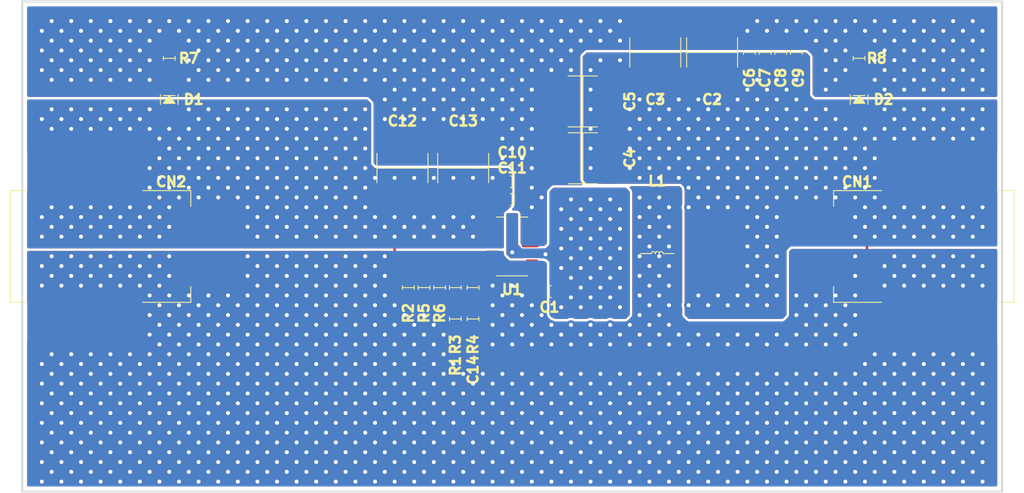
<source format=kicad_pcb>
(kicad_pcb (version 20211014) (generator pcbnew)
  (layers (0 "F.Cu" signal "Signal_Top") (1 "In1.Cu" signal "GND_L1") (2 "In2.Cu" signal "PWR_L2") (3 "In3.Cu" signal "PWR_L3") (4 "In4.Cu" signal "GND_L4") (31 "B.Cu" signal "Signal_Bottom") (34 "B.Paste" user "Paste_Bottom") (35 "F.Paste" user "Paste_Top") (36 "B.SilkS" user "Silk_Bottom") (37 "F.SilkS" user "Silk_Top") (38 "B.Mask" user "Solder_Bottom") (39 "F.Mask" user "Solder_Top") (44 "Edge.Cuts" user "Profile"))
  (net 0 "")
  (net 1 "GND")
  (net 2 "3V3")
  (net 3 "VIN")
  (net 4 "Net-(C14-Pad2)")
  (net 5 "Net-(D1-Pad1)")
  (net 6 "Net-(D2-Pad1)")
  (net 7 "Net-(R1-Pad1)")
  (net 9 "/BST")
  (net 10 "/SW")
  (net 11 "/EN")
  (net 12 "/FB")
  (net 13 "/COMP")
  (footprint "CAP_SMD:CAP_1210_LEAST" (layer "F.Cu") (at 44.3 14.6 -90)
    (fp_text reference "C3")
    (fp_text value "Cap_22u_25V_1210")
  )
  (footprint "RES_SMD:RES_0402_LEAST" (layer "F.Cu") (at 35 26.6 90)
    (fp_text reference "R4")
    (fp_text value "Res_30K_0402")
  )
  (footprint "CAP_SMD:CAP_1210_LEAST" (layer "F.Cu") (at 40.6 20)
    (fp_text reference "C4")
    (fp_text value "Cap_10u_25V_1210")
  )
  (footprint "CONNECTOR_SMD:SCREW_TERMINAL_2P_RA_1702473" (layer "F.Cu") (at 58 24.5 90)
    (fp_text reference "CN1")
    (fp_text value "SCREW_TERMINAL_2P_RA_1702473")
  )
  (footprint "CAP_SMD:CAP_0402_LEAST" (layer "F.Cu") (at 37 22.1 180)
    (fp_text reference "C11")
    (fp_text value "Cap_100n_50V_0402")
  )
  (footprint "LED_SMD:LED_0603_LEAST" (layer "F.Cu") (at 19.5 17 -90)
    (fp_text reference "D1")
    (fp_text value "LED_GREEN_0603")
  )
  (footprint "CONNECTOR_SMD:SCREW_TERMINAL_2P_RA_1702473" (layer "F.Cu") (at 16 24.5 -90)
    (fp_text reference "CN2")
    (fp_text value "SCREW_TERMINAL_2P_RA_1702473")
  )
  (footprint "CAP_SMD:CAP_1210_LEAST" (layer "F.Cu") (at 31.4 20.5 -90)
    (fp_text reference "C12")
    (fp_text value "Cap_10u_25V_1210")
  )
  (footprint "CAP_SMD:CAP_1210_LEAST" (layer "F.Cu") (at 34.5 20.5 -90)
    (fp_text reference "C13")
    (fp_text value "Cap_10u_25V_1210")
  )
  (footprint "CAP_SMD:CAP_0402_LEAST" (layer "F.Cu") (at 38.9 26.8)
    (fp_text reference "C1")
    (fp_text value "Cap_100n_50V_0402")
  )
  (footprint "RES_SMD:RES_0402_LEAST" (layer "F.Cu") (at 32.5 26.6 90)
    (fp_text reference "R5")
    (fp_text value "Res_1K_0402")
  )
  (footprint "CAP_SMD:CAP_0402_LEAST" (layer "F.Cu") (at 37 21.2 180)
    (fp_text reference "C10")
    (fp_text value "Cap_100n_50V_0402")
  )
  (footprint "RES_SMD:RES_0402_LEAST" (layer "F.Cu") (at 54.7 14.9 -90)
    (fp_text reference "R8")
    (fp_text value "Res_330_0402")
  )
  (footprint "RES_SMD:RES_0402_LEAST" (layer "F.Cu") (at 33.3 26.6 90)
    (fp_text reference "R6")
    (fp_text value "Res_1K_0402")
  )
  (footprint "LED_SMD:LED_0603_LEAST" (layer "F.Cu") (at 54.7 17 -90)
    (fp_text reference "D2")
    (fp_text value "LED_GREEN_0603")
  )
  (footprint "RES_SMD:RES_0402_LEAST" (layer "F.Cu") (at 19.5 14.9 -90)
    (fp_text reference "R7")
    (fp_text value "Res_1K5_0402")
  )
  (footprint "RES_SMD:RES_0402_LEAST" (layer "F.Cu") (at 31.7 26.6 -90)
    (fp_text reference "R2")
    (fp_text value "Res_4K7_0402")
  )
  (footprint "INDUCTOR_SMD:IND_6.5X6.5" (layer "F.Cu") (at 44.4 24.8625)
    (fp_text reference "L1")
    (fp_text value "IHLP2525CZER4R7M11")
  )
  (footprint "CAP_SMD:CAP_0402_LEAST" (layer "F.Cu") (at 50.7 14.6 -90)
    (fp_text reference "C8")
    (fp_text value "Cap_10n_50V_0402")
  )
  (footprint "CAP_SMD:CAP_0402_LEAST" (layer "F.Cu") (at 35 28.2 90)
    (fp_text reference "C14")
    (fp_text value "Cap_10n_50V_0402")
  )
  (footprint "CAP_SMD:CAP_0402_LEAST" (layer "F.Cu") (at 49.9 14.6 -90)
    (fp_text reference "C7")
    (fp_text value "Cap_100n_50V_0402")
  )
  (footprint "CAP_SMD:CAP_0402_LEAST" (layer "F.Cu") (at 51.5 14.6 -90)
    (fp_text reference "C9")
    (fp_text value "Cap_10n_50V_0402")
  )
  (footprint "RES_SMD:RES_0402_LEAST" (layer "F.Cu") (at 34.1 26.6 -90)
    (fp_text reference "R3")
    (fp_text value "Res_1K5_0402")
  )
  (footprint "CAP_SMD:CAP_1210_LEAST" (layer "F.Cu") (at 40.6 17.1)
    (fp_text reference "C5")
    (fp_text value "Cap_10u_25V_1210")
  )
  (footprint "CAP_SMD:CAP_0402_LEAST" (layer "F.Cu") (at 49.1 14.6 -90)
    (fp_text reference "C6")
    (fp_text value "Cap_100n_50V_0402")
  )
  (footprint "CAP_SMD:CAP_1210_LEAST" (layer "F.Cu") (at 47.2 14.6 -90)
    (fp_text reference "C2")
    (fp_text value "Cap_22u_25V_1210")
  )
  (footprint "PACKAGE_DFN:VDFN3020-13-DiodeInc" (layer "F.Cu") (at 37 24.5)
    (fp_text reference "U1")
    (fp_text value "AP63357QZV")
  )
  (footprint "RES_SMD:RES_0402_LEAST" (layer "F.Cu") (at 34.1 28.2 -90)
    (fp_text reference "R1")
    (fp_text value "Res_1K5_0402")
  )
  (gr_line (start 12 37) (end 12 12) (layer "Edge.Cuts") (width 0.1))
  (gr_line (start 62 12) (end 62 37) (layer "Edge.Cuts") (width 0.1))
  (gr_line (start 12 12) (end 62 12) (layer "Edge.Cuts") (width 0.1))
  (gr_line (start 62 37) (end 12 37) (layer "Edge.Cuts") (width 0.1))
  (via (at 56.5 36) (size 0.4572) (drill 0.2032) (layers "F.Cu" "B.Cu") (net 1))
  (via (at 55 30.5) (size 0.4572) (drill 0.2032) (layers "F.Cu" "B.Cu") (net 1))
  (via (at 21 32.5) (size 0.4572) (drill 0.2032) (layers "F.Cu" "B.Cu") (net 1))
  (via (at 42.5 31) (size 0.4572) (drill 0.2032) (layers "F.Cu" "B.Cu") (net 1))
  (via (at 28 13.5) (size 0.4572) (drill 0.2032) (layers "F.Cu" "B.Cu") (net 1))
  (via (at 57 33.5) (size 0.4572) (drill 0.2032) (layers "F.Cu" "B.Cu") (net 1))
  (via (at 34.5 17) (size 0.4572) (drill 0.2032) (layers "F.Cu" "B.Cu") (net 1))
  (via (at 25.5 29) (size 0.4572) (drill 0.2032) (layers "F.Cu" "B.Cu") (net 1))
  (via (at 50.5 32) (size 0.4572) (drill 0.2032) (layers "F.Cu" "B.Cu") (net 1))
  (via (at 31.5 17) (size 0.4572) (drill 0.2032) (layers "F.Cu" "B.Cu") (net 1))
  (via (at 32 28.5) (size 0.4572) (drill 0.2032) (layers "F.Cu" "B.Cu") (net 1))
  (via (at 18.5 33) (size 0.4572) (drill 0.2032) (layers "F.Cu" "B.Cu") (net 1))
  (via (at 58 26.5) (size 0.4572) (drill 0.2032) (layers "F.Cu" "B.Cu") (net 1))
  (via (at 45 27.5) (size 0.4572) (drill 0.2032) (layers "F.Cu" "B.Cu") (net 1))
  (via (at 56 33.5) (size 0.4572) (drill 0.2032) (layers "F.Cu" "B.Cu") (net 1))
  (via (at 53 15.5) (size 0.4572) (drill 0.2032) (layers "F.Cu" "B.Cu") (net 1))
  (via (at 54.5 28) (size 0.4572) (drill 0.2032) (layers "F.Cu" "B.Cu") (net 1))
  (via (at 24 31.5) (size 0.4572) (drill 0.2032) (layers "F.Cu" "B.Cu") (net 1))
  (via (at 27 30.5) (size 0.4572) (drill 0.2032) (layers "F.Cu" "B.Cu") (net 1))
  (via (at 19.5 30) (size 0.4572) (drill 0.2032) (layers "F.Cu" "B.Cu") (net 1))
  (via (at 45 33.5) (size 0.4572) (drill 0.2032) (layers "F.Cu" "B.Cu") (net 1))
  (via (at 15.5 30) (size 0.4572) (drill 0.2032) (layers "F.Cu" "B.Cu") (net 1))
  (via (at 25 30.5) (size 0.4572) (drill 0.2032) (layers "F.Cu" "B.Cu") (net 1))
  (via (at 56 25.5) (size 0.4572) (drill 0.2032) (layers "F.Cu" "B.Cu") (net 1))
  (via (at 49.5 34) (size 0.4572) (drill 0.2032) (layers "F.Cu" "B.Cu") (net 1))
  (via (at 23.5 36) (size 0.4572) (drill 0.2032) (layers "F.Cu" "B.Cu") (net 1))
  (via (at 30 30.5) (size 0.4572) (drill 0.2032) (layers "F.Cu" "B.Cu") (net 1))
  (via (at 28 35.5) (size 0.4572) (drill 0.2032) (layers "F.Cu" "B.Cu") (net 1))
  (via (at 25.5 34) (size 0.4572) (drill 0.2032) (layers "F.Cu" "B.Cu") (net 1))
  (via (at 26.5 32) (size 0.4572) (drill 0.2032) (layers "F.Cu" "B.Cu") (net 1))
  (via (at 25 31.5) (size 0.4572) (drill 0.2032) (layers "F.Cu" "B.Cu") (net 1))
  (via (at 22 35.5) (size 0.4572) (drill 0.2032) (layers "F.Cu" "B.Cu") (net 1))
  (via (at 32 29.5) (size 0.4572) (drill 0.2032) (layers "F.Cu" "B.Cu") (net 1))
  (via (at 36 28.5) (size 0.4572) (drill 0.2032) (layers "F.Cu" "B.Cu") (net 1))
  (via (at 60.5 35) (size 0.4572) (drill 0.2032) (layers "F.Cu" "B.Cu") (net 1))
  (via (at 56.5 34) (size 0.4572) (drill 0.2032) (layers "F.Cu" "B.Cu") (net 1))
  (via (at 52 35.5) (size 0.4572) (drill 0.2032) (layers "F.Cu" "B.Cu") (net 1))
  (via (at 41 35.5) (size 0.4572) (drill 0.2032) (layers "F.Cu" "B.Cu") (net 1))
  (via (at 20.5 34) (size 0.4572) (drill 0.2032) (layers "F.Cu" "B.Cu") (net 1))
  (via (at 15.5 32) (size 0.4572) (drill 0.2032) (layers "F.Cu" "B.Cu") (net 1))
  (via (at 34.5 36) (size 0.4572) (drill 0.2032) (layers "F.Cu" "B.Cu") (net 1))
  (via (at 33.5 36) (size 0.4572) (drill 0.2032) (layers "F.Cu" "B.Cu") (net 1))
  (via (at 43.5 29) (size 0.4572) (drill 0.2032) (layers "F.Cu" "B.Cu") (net 1))
  (via (at 22.5 35) (size 0.4572) (drill 0.2032) (layers "F.Cu" "B.Cu") (net 1))
  (via (at 19.5 31) (size 0.4572) (drill 0.2032) (layers "F.Cu" "B.Cu") (net 1))
  (via (at 59.5 31) (size 0.4572) (drill 0.2032) (layers "F.Cu" "B.Cu") (net 1))
  (via (at 53 34.5) (size 0.4572) (drill 0.2032) (layers "F.Cu" "B.Cu") (net 1))
  (via (at 61 13.5) (size 0.4572) (drill 0.2032) (layers "F.Cu" "B.Cu") (net 1))
  (via (at 24.5 15) (size 0.4572) (drill 0.2032) (layers "F.Cu" "B.Cu") (net 1))
  (via (at 34 15.5) (size 0.4572) (drill 0.2032) (layers "F.Cu" "B.Cu") (net 1))
  (via (at 50.5 33) (size 0.4572) (drill 0.2032) (layers "F.Cu" "B.Cu") (net 1))
  (via (at 27.5 34) (size 0.4572) (drill 0.2032) (layers "F.Cu" "B.Cu") (net 1))
  (via (at 21 35.5) (size 0.4572) (drill 0.2032) (layers "F.Cu" "B.Cu") (net 1))
  (via (at 24.5 13) (size 0.4572) (drill 0.2032) (layers "F.Cu" "B.Cu") (net 1))
  (via (at 46 32.5) (size 0.4572) (drill 0.2032) (layers "F.Cu" "B.Cu") (net 1))
  (via (at 41.5 31) (size 0.4572) (drill 0.2032) (layers "F.Cu" "B.Cu") (net 1))
  (via (at 59 36.5) (size 0.4572) (drill 0.2032) (layers "F.Cu" "B.Cu") (net 1))
  (via (at 61 31.5) (size 0.4572) (drill 0.2032) (layers "F.Cu" "B.Cu") (net 1))
  (via (at 44 34.5) (size 0.4572) (drill 0.2032) (layers "F.Cu" "B.Cu") (net 1))
  (via (at 20.5 28) (size 0.4572) (drill 0.2032) (layers "F.Cu" "B.Cu") (net 1))
  (via (at 32.5 15) (size 0.4572) (drill 0.2032) (layers "F.Cu" "B.Cu") (net 1))
  (via (at 15 33.5) (size 0.4572) (drill 0.2032) (layers "F.Cu" "B.Cu") (net 1))
  (via (at 56 15.5) (size 0.4572) (drill 0.2032) (layers "F.Cu" "B.Cu") (net 1))
  (via (at 45 31.5) (size 0.4572) (drill 0.2032) (layers "F.Cu" "B.Cu") (net 1))
  (via (at 18 32.5) (size 0.4572) (drill 0.2032) (layers "F.Cu" "B.Cu") (net 1))
  (via (at 44.5 35) (size 0.4572) (drill 0.2032) (layers "F.Cu" "B.Cu") (net 1))
  (via (at 47.5 33) (size 0.4572) (drill 0.2032) (layers "F.Cu" "B.Cu") (net 1))
  (via (at 53 28.5) (size 0.4572) (drill 0.2032) (layers "F.Cu" "B.Cu") (net 1))
  (via (at 46 29.5) (size 0.4572) (drill 0.2032) (layers "F.Cu" "B.Cu") (net 1))
  (via (at 15 34.5) (size 0.4572) (drill 0.2032) (layers "F.Cu" "B.Cu") (net 1))
  (via (at 14 15.5) (size 0.4572) (drill 0.2032) (layers "F.Cu" "B.Cu") (net 1))
  (via (at 24.5 16) (size 0.4572) (drill 0.2032) (layers "F.Cu" "B.Cu") (net 1))
  (via (at 15 36.5) (size 0.4572) (drill 0.2032) (layers "F.Cu" "B.Cu") (net 1))
  (via (at 28 15.5) (size 0.4572) (drill 0.2032) (layers "F.Cu" "B.Cu") (net 1))
  (via (at 34.5 33) (size 0.4572) (drill 0.2032) (layers "F.Cu" "B.Cu") (net 1))
  (via (at 35.5 14) (size 0.4572) (drill 0.2032) (layers "F.Cu" "B.Cu") (net 1))
  (via (at 59.5 35) (size 0.4572) (drill 0.2032) (layers "F.Cu" "B.Cu") (net 1))
  (via (at 60.5 33) (size 0.4572) (drill 0.2032) (layers "F.Cu" "B.Cu") (net 1))
  (via (at 53.5 36) (size 0.4572) (drill 0.2032) (layers "F.Cu" "B.Cu") (net 1))
  (via (at 58 35.5) (size 0.4572) (drill 0.2032) (layers "F.Cu" "B.Cu") (net 1))
  (via (at 54 27.5) (size 0.4572) (drill 0.2032) (layers "F.Cu" "B.Cu") (net 1))
  (via (at 49 13.5) (size 0.4572) (drill 0.2032) (layers "F.Cu" "B.Cu") (net 1))
  (via (at 16.5 15) (size 0.4572) (drill 0.2032) (layers "F.Cu" "B.Cu") (net 1))
  (via (at 58 32.5) (size 0.4572) (drill 0.2032) (layers "F.Cu" "B.Cu") (net 1))
  (via (at 30 29.5) (size 0.4572) (drill 0.2032) (layers "F.Cu" "B.Cu") (net 1))
  (via (at 52.5 14) (size 0.4572) (drill 0.2032) (layers "F.Cu" "B.Cu") (net 1))
  (via (at 46.5 34) (size 0.4572) (drill 0.2032) (layers "F.Cu" "B.Cu") (net 1))
  (via (at 60.5 34) (size 0.4572) (drill 0.2032) (layers "F.Cu" "B.Cu") (net 1))
  (via (at 24.5 30) (size 0.4572) (drill 0.2032) (layers "F.Cu" "B.Cu") (net 1))
  (via (at 17.5 33) (size 0.4572) (drill 0.2032) (layers "F.Cu" "B.Cu") (net 1))
  (via (at 46 31.5) (size 0.4572) (drill 0.2032) (layers "F.Cu" "B.Cu") (net 1))
  (via (at 13 25.5) (size 0.4572) (drill 0.2032) (layers "F.Cu" "B.Cu") (net 1))
  (via (at 20.5 30) (size 0.4572) (drill 0.2032) (layers "F.Cu" "B.Cu") (net 1))
  (via (at 57 14.5) (size 0.4572) (drill 0.2032) (layers "F.Cu" "B.Cu") (net 1))
  (via (at 52.5 27) (size 0.4572) (drill 0.2032) (layers "F.Cu" "B.Cu") (net 1))
  (via (at 50 35.5) (size 0.4572) (drill 0.2032) (layers "F.Cu" "B.Cu") (net 1))
  (via (at 31.5 28) (size 0.4572) (drill 0.2032) (layers "F.Cu" "B.Cu") (net 1))
  (via (at 33.5 32) (size 0.4572) (drill 0.2032) (layers "F.Cu" "B.Cu") (net 1))
  (via (at 32 30.5) (size 0.4572) (drill 0.2032) (layers "F.Cu" "B.Cu") (net 1))
  (via (at 21 36.5) (size 0.4572) (drill 0.2032) (layers "F.Cu" "B.Cu") (net 1))
  (via (at 13.5 36) (size 0.4572) (drill 0.2032) (layers "F.Cu" "B.Cu") (net 1))
  (via (at 21.5 16) (size 0.4572) (drill 0.2032) (layers "F.Cu" "B.Cu") (net 1))
  (via (at 19.5 13) (size 0.4572) (drill 0.2032) (layers "F.Cu" "B.Cu") (net 1))
  (via (at 32 36.5) (size 0.4572) (drill 0.2032) (layers "F.Cu" "B.Cu") (net 1))
  (via (at 32.5 32) (size 0.4572) (drill 0.2032) (layers "F.Cu" "B.Cu") (net 1))
  (via (at 28 33.5) (size 0.4572) (drill 0.2032) (layers "F.Cu" "B.Cu") (net 1))
  (via (at 58.5 25) (size 0.4572) (drill 0.2032) (layers "F.Cu" "B.Cu") (net 1))
  (via (at 24 28.5) (size 0.4572) (drill 0.2032) (layers "F.Cu" "B.Cu") (net 1))
  (via (at 33 13.5) (size 0.4572) (drill 0.2032) (layers "F.Cu" "B.Cu") (net 1))
  (via (at 18.5 28) (size 0.4572) (drill 0.2032) (layers "F.Cu" "B.Cu") (net 1))
  (via (at 45 22.5) (size 0.4572) (drill 0.2032) (layers "F.Cu" "B.Cu") (net 1))
  (via (at 55.5 32) (size 0.4572) (drill 0.2032) (layers "F.Cu" "B.Cu") (net 1))
  (via (at 37 15.5) (size 0.4572) (drill 0.2032) (layers "F.Cu" "B.Cu") (net 1))
  (via (at 38 31.5) (size 0.4572) (drill 0.2032) (layers "F.Cu" "B.Cu") (net 1))
  (via (at 48 33.5) (size 0.4572) (drill 0.2032) (layers "F.Cu" "B.Cu") (net 1))
  (via (at 27.5 33) (size 0.4572) (drill 0.2032) (layers "F.Cu" "B.Cu") (net 1))
  (via (at 21 27.5) (size 0.4572) (drill 0.2032) (layers "F.Cu" "B.Cu") (net 1))
  (via (at 29.5 14) (size 0.4572) (drill 0.2032) (layers "F.Cu" "B.Cu") (net 1))
  (via (at 24 29.5) (size 0.4572) (drill 0.2032) (layers "F.Cu" "B.Cu") (net 1))
  (via (at 40.5 32) (size 0.4572) (drill 0.2032) (layers "F.Cu" "B.Cu") (net 1))
  (via (at 20 27.5) (size 0.4572) (drill 0.2032) (layers "F.Cu" "B.Cu") (net 1))
  (via (at 14 14.5) (size 0.4572) (drill 0.2032) (layers "F.Cu" "B.Cu") (net 1))
  (via (at 30 33.5) (size 0.4572) (drill 0.2032) (layers "F.Cu" "B.Cu") (net 1))
  (via (at 57.5 25) (size 0.4572) (drill 0.2032) (layers "F.Cu" "B.Cu") (net 1))
  (via (at 17.5 13) (size 0.4572) (drill 0.2032) (layers "F.Cu" "B.Cu") (net 1))
  (via (at 14.5 26) (size 0.4572) (drill 0.2032) (layers "F.Cu" "B.Cu") (net 1))
  (via (at 28 34.5) (size 0.4572) (drill 0.2032) (layers "F.Cu" "B.Cu") (net 1))
  (via (at 51.5 27) (size 0.4572) (drill 0.2032) (layers "F.Cu" "B.Cu") (net 1))
  (via (at 38.5 34) (size 0.4572) (drill 0.2032) (layers "F.Cu" "B.Cu") (net 1))
  (via (at 33.5 33) (size 0.4572) (drill 0.2032) (layers "F.Cu" "B.Cu") (net 1))
  (via (at 43.5 25) (size 0.4572) (drill 0.2032) (layers "F.Cu" "B.Cu") (net 1))
  (via (at 26.5 13) (size 0.4572) (drill 0.2032) (layers "F.Cu" "B.Cu") (net 1))
  (via (at 54 28.5) (size 0.4572) (drill 0.2032) (layers "F.Cu" "B.Cu") (net 1))
  (via (at 26.5 34) (size 0.4572) (drill 0.2032) (layers "F.Cu" "B.Cu") (net 1))
  (via (at 27 25.5) (size 0.4572) (drill 0.2032) (layers "F.Cu" "B.Cu") (net 1))
  (via (at 50 31.5) (size 0.4572) (drill 0.2032) (layers "F.Cu" "B.Cu") (net 1))
  (via (at 54.5 27) (size 0.4572) (drill 0.2032) (layers "F.Cu" "B.Cu") (net 1))
  (via (at 41 36.5) (size 0.4572) (drill 0.2032) (layers "F.Cu" "B.Cu") (net 1))
  (via (at 37.5 20) (size 0.4572) (drill 0.2032) (layers "F.Cu" "B.Cu") (net 1))
  (via (at 30.5 29) (size 0.4572) (drill 0.2032) (layers "F.Cu" "B.Cu") (net 1))
  (via (at 19.5 36) (size 0.4572) (drill 0.2032) (layers "F.Cu" "B.Cu") (net 1))
  (via (at 17 15.5) (size 0.4572) (drill 0.2032) (layers "F.Cu" "B.Cu") (net 1))
  (via (at 40 14.5) (size 0.4572) (drill 0.2032) (layers "F.Cu" "B.Cu") (net 1))
  (via (at 58.5 14) (size 0.4572) (drill 0.2032) (layers "F.Cu" "B.Cu") (net 1))
  (via (at 57.5 33) (size 0.4572) (drill 0.2032) (layers "F.Cu" "B.Cu") (net 1))
  (via (at 50.5 34) (size 0.4572) (drill 0.2032) (layers "F.Cu" "B.Cu") (net 1))
  (via (at 43.499989 21.999999) (size 0.4572) (drill 0.2032) (layers "F.Cu" "B.Cu") (net 1))
  (via (at 30.5 35) (size 0.4572) (drill 0.2032) (layers "F.Cu" "B.Cu") (net 1))
  (via (at 25.5 31) (size 0.4572) (drill 0.2032) (layers "F.Cu" "B.Cu") (net 1))
  (via (at 45 26.5) (size 0.4572) (drill 0.2032) (layers "F.Cu" "B.Cu") (net 1))
  (via (at 55.5 34) (size 0.4572) (drill 0.2032) (layers "F.Cu" "B.Cu") (net 1))
  (via (at 51.5 36) (size 0.4572) (drill 0.2032) (layers "F.Cu" "B.Cu") (net 1))
  (via (at 27 31.5) (size 0.4572) (drill 0.2032) (layers "F.Cu" "B.Cu") (net 1))
  (via (at 54 14.5) (size 0.4572) (drill 0.2032) (layers "F.Cu" "B.Cu") (net 1))
  (via (at 26 35.5) (size 0.4572) (drill 0.2032) (layers "F.Cu" "B.Cu") (net 1))
  (via (at 22 36.5) (size 0.4572) (drill 0.2032) (layers "F.Cu" "B.Cu") (net 1))
  (via (at 60.5 14) (size 0.4572) (drill 0.2032) (layers "F.Cu" "B.Cu") (net 1))
  (via (at 59 25.5) (size 0.4572) (drill 0.2032) (layers "F.Cu" "B.Cu") (net 1))
  (via (at 33 29.5) (size 0.4572) (drill 0.2032) (layers "F.Cu" "B.Cu") (net 1))
  (via (at 59.5 15) (size 0.4572) (drill 0.2032) (layers "F.Cu" "B.Cu") (net 1))
  (via (at 37 33.5) (size 0.4572) (drill 0.2032) (layers "F.Cu" "B.Cu") (net 1))
  (via (at 44.5 29) (size 0.4572) (drill 0.2032) (layers "F.Cu" "B.Cu") (net 1))
  (via (at 22.5 14) (size 0.4572) (drill 0.2032) (layers "F.Cu" "B.Cu") (net 1))
  (via (at 34.5 16) (size 0.4572) (drill 0.2032) (layers "F.Cu" "B.Cu") (net 1))
  (via (at 31.5 35) (size 0.4572) (drill 0.2032) (layers "F.Cu" "B.Cu") (net 1))
  (via (at 21.5 36) (size 0.4572) (drill 0.2032) (layers "F.Cu" "B.Cu") (net 1))
  (via (at 16.5 30) (size 0.4572) (drill 0.2032) (layers "F.Cu" "B.Cu") (net 1))
  (via (at 15.5 26) (size 0.4572) (drill 0.2032) (layers "F.Cu" "B.Cu") (net 1))
  (via (at 57.5 30) (size 0.4572) (drill 0.2032) (layers "F.Cu" "B.Cu") (net 1))
  (via (at 50.5 13) (size 0.4572) (drill 0.2032) (layers "F.Cu" "B.Cu") (net 1))
  (via (at 58 33.5) (size 0.4572) (drill 0.2032) (layers "F.Cu" "B.Cu") (net 1))
  (via (at 48 31.5) (size 0.4572) (drill 0.2032) (layers "F.Cu" "B.Cu") (net 1))
  (via (at 21 29.5) (size 0.4572) (drill 0.2032) (layers "F.Cu" "B.Cu") (net 1))
  (via (at 44.500013 21.999999) (size 0.4572) (drill 0.2032) (layers "F.Cu" "B.Cu") (net 1))
  (via (at 22 27.5) (size 0.4572) (drill 0.2032) (layers "F.Cu" "B.Cu") (net 1))
  (via (at 14.5 16) (size 0.4572) (drill 0.2032) (layers "F.Cu" "B.Cu") (net 1))
  (via (at 14.5 35) (size 0.4572) (drill 0.2032) (layers "F.Cu" "B.Cu") (net 1))
  (via (at 39.5 29) (size 0.4572) (drill 0.2032) (layers "F.Cu" "B.Cu") (net 1))
  (via (at 59 13.5) (size 0.4572) (drill 0.2032) (layers "F.Cu" "B.Cu") (net 1))
  (via (at 60.5 15) (size 0.4572) (drill 0.2032) (layers "F.Cu" "B.Cu") (net 1))
  (via (at 53 13.5) (size 0.4572) (drill 0.2032) (layers "F.Cu" "B.Cu") (net 1))
  (via (at 52 13.5) (size 0.4572) (drill 0.2032) (layers "F.Cu" "B.Cu") (net 1))
  (via (at 24.5 35) (size 0.4572) (drill 0.2032) (layers "F.Cu" "B.Cu") (net 1))
  (via (at 30.5 25) (size 0.4572) (drill 0.2032) (layers "F.Cu" "B.Cu") (net 1))
  (via (at 60.5 36) (size 0.4572) (drill 0.2032) (layers "F.Cu" "B.Cu") (net 1))
  (via (at 60 35.5) (size 0.4572) (drill 0.2032) (layers "F.Cu" "B.Cu") (net 1))
  (via (at 54 36.5) (size 0.4572) (drill 0.2032) (layers "F.Cu" "B.Cu") (net 1))
  (via (at 51.5 29) (size 0.4572) (drill 0.2032) (layers "F.Cu" "B.Cu") (net 1))
  (via (at 33 15.5) (size 0.4572) (drill 0.2032) (layers "F.Cu" "B.Cu") (net 1))
  (via (at 13 13.5) (size 0.4572) (drill 0.2032) (layers "F.Cu" "B.Cu") (net 1))
  (via (at 57.5 32) (size 0.4572) (drill 0.2032) (layers "F.Cu" "B.Cu") (net 1))
  (via (at 20.5 36) (size 0.4572) (drill 0.2032) (layers "F.Cu" "B.Cu") (net 1))
  (via (at 51.5 13) (size 0.4572) (drill 0.2032) (layers "F.Cu" "B.Cu") (net 1))
  (via (at 33.5 13) (size 0.4572) (drill 0.2032) (layers "F.Cu" "B.Cu") (net 1))
  (via (at 16.5 35) (size 0.4572) (drill 0.2032) (layers "F.Cu" "B.Cu") (net 1))
  (via (at 26 14.5) (size 0.4572) (drill 0.2032) (layers "F.Cu" "B.Cu") (net 1))
  (via (at 28.5 32) (size 0.4572) (drill 0.2032) (layers "F.Cu" "B.Cu") (net 1))
  (via (at 30.5 16) (size 0.4572) (drill 0.2032) (layers "F.Cu" "B.Cu") (net 1))
  (via (at 18 14.5) (size 0.4572) (drill 0.2032) (layers "F.Cu" "B.Cu") (net 1))
  (via (at 56.5 35) (size 0.4572) (drill 0.2032) (layers "F.Cu" "B.Cu") (net 1))
  (via (at 49 34.5) (size 0.4572) (drill 0.2032) (layers "F.Cu" "B.Cu") (net 1))
  (via (at 13 35.5) (size 0.4572) (drill 0.2032) (layers "F.Cu" "B.Cu") (net 1))
  (via (at 19 30.5) (size 0.4572) (drill 0.2032) (layers "F.Cu" "B.Cu") (net 1))
  (via (at 26.5 15) (size 0.4572) (drill 0.2032) (layers "F.Cu" "B.Cu") (net 1))
  (via (at 23.5 16) (size 0.4572) (drill 0.2032) (layers "F.Cu" "B.Cu") (net 1))
  (via (at 13 30.5) (size 0.4572) (drill 0.2032) (layers "F.Cu" "B.Cu") (net 1))
  (via (at 16.5 36) (size 0.4572) (drill 0.2032) (layers "F.Cu" "B.Cu") (net 1))
  (via (at 37.5 15) (size 0.4572) (drill 0.2032) (layers "F.Cu" "B.Cu") (net 1))
  (via (at 61 14.5) (size 0.4572) (drill 0.2032) (layers "F.Cu" "B.Cu") (net 1))
  (via (at 22.5 13) (size 0.4572) (drill 0.2032) (layers "F.Cu" "B.Cu") (net 1))
  (via (at 26.5 14) (size 0.4572) (drill 0.2032) (layers "F.Cu" "B.Cu") (net 1))
  (via (at 34.5 35) (size 0.4572) (drill 0.2032) (layers "F.Cu" "B.Cu") (net 1))
  (via (at 35.5 18) (size 0.4572) (drill 0.2032) (layers "F.Cu" "B.Cu") (net 1))
  (via (at 32.5 30) (size 0.4572) (drill 0.2032) (layers "F.Cu" "B.Cu") (net 1))
  (via (at 28 26.5) (size 0.4572) (drill 0.2032) (layers "F.Cu" "B.Cu") (net 1))
  (via (at 26 34.5) (size 0.4572) (drill 0.2032) (layers "F.Cu" "B.Cu") (net 1))
  (via (at 39 15.5) (size 0.4572) (drill 0.2032) (layers "F.Cu" "B.Cu") (net 1))
  (via (at 47 34.5) (size 0.4572) (drill 0.2032) (layers "F.Cu" "B.Cu") (net 1))
  (via (at 27.5 30) (size 0.4572) (drill 0.2032) (layers "F.Cu" "B.Cu") (net 1))
  (via (at 16.5 34) (size 0.4572) (drill 0.2032) (layers "F.Cu" "B.Cu") (net 1))
  (via (at 25.5 32) (size 0.4572) (drill 0.2032) (layers "F.Cu" "B.Cu") (net 1))
  (via (at 34 34.5) (size 0.4572) (drill 0.2032) (layers "F.Cu" "B.Cu") (net 1))
  (via (at 56.5 16) (size 0.4572) (drill 0.2032) (layers "F.Cu" "B.Cu") (net 1))
  (via (at 37 28.5) (size 0.4572) (drill 0.2032) (layers "F.Cu" "B.Cu") (net 1))
  (via (at 36.5 35) (size 0.4572) (drill 0.2032) (layers "F.Cu" "B.Cu") (net 1))
  (via (at 37 31.5) (size 0.4572) (drill 0.2032) (layers "F.Cu" "B.Cu") (net 1))
  (via (at 20 31.5) (size 0.4572) (drill 0.2032) (layers "F.Cu" "B.Cu") (net 1))
  (via (at 26.5 29) (size 0.4572) (drill 0.2032) (layers "F.Cu" "B.Cu") (net 1))
  (via (at 41.5 33) (size 0.4572) (drill 0.2032) (layers "F.Cu" "B.Cu") (net 1))
  (via (at 23 36.5) (size 0.4572) (drill 0.2032) (layers "F.Cu" "B.Cu") (net 1))
  (via (at 13.5 15) (size 0.4572) (drill 0.2032) (layers "F.Cu" "B.Cu") (net 1))
  (via (at 36 27.5) (size 0.4572) (drill 0.2032) (layers "F.Cu" "B.Cu") (net 1))
  (via (at 56 34.5) (size 0.4572) (drill 0.2032) (layers "F.Cu" "B.Cu") (net 1))
  (via (at 18 15.5) (size 0.4572) (drill 0.2032) (layers "F.Cu" "B.Cu") (net 1))
  (via (at 35.5 36) (size 0.4572) (drill 0.2032) (layers "F.Cu" "B.Cu") (net 1))
  (via (at 38.5 28) (size 0.4572) (drill 0.2032) (layers "F.Cu" "B.Cu") (net 1))
  (via (at 35 35.5) (size 0.4572) (drill 0.2032) (layers "F.Cu" "B.Cu") (net 1))
  (via (at 30 13.5) (size 0.4572) (drill 0.2032) (layers "F.Cu" "B.Cu") (net 1))
  (via (at 20 36.5) (size 0.4572) (drill 0.2032) (layers "F.Cu" "B.Cu") (net 1))
  (via (at 22 31.5) (size 0.4572) (drill 0.2032) (layers "F.Cu" "B.Cu") (net 1))
  (via (at 31.5 34) (size 0.4572) (drill 0.2032) (layers "F.Cu" "B.Cu") (net 1))
  (via (at 33.5 34) (size 0.4572) (drill 0.2032) (layers "F.Cu" "B.Cu") (net 1))
  (via (at 16 13.5) (size 0.4572) (drill 0.2032) (layers "F.Cu" "B.Cu") (net 1))
  (via (at 27.5 31) (size 0.4572) (drill 0.2032) (layers "F.Cu" "B.Cu") (net 1))
  (via (at 34.5 18) (size 0.4572) (drill 0.2032) (layers "F.Cu" "B.Cu") (net 1))
  (via (at 31 28.5) (size 0.4572) (drill 0.2032) (layers "F.Cu" "B.Cu") (net 1))
  (via (at 56.5 15) (size 0.4572) (drill 0.2032) (layers "F.Cu" "B.Cu") (net 1))
  (via (at 56.5 13) (size 0.4572) (drill 0.2032) (layers "F.Cu" "B.Cu") (net 1))
  (via (at 52.5 36) (size 0.4572) (drill 0.2032) (layers "F.Cu" "B.Cu") (net 1))
  (via (at 22 33.5) (size 0.4572) (drill 0.2032) (layers "F.Cu" "B.Cu") (net 1))
  (via (at 52 32.5) (size 0.4572) (drill 0.2032) (layers "F.Cu" "B.Cu") (net 1))
  (via (at 35 33.5) (size 0.4572) (drill 0.2032) (layers "F.Cu" "B.Cu") (net 1))
  (via (at 59 31.5) (size 0.4572) (drill 0.2032) (layers "F.Cu" "B.Cu") (net 1))
  (via (at 30.5 18) (size 0.4572) (drill 0.2032) (layers "F.Cu" "B.Cu") (net 1))
  (via (at 28 31.5) (size 0.4572) (drill 0.2032) (layers "F.Cu" "B.Cu") (net 1))
  (via (at 55 34.5) (size 0.4572) (drill 0.2032) (layers "F.Cu" "B.Cu") (net 1))
  (via (at 27.5 28) (size 0.4572) (drill 0.2032) (layers "F.Cu" "B.Cu") (net 1))
  (via (at 24.5 27) (size 0.4572) (drill 0.2032) (layers "F.Cu" "B.Cu") (net 1))
  (via (at 15.5 14) (size 0.4572) (drill 0.2032) (layers "F.Cu" "B.Cu") (net 1))
  (via (at 16.5 33) (size 0.4572) (drill 0.2032) (layers "F.Cu" "B.Cu") (net 1))
  (via (at 29.5 16) (size 0.4572) (drill 0.2032) (layers "F.Cu" "B.Cu") (net 1))
  (via (at 36 29.5) (size 0.4572) (drill 0.2032) (layers "F.Cu" "B.Cu") (net 1))
  (via (at 26.5 30) (size 0.4572) (drill 0.2032) (layers "F.Cu" "B.Cu") (net 1))
  (via (at 19 28.5) (size 0.4572) (drill 0.2032) (layers "F.Cu" "B.Cu") (net 1))
  (via (at 34 36.5) (size 0.4572) (drill 0.2032) (layers "F.Cu" "B.Cu") (net 1))
  (via (at 56 26.5) (size 0.4572) (drill 0.2032) (layers "F.Cu" "B.Cu") (net 1))
  (via (at 54 35.5) (size 0.4572) (drill 0.2032) (layers "F.Cu" "B.Cu") (net 1))
  (via (at 14 26.5) (size 0.4572) (drill 0.2032) (layers "F.Cu" "B.Cu") (net 1))
  (via (at 60.5 30) (size 0.4572) (drill 0.2032) (layers "F.Cu" "B.Cu") (net 1))
  (via (at 31 17.5) (size 0.4572) (drill 0.2032) (layers "F.Cu" "B.Cu") (net 1))
  (via (at 38.5 33) (size 0.4572) (drill 0.2032) (layers "F.Cu" "B.Cu") (net 1))
  (via (at 54 29.5) (size 0.4572) (drill 0.2032) (layers "F.Cu" "B.Cu") (net 1))
  (via (at 31 32.5) (size 0.4572) (drill 0.2032) (layers "F.Cu" "B.Cu") (net 1))
  (via (at 41 29.5) (size 0.4572) (drill 0.2032) (layers "F.Cu" "B.Cu") (net 1))
  (via (at 58.5 26) (size 0.4572) (drill 0.2032) (layers "F.Cu" "B.Cu") (net 1))
  (via (at 34.5 32) (size 0.4572) (drill 0.2032) (layers "F.Cu" "B.Cu") (net 1))
  (via (at 44 28.5) (size 0.4572) (drill 0.2032) (layers "F.Cu" "B.Cu") (net 1))
  (via (at 25.5 28) (size 0.4572) (drill 0.2032) (layers "F.Cu" "B.Cu") (net 1))
  (via (at 59 14.5) (size 0.4572) (drill 0.2032) (layers "F.Cu" "B.Cu") (net 1))
  (via (at 27.5 29) (size 0.4572) (drill 0.2032) (layers "F.Cu" "B.Cu") (net 1))
  (via (at 35 34.5) (size 0.4572) (drill 0.2032) (layers "F.Cu" "B.Cu") (net 1))
  (via (at 40 32.5) (size 0.4572) (drill 0.2032) (layers "F.Cu" "B.Cu") (net 1))
  (via (at 32.5 14) (size 0.4572) (drill 0.2032) (layers "F.Cu" "B.Cu") (net 1))
  (via (at 48.5 32) (size 0.4572) (drill 0.2032) (layers "F.Cu" "B.Cu") (net 1))
  (via (at 41 33.5) (size 0.4572) (drill 0.2032) (layers "F.Cu" "B.Cu") (net 1))
  (via (at 34 35.5) (size 0.4572) (drill 0.2032) (layers "F.Cu" "B.Cu") (net 1))
  (via (at 18.5 29) (size 0.4572) (drill 0.2032) (layers "F.Cu" "B.Cu") (net 1))
  (via (at 52.5 32) (size 0.4572) (drill 0.2032) (layers "F.Cu" "B.Cu") (net 1))
  (via (at 16 33.5) (size 0.4572) (drill 0.2032) (layers "F.Cu" "B.Cu") (net 1))
  (via (at 13.5 32) (size 0.4572) (drill 0.2032) (layers "F.Cu" "B.Cu") (net 1))
  (via (at 18.5 26) (size 0.4572) (drill 0.2032) (layers "F.Cu" "B.Cu") (net 1))
  (via (at 26 13.5) (size 0.4572) (drill 0.2032) (layers "F.Cu" "B.Cu") (net 1))
  (via (at 38 33.5) (size 0.4572) (drill 0.2032) (layers "F.Cu" "B.Cu") (net 1))
  (via (at 59.5 25) (size 0.4572) (drill 0.2032) (layers "F.Cu" "B.Cu") (net 1))
  (via (at 57.5 14) (size 0.4572) (drill 0.2032) (layers "F.Cu" "B.Cu") (net 1))
  (via (at 48.5 31) (size 0.4572) (drill 0.2032) (layers "F.Cu" "B.Cu") (net 1))
  (via (at 29.5 26) (size 0.4572) (drill 0.2032) (layers "F.Cu" "B.Cu") (net 1))
  (via (at 32.5 13) (size 0.4572) (drill 0.2032) (layers "F.Cu" "B.Cu") (net 1))
  (via (at 32.5 35) (size 0.4572) (drill 0.2032) (layers "F.Cu" "B.Cu") (net 1))
  (via (at 40 35.5) (size 0.4572) (drill 0.2032) (layers "F.Cu" "B.Cu") (net 1))
  (via (at 49.5 36) (size 0.4572) (drill 0.2032) (layers "F.Cu" "B.Cu") (net 1))
  (via (at 36 26.5) (size 0.4572) (drill 0.2032) (layers "F.Cu" "B.Cu") (net 1))
  (via (at 53.5 14) (size 0.4572) (drill 0.2032) (layers "F.Cu" "B.Cu") (net 1))
  (via (at 30.5 26) (size 0.4572) (drill 0.2032) (layers "F.Cu" "B.Cu") (net 1))
  (via (at 47 32.5) (size 0.4572) (drill 0.2032) (layers "F.Cu" "B.Cu") (net 1))
  (via (at 24 26.5) (size 0.4572) (drill 0.2032) (layers "F.Cu" "B.Cu") (net 1))
  (via (at 15 15.5) (size 0.4572) (drill 0.2032) (layers "F.Cu" "B.Cu") (net 1))
  (via (at 42 34.5) (size 0.4572) (drill 0.2032) (layers "F.Cu" "B.Cu") (net 1))
  (via (at 61 32.5) (size 0.4572) (drill 0.2032) (layers "F.Cu" "B.Cu") (net 1))
  (via (at 45 24.5) (size 0.4572) (drill 0.2032) (layers "F.Cu" "B.Cu") (net 1))
  (via (at 56 32.5) (size 0.4572) (drill 0.2032) (layers "F.Cu" "B.Cu") (net 1))
  (via (at 18.5 15) (size 0.4572) (drill 0.2032) (layers "F.Cu" "B.Cu") (net 1))
  (via (at 55 35.5) (size 0.4572) (drill 0.2032) (layers "F.Cu" "B.Cu") (net 1))
  (via (at 57 34.5) (size 0.4572) (drill 0.2032) (layers "F.Cu" "B.Cu") (net 1))
  (via (at 29 13.5) (size 0.4572) (drill 0.2032) (layers "F.Cu" "B.Cu") (net 1))
  (via (at 16 32.5) (size 0.4572) (drill 0.2032) (layers "F.Cu" "B.Cu") (net 1))
  (via (at 27.5 16) (size 0.4572) (drill 0.2032) (layers "F.Cu" "B.Cu") (net 1))
  (via (at 36 35.5) (size 0.4572) (drill 0.2032) (layers "F.Cu" "B.Cu") (net 1))
  (via (at 26 28.5) (size 0.4572) (drill 0.2032) (layers "F.Cu" "B.Cu") (net 1))
  (via (at 48 32.5) (size 0.4572) (drill 0.2032) (layers "F.Cu" "B.Cu") (net 1))
  (via (at 55 33.5) (size 0.4572) (drill 0.2032) (layers "F.Cu" "B.Cu") (net 1))
  (via (at 33.5 16) (size 0.4572) (drill 0.2032) (layers "F.Cu" "B.Cu") (net 1))
  (via (at 33 31.5) (size 0.4572) (drill 0.2032) (layers "F.Cu" "B.Cu") (net 1))
  (via (at 46 36.5) (size 0.4572) (drill 0.2032) (layers "F.Cu" "B.Cu") (net 1))
  (via (at 53.5 15) (size 0.4572) (drill 0.2032) (layers "F.Cu" "B.Cu") (net 1))
  (via (at 31.5 30) (size 0.4572) (drill 0.2032) (layers "F.Cu" "B.Cu") (net 1))
  (via (at 55.5 36) (size 0.4572) (drill 0.2032) (layers "F.Cu" "B.Cu") (net 1))
  (via (at 53.5 29) (size 0.4572) (drill 0.2032) (layers "F.Cu" "B.Cu") (net 1))
  (via (at 25 27.5) (size 0.4572) (drill 0.2032) (layers "F.Cu" "B.Cu") (net 1))
  (via (at 53 27.5) (size 0.4572) (drill 0.2032) (layers "F.Cu" "B.Cu") (net 1))
  (via (at 52 31.5) (size 0.4572) (drill 0.2032) (layers "F.Cu" "B.Cu") (net 1))
  (via (at 30.5 28) (size 0.4572) (drill 0.2032) (layers "F.Cu" "B.Cu") (net 1))
  (via (at 19.5 33) (size 0.4572) (drill 0.2032) (layers "F.Cu" "B.Cu") (net 1))
  (via (at 38.5 29) (size 0.4572) (drill 0.2032) (layers "F.Cu" "B.Cu") (net 1))
  (via (at 51 35.5) (size 0.4572) (drill 0.2032) (layers "F.Cu" "B.Cu") (net 1))
  (via (at 55.5 16) (size 0.4572) (drill 0.2032) (layers "F.Cu" "B.Cu") (net 1))
  (via (at 17.5 14) (size 0.4572) (drill 0.2032) (layers "F.Cu" "B.Cu") (net 1))
  (via (at 30 28.5) (size 0.4572) (drill 0.2032) (layers "F.Cu" "B.Cu") (net 1))
  (via (at 18.5 34) (size 0.4572) (drill 0.2032) (layers "F.Cu" "B.Cu") (net 1))
  (via (at 38 15.5) (size 0.4572) (drill 0.2032) (layers "F.Cu" "B.Cu") (net 1))
  (via (at 26.5 16) (size 0.4572) (drill 0.2032) (layers "F.Cu" "B.Cu") (net 1))
  (via (at 43.5 23) (size 0.4572) (drill 0.2032) (layers "F.Cu" "B.Cu") (net 1))
  (via (at 36 17.5) (size 0.4572) (drill 0.2032) (layers "F.Cu" "B.Cu") (net 1))
  (via (at 39.5 36) (size 0.4572) (drill 0.2032) (layers "F.Cu" "B.Cu") (net 1))
  (via (at 42 35.5) (size 0.4572) (drill 0.2032) (layers "F.Cu" "B.Cu") (net 1))
  (via (at 23 27.5) (size 0.4572) (drill 0.2032) (layers "F.Cu" "B.Cu") (net 1))
  (via (at 36 16.5) (size 0.4572) (drill 0.2032) (layers "F.Cu" "B.Cu") (net 1))
  (via (at 38.5 36) (size 0.4572) (drill 0.2032) (layers "F.Cu" "B.Cu") (net 1))
  (via (at 60 13.5) (size 0.4572) (drill 0.2032) (layers "F.Cu" "B.Cu") (net 1))
  (via (at 35 15.5) (size 0.4572) (drill 0.2032) (layers "F.Cu" "B.Cu") (net 1))
  (via (at 31.5 16) (size 0.4572) (drill 0.2032) (layers "F.Cu" "B.Cu") (net 1))
  (via (at 54 34.5) (size 0.4572) (drill 0.2032) (layers "F.Cu" "B.Cu") (net 1))
  (via (at 42 28.5) (size 0.4572) (drill 0.2032) (layers "F.Cu" "B.Cu") (net 1))
  (via (at 25 26.5) (size 0.4572) (drill 0.2032) (layers "F.Cu" "B.Cu") (net 1))
  (via (at 35.5 35) (size 0.4572) (drill 0.2032) (layers "F.Cu" "B.Cu") (net 1))
  (via (at 36 33.5) (size 0.4572) (drill 0.2032) (layers "F.Cu" "B.Cu") (net 1))
  (via (at 45.5 29) (size 0.4572) (drill 0.2032) (layers "F.Cu" "B.Cu") (net 1))
  (via (at 57 13.5) (size 0.4572) (drill 0.2032) (layers "F.Cu" "B.Cu") (net 1))
  (via (at 21.5 15) (size 0.4572) (drill 0.2032) (layers "F.Cu" "B.Cu") (net 1))
  (via (at 22 28.5) (size 0.4572) (drill 0.2032) (layers "F.Cu" "B.Cu") (net 1))
  (via (at 43 33.5) (size 0.4572) (drill 0.2032) (layers "F.Cu" "B.Cu") (net 1))
  (via (at 32 13.5) (size 0.4572) (drill 0.2032) (layers "F.Cu" "B.Cu") (net 1))
  (via (at 19 29.5) (size 0.4572) (drill 0.2032) (layers "F.Cu" "B.Cu") (net 1))
  (via (at 15.5 33) (size 0.4572) (drill 0.2032) (layers "F.Cu" "B.Cu") (net 1))
  (via (at 42 36.5) (size 0.4572) (drill 0.2032) (layers "F.Cu" "B.Cu") (net 1))
  (via (at 57 36.5) (size 0.4572) (drill 0.2032) (layers "F.Cu" "B.Cu") (net 1))
  (via (at 18.5 30) (size 0.4572) (drill 0.2032) (layers "F.Cu" "B.Cu") (net 1))
  (via (at 17 30.5) (size 0.4572) (drill 0.2032) (layers "F.Cu" "B.Cu") (net 1))
  (via (at 53.5 34) (size 0.4572) (drill 0.2032) (layers "F.Cu" "B.Cu") (net 1))
  (via (at 35 31.5) (size 0.4572) (drill 0.2032) (layers "F.Cu" "B.Cu") (net 1))
  (via (at 15 35.5) (size 0.4572) (drill 0.2032) (layers "F.Cu" "B.Cu") (net 1))
  (via (at 38 32.5) (size 0.4572) (drill 0.2032) (layers "F.Cu" "B.Cu") (net 1))
  (via (at 38.5 32) (size 0.4572) (drill 0.2032) (layers "F.Cu" "B.Cu") (net 1))
  (via (at 19.5 34) (size 0.4572) (drill 0.2032) (layers "F.Cu" "B.Cu") (net 1))
  (via (at 59 15.5) (size 0.4572) (drill 0.2032) (layers "F.Cu" "B.Cu") (net 1))
  (via (at 13 34.5) (size 0.4572) (drill 0.2032) (layers "F.Cu" "B.Cu") (net 1))
  (via (at 41.5 32) (size 0.4572) (drill 0.2032) (layers "F.Cu" "B.Cu") (net 1))
  (via (at 22 15.5) (size 0.4572) (drill 0.2032) (layers "F.Cu" "B.Cu") (net 1))
  (via (at 26.5 26) (size 0.4572) (drill 0.2032) (layers "F.Cu" "B.Cu") (net 1))
  (via (at 24.5 28) (size 0.4572) (drill 0.2032) (layers "F.Cu" "B.Cu") (net 1))
  (via (at 37 16.5) (size 0.4572) (drill 0.2032) (layers "F.Cu" "B.Cu") (net 1))
  (via (at 59.5 16) (size 0.4572) (drill 0.2032) (layers "F.Cu" "B.Cu") (net 1))
  (via (at 51 36.5) (size 0.4572) (drill 0.2032) (layers "F.Cu" "B.Cu") (net 1))
  (via (at 16 36.5) (size 0.4572) (drill 0.2032) (layers "F.Cu" "B.Cu") (net 1))
  (via (at 55.5 15) (size 0.4572) (drill 0.2032) (layers "F.Cu" "B.Cu") (net 1))
  (via (at 61 15.5) (size 0.4572) (drill 0.2032) (layers "F.Cu" "B.Cu") (net 1))
  (via (at 43.5 35) (size 0.4572) (drill 0.2032) (layers "F.Cu" "B.Cu") (net 1))
  (via (at 20 30.5) (size 0.4572) (drill 0.2032) (layers "F.Cu" "B.Cu") (net 1))
  (via (at 39 31.5) (size 0.4572) (drill 0.2032) (layers "F.Cu" "B.Cu") (net 1))
  (via (at 18 36.5) (size 0.4572) (drill 0.2032) (layers "F.Cu" "B.Cu") (net 1))
  (via (at 33.5 30) (size 0.4572) (drill 0.2032) (layers "F.Cu" "B.Cu") (net 1))
  (via (at 17.5 15) (size 0.4572) (drill 0.2032) (layers "F.Cu" "B.Cu") (net 1))
  (via (at 28 25.5) (size 0.4572) (drill 0.2032) (layers "F.Cu" "B.Cu") (net 1))
  (via (at 29 36.5) (size 0.4572) (drill 0.2032) (layers "F.Cu" "B.Cu") (net 1))
  (via (at 25.5 13) (size 0.4572) (drill 0.2032) (layers "F.Cu" "B.Cu") (net 1))
  (via (at 19.5 27) (size 0.4572) (drill 0.2032) (layers "F.Cu" "B.Cu") (net 1))
  (via (at 53.5 28) (size 0.4572) (drill 0.2032) (layers "F.Cu" "B.Cu") (net 1))
  (via (at 19.5 32) (size 0.4572) (drill 0.2032) (layers "F.Cu" "B.Cu") (net 1))
  (via (at 25 28.5) (size 0.4572) (drill 0.2032) (layers "F.Cu" "B.Cu") (net 1))
  (via (at 28 32.5) (size 0.4572) (drill 0.2032) (layers "F.Cu" "B.Cu") (net 1))
  (via (at 14 36.5) (size 0.4572) (drill 0.2032) (layers "F.Cu" "B.Cu") (net 1))
  (via (at 32.5 17) (size 0.4572) (drill 0.2032) (layers "F.Cu" "B.Cu") (net 1))
  (via (at 53 31.5) (size 0.4572) (drill 0.2032) (layers "F.Cu" "B.Cu") (net 1))
  (via (at 17 25.5) (size 0.4572) (drill 0.2032) (layers "F.Cu" "B.Cu") (net 1))
  (via (at 54.5 34) (size 0.4572) (drill 0.2032) (layers "F.Cu" "B.Cu") (net 1))
  (via (at 27 13.5) (size 0.4572) (drill 0.2032) (layers "F.Cu" "B.Cu") (net 1))
  (via (at 22 13.5) (size 0.4572) (drill 0.2032) (layers "F.Cu" "B.Cu") (net 1))
  (via (at 56 14.5) (size 0.4572) (drill 0.2032) (layers "F.Cu" "B.Cu") (net 1))
  (via (at 35.5 13) (size 0.4572) (drill 0.2032) (layers "F.Cu" "B.Cu") (net 1))
  (via (at 55.5 33) (size 0.4572) (drill 0.2032) (layers "F.Cu" "B.Cu") (net 1))
  (via (at 47 36.5) (size 0.4572) (drill 0.2032) (layers "F.Cu" "B.Cu") (net 1))
  (via (at 22.5 27) (size 0.4572) (drill 0.2032) (layers "F.Cu" "B.Cu") (net 1))
  (via (at 16 25.5) (size 0.4572) (drill 0.2032) (layers "F.Cu" "B.Cu") (net 1))
  (via (at 26.5 28) (size 0.4572) (drill 0.2032) (layers "F.Cu" "B.Cu") (net 1))
  (via (at 19.5 28) (size 0.4572) (drill 0.2032) (layers "F.Cu" "B.Cu") (net 1))
  (via (at 21.5 14) (size 0.4572) (drill 0.2032) (layers "F.Cu" "B.Cu") (net 1))
  (via (at 22 30.5) (size 0.4572) (drill 0.2032) (layers "F.Cu" "B.Cu") (net 1))
  (via (at 40 31.5) (size 0.4572) (drill 0.2032) (layers "F.Cu" "B.Cu") (net 1))
  (via (at 47 33.5) (size 0.4572) (drill 0.2032) (layers "F.Cu" "B.Cu") (net 1))
  (via (at 16 26.5) (size 0.4572) (drill 0.2032) (layers "F.Cu" "B.Cu") (net 1))
  (via (at 33 28.5) (size 0.4572) (drill 0.2032) (layers "F.Cu" "B.Cu") (net 1))
  (via (at 54.5 32) (size 0.4572) (drill 0.2032) (layers "F.Cu" "B.Cu") (net 1))
  (via (at 44.5 28) (size 0.4572) (drill 0.2032) (layers "F.Cu" "B.Cu") (net 1))
  (via (at 39.5 33) (size 0.4572) (drill 0.2032) (layers "F.Cu" "B.Cu") (net 1))
  (via (at 21 30.5) (size 0.4572) (drill 0.2032) (layers "F.Cu" "B.Cu") (net 1))
  (via (at 29 28.5) (size 0.4572) (drill 0.2032) (layers "F.Cu" "B.Cu") (net 1))
  (via (at 47 31.5) (size 0.4572) (drill 0.2032) (layers "F.Cu" "B.Cu") (net 1))
  (via (at 39.5 15) (size 0.4572) (drill 0.2032) (layers "F.Cu" "B.Cu") (net 1))
  (via (at 30.5 13) (size 0.4572) (drill 0.2032) (layers "F.Cu" "B.Cu") (net 1))
  (via (at 45.5 36) (size 0.4572) (drill 0.2032) (layers "F.Cu" "B.Cu") (net 1))
  (via (at 34.5 14) (size 0.4572) (drill 0.2032) (layers "F.Cu" "B.Cu") (net 1))
  (via (at 22.5 29) (size 0.4572) (drill 0.2032) (layers "F.Cu" "B.Cu") (net 1))
  (via (at 59.5 34) (size 0.4572) (drill 0.2032) (layers "F.Cu" "B.Cu") (net 1))
  (via (at 57.5 26) (size 0.4572) (drill 0.2032) (layers "F.Cu" "B.Cu") (net 1))
  (via (at 14.5 30) (size 0.4572) (drill 0.2032) (layers "F.Cu" "B.Cu") (net 1))
  (via (at 32.5 16) (size 0.4572) (drill 0.2032) (layers "F.Cu" "B.Cu") (net 1))
  (via (at 38.5 14) (size 0.4572) (drill 0.2032) (layers "F.Cu" "B.Cu") (net 1))
  (via (at 38 28.5) (size 0.4572) (drill 0.2032) (layers "F.Cu" "B.Cu") (net 1))
  (via (at 28 28.5) (size 0.4572) (drill 0.2032) (layers "F.Cu" "B.Cu") (net 1))
  (via (at 26 31.5) (size 0.4572) (drill 0.2032) (layers "F.Cu" "B.Cu") (net 1))
  (via (at 30 35.5) (size 0.4572) (drill 0.2032) (layers "F.Cu" "B.Cu") (net 1))
  (via (at 56.5 32) (size 0.4572) (drill 0.2032) (layers "F.Cu" "B.Cu") (net 1))
  (via (at 30.5 33) (size 0.4572) (drill 0.2032) (layers "F.Cu" "B.Cu") (net 1))
  (via (at 53.5 13) (size 0.4572) (drill 0.2032) (layers "F.Cu" "B.Cu") (net 1))
  (via (at 37.5 29) (size 0.4572) (drill 0.2032) (layers "F.Cu" "B.Cu") (net 1))
  (via (at 30 32.5) (size 0.4572) (drill 0.2032) (layers "F.Cu" "B.Cu") (net 1))
  (via (at 59 30.5) (size 0.4572) (drill 0.2032) (layers "F.Cu" "B.Cu") (net 1))
  (via (at 28 30.5) (size 0.4572) (drill 0.2032) (layers "F.Cu" "B.Cu") (net 1))
  (via (at 14 34.5) (size 0.4572) (drill 0.2032) (layers "F.Cu" "B.Cu") (net 1))
  (via (at 37 17.5) (size 0.4572) (drill 0.2032) (layers "F.Cu" "B.Cu") (net 1))
  (via (at 23.5 32) (size 0.4572) (drill 0.2032) (layers "F.Cu" "B.Cu") (net 1))
  (via (at 21 14.5) (size 0.4572) (drill 0.2032) (layers "F.Cu" "B.Cu") (net 1))
  (via (at 27 14.5) (size 0.4572) (drill 0.2032) (layers "F.Cu" "B.Cu") (net 1))
  (via (at 60.5 31) (size 0.4572) (drill 0.2032) (layers "F.Cu" "B.Cu") (net 1))
  (via (at 53.5 35) (size 0.4572) (drill 0.2032) (layers "F.Cu" "B.Cu") (net 1))
  (via (at 53.5 31) (size 0.4572) (drill 0.2032) (layers "F.Cu" "B.Cu") (net 1))
  (via (at 58.5 36) (size 0.4572) (drill 0.2032) (layers "F.Cu" "B.Cu") (net 1))
  (via (at 56.5 14) (size 0.4572) (drill 0.2032) (layers "F.Cu" "B.Cu") (net 1))
  (via (at 54 15.5) (size 0.4572) (drill 0.2032) (layers "F.Cu" "B.Cu") (net 1))
  (via (at 49.5 33) (size 0.4572) (drill 0.2032) (layers "F.Cu" "B.Cu") (net 1))
  (via (at 15.5 35) (size 0.4572) (drill 0.2032) (layers "F.Cu" "B.Cu") (net 1))
  (via (at 50 29.5) (size 0.4572) (drill 0.2032) (layers "F.Cu" "B.Cu") (net 1))
  (via (at 38 16.5) (size 0.4572) (drill 0.2032) (layers "F.Cu" "B.Cu") (net 1))
  (via (at 57 26.5) (size 0.4572) (drill 0.2032) (layers "F.Cu" "B.Cu") (net 1))
  (via (at 32.5 28) (size 0.4572) (drill 0.2032) (layers "F.Cu" "B.Cu") (net 1))
  (via (at 29.5 13) (size 0.4572) (drill 0.2032) (layers "F.Cu" "B.Cu") (net 1))
  (via (at 25 13.5) (size 0.4572) (drill 0.2032) (layers "F.Cu" "B.Cu") (net 1))
  (via (at 35 13.5) (size 0.4572) (drill 0.2032) (layers "F.Cu" "B.Cu") (net 1))
  (via (at 30.5 31) (size 0.4572) (drill 0.2032) (layers "F.Cu" "B.Cu") (net 1))
  (via (at 26.5 31) (size 0.4572) (drill 0.2032) (layers "F.Cu" "B.Cu") (net 1))
  (via (at 40 15.5) (size 0.4572) (drill 0.2032) (layers "F.Cu" "B.Cu") (net 1))
  (via (at 43 35.5) (size 0.4572) (drill 0.2032) (layers "F.Cu" "B.Cu") (net 1))
  (via (at 45 34.5) (size 0.4572) (drill 0.2032) (layers "F.Cu" "B.Cu") (net 1))
  (via (at 58.5 15) (size 0.4572) (drill 0.2032) (layers "F.Cu" "B.Cu") (net 1))
  (via (at 28.5 25) (size 0.4572) (drill 0.2032) (layers "F.Cu" "B.Cu") (net 1))
  (via (at 20.5 35) (size 0.4572) (drill 0.2032) (layers "F.Cu" "B.Cu") (net 1))
  (via (at 15 13.5) (size 0.4572) (drill 0.2032) (layers "F.Cu" "B.Cu") (net 1))
  (via (at 60.5 25) (size 0.4572) (drill 0.2032) (layers "F.Cu" "B.Cu") (net 1))
  (via (at 19 26.5) (size 0.4572) (drill 0.2032) (layers "F.Cu" "B.Cu") (net 1))
  (via (at 17.5 32) (size 0.4572) (drill 0.2032) (layers "F.Cu" "B.Cu") (net 1))
  (via (at 39 13.5) (size 0.4572) (drill 0.2032) (layers "F.Cu" "B.Cu") (net 1))
  (via (at 40.5 33) (size 0.4572) (drill 0.2032) (layers "F.Cu" "B.Cu") (net 1))
  (via (at 38 18.5) (size 0.4572) (drill 0.2032) (layers "F.Cu" "B.Cu") (net 1))
  (via (at 23.5 25) (size 0.4572) (drill 0.2032) (layers "F.Cu" "B.Cu") (net 1))
  (via (at 21.5 28) (size 0.4572) (drill 0.2032) (layers "F.Cu" "B.Cu") (net 1))
  (via (at 27 34.5) (size 0.4572) (drill 0.2032) (layers "F.Cu" "B.Cu") (net 1))
  (via (at 13.5 30) (size 0.4572) (drill 0.2032) (layers "F.Cu" "B.Cu") (net 1))
  (via (at 28.5 34) (size 0.4572) (drill 0.2032) (layers "F.Cu" "B.Cu") (net 1))
  (via (at 43 34.5) (size 0.4572) (drill 0.2032) (layers "F.Cu" "B.Cu") (net 1))
  (via (at 38 17.5) (size 0.4572) (drill 0.2032) (layers "F.Cu" "B.Cu") (net 1))
  (via (at 24 27.5) (size 0.4572) (drill 0.2032) (layers "F.Cu" "B.Cu") (net 1))
  (via (at 20.5 14) (size 0.4572) (drill 0.2032) (layers "F.Cu" "B.Cu") (net 1))
  (via (at 17 31.5) (size 0.4572) (drill 0.2032) (layers "F.Cu" "B.Cu") (net 1))
  (via (at 34 13.5) (size 0.4572) (drill 0.2032) (layers "F.Cu" "B.Cu") (net 1))
  (via (at 29 35.5) (size 0.4572) (drill 0.2032) (layers "F.Cu" "B.Cu") (net 1))
  (via (at 36 31.5) (size 0.4572) (drill 0.2032) (layers "F.Cu" "B.Cu") (net 1))
  (via (at 36.5 31) (size 0.4572) (drill 0.2032) (layers "F.Cu" "B.Cu") (net 1))
  (via (at 24.5 31) (size 0.4572) (drill 0.2032) (layers "F.Cu" "B.Cu") (net 1))
  (via (at 40.5 31) (size 0.4572) (drill 0.2032) (layers "F.Cu" "B.Cu") (net 1))
  (via (at 42 29.5) (size 0.4572) (drill 0.2032) (layers "F.Cu" "B.Cu") (net 1))
  (via (at 13.5 26) (size 0.4572) (drill 0.2032) (layers "F.Cu" "B.Cu") (net 1))
  (via (at 34 30.5) (size 0.4572) (drill 0.2032) (layers "F.Cu" "B.Cu") (net 1))
  (via (at 33 36.5) (size 0.4572) (drill 0.2032) (layers "F.Cu" "B.Cu") (net 1))
  (via (at 42.5 35) (size 0.4572) (drill 0.2032) (layers "F.Cu" "B.Cu") (net 1))
  (via (at 14.5 15) (size 0.4572) (drill 0.2032) (layers "F.Cu" "B.Cu") (net 1))
  (via (at 56 35.5) (size 0.4572) (drill 0.2032) (layers "F.Cu" "B.Cu") (net 1))
  (via (at 51 13.5) (size 0.4572) (drill 0.2032) (layers "F.Cu" "B.Cu") (net 1))
  (via (at 28.5 33) (size 0.4572) (drill 0.2032) (layers "F.Cu" "B.Cu") (net 1))
  (via (at 21 33.5) (size 0.4572) (drill 0.2032) (layers "F.Cu" "B.Cu") (net 1))
  (via (at 55 32.5) (size 0.4572) (drill 0.2032) (layers "F.Cu" "B.Cu") (net 1))
  (via (at 59 32.5) (size 0.4572) (drill 0.2032) (layers "F.Cu" "B.Cu") (net 1))
  (via (at 21 13.5) (size 0.4572) (drill 0.2032) (layers "F.Cu" "B.Cu") (net 1))
  (via (at 52 33.5) (size 0.4572) (drill 0.2032) (layers "F.Cu" "B.Cu") (net 1))
  (via (at 24 25.5) (size 0.4572) (drill 0.2032) (layers "F.Cu" "B.Cu") (net 1))
  (via (at 46.5 29) (size 0.4572) (drill 0.2032) (layers "F.Cu" "B.Cu") (net 1))
  (via (at 57.5 13) (size 0.4572) (drill 0.2032) (layers "F.Cu" "B.Cu") (net 1))
  (via (at 45.5 33) (size 0.4572) (drill 0.2032) (layers "F.Cu" "B.Cu") (net 1))
  (via (at 58 31.5) (size 0.4572) (drill 0.2032) (layers "F.Cu" "B.Cu") (net 1))
  (via (at 58.5 30) (size 0.4572) (drill 0.2032) (layers "F.Cu" "B.Cu") (net 1))
  (via (at 48 36.5) (size 0.4572) (drill 0.2032) (layers "F.Cu" "B.Cu") (net 1))
  (via (at 19 35.5) (size 0.4572) (drill 0.2032) (layers "F.Cu" "B.Cu") (net 1))
  (via (at 23 33.5) (size 0.4572) (drill 0.2032) (layers "F.Cu" "B.Cu") (net 1))
  (via (at 41.5 35) (size 0.4572) (drill 0.2032) (layers "F.Cu" "B.Cu") (net 1))
  (via (at 20.5 16) (size 0.4572) (drill 0.2032) (layers "F.Cu" "B.Cu") (net 1))
  (via (at 29.5 35) (size 0.4572) (drill 0.2032) (layers "F.Cu" "B.Cu") (net 1))
  (via (at 34 32.5) (size 0.4572) (drill 0.2032) (layers "F.Cu" "B.Cu") (net 1))
  (via (at 27.5 25) (size 0.4572) (drill 0.2032) (layers "F.Cu" "B.Cu") (net 1))
  (via (at 57.5 15) (size 0.4572) (drill 0.2032) (layers "F.Cu" "B.Cu") (net 1))
  (via (at 32 32.5) (size 0.4572) (drill 0.2032) (layers "F.Cu" "B.Cu") (net 1))
  (via (at 21 28.5) (size 0.4572) (drill 0.2032) (layers "F.Cu" "B.Cu") (net 1))
  (via (at 28 14.5) (size 0.4572) (drill 0.2032) (layers "F.Cu" "B.Cu") (net 1))
  (via (at 23.5 26) (size 0.4572) (drill 0.2032) (layers "F.Cu" "B.Cu") (net 1))
  (via (at 19.5 29) (size 0.4572) (drill 0.2032) (layers "F.Cu" "B.Cu") (net 1))
  (via (at 17 13.5) (size 0.4572) (drill 0.2032) (layers "F.Cu" "B.Cu") (net 1))
  (via (at 24 36.5) (size 0.4572) (drill 0.2032) (layers "F.Cu" "B.Cu") (net 1))
  (via (at 40 29.5) (size 0.4572) (drill 0.2032) (layers "F.Cu" "B.Cu") (net 1))
  (via (at 31.5 15) (size 0.4572) (drill 0.2032) (layers "F.Cu" "B.Cu") (net 1))
  (via (at 40.5 29) (size 0.4572) (drill 0.2032) (layers "F.Cu" "B.Cu") (net 1))
  (via (at 19 25.5) (size 0.4572) (drill 0.2032) (layers "F.Cu" "B.Cu") (net 1))
  (via (at 23.5 33) (size 0.4572) (drill 0.2032) (layers "F.Cu" "B.Cu") (net 1))
  (via (at 37.5 33) (size 0.4572) (drill 0.2032) (layers "F.Cu" "B.Cu") (net 1))
  (via (at 29.5 34) (size 0.4572) (drill 0.2032) (layers "F.Cu" "B.Cu") (net 1))
  (via (at 24.5 14) (size 0.4572) (drill 0.2032) (layers "F.Cu" "B.Cu") (net 1))
  (via (at 49 29.5) (size 0.4572) (drill 0.2032) (layers "F.Cu" "B.Cu") (net 1))
  (via (at 14.5 33) (size 0.4572) (drill 0.2032) (layers "F.Cu" "B.Cu") (net 1))
  (via (at 47.5 31) (size 0.4572) (drill 0.2032) (layers "F.Cu" "B.Cu") (net 1))
  (via (at 52.5 31) (size 0.4572) (drill 0.2032) (layers "F.Cu" "B.Cu") (net 1))
  (via (at 20 33.5) (size 0.4572) (drill 0.2032) (layers "F.Cu" "B.Cu") (net 1))
  (via (at 36.5 28) (size 0.4572) (drill 0.2032) (layers "F.Cu" "B.Cu") (net 1))
  (via (at 14.5 34) (size 0.4572) (drill 0.2032) (layers "F.Cu" "B.Cu") (net 1))
  (via (at 40 28.5) (size 0.4572) (drill 0.2032) (layers "F.Cu" "B.Cu") (net 1))
  (via (at 32 14.5) (size 0.4572) (drill 0.2032) (layers "F.Cu" "B.Cu") (net 1))
  (via (at 14.5 14) (size 0.4572) (drill 0.2032) (layers "F.Cu" "B.Cu") (net 1))
  (via (at 59 26.5) (size 0.4572) (drill 0.2032) (layers "F.Cu" "B.Cu") (net 1))
  (via (at 14 25.5) (size 0.4572) (drill 0.2032) (layers "F.Cu" "B.Cu") (net 1))
  (via (at 28 29.5) (size 0.4572) (drill 0.2032) (layers "F.Cu" "B.Cu") (net 1))
  (via (at 47 35.5) (size 0.4572) (drill 0.2032) (layers "F.Cu" "B.Cu") (net 1))
  (via (at 43 32.5) (size 0.4572) (drill 0.2032) (layers "F.Cu" "B.Cu") (net 1))
  (via (at 28.5 31) (size 0.4572) (drill 0.2032) (layers "F.Cu" "B.Cu") (net 1))
  (via (at 18.5 25) (size 0.4572) (drill 0.2032) (layers "F.Cu" "B.Cu") (net 1))
  (via (at 14 33.5) (size 0.4572) (drill 0.2032) (layers "F.Cu" "B.Cu") (net 1))
  (via (at 31 34.5) (size 0.4572) (drill 0.2032) (layers "F.Cu" "B.Cu") (net 1))
  (via (at 46 35.5) (size 0.4572) (drill 0.2032) (layers "F.Cu" "B.Cu") (net 1))
  (via (at 35 32.5) (size 0.4572) (drill 0.2032) (layers "F.Cu" "B.Cu") (net 1))
  (via (at 51.5 33) (size 0.4572) (drill 0.2032) (layers "F.Cu" "B.Cu") (net 1))
  (via (at 38 20.5) (size 0.4572) (drill 0.2032) (layers "F.Cu" "B.Cu") (net 1))
  (via (at 38.5 22) (size 0.4572) (drill 0.2032) (layers "F.Cu" "B.Cu") (net 1))
  (via (at 52 27.5) (size 0.4572) (drill 0.2032) (layers "F.Cu" "B.Cu") (net 1))
  (via (at 18 33.5) (size 0.4572) (drill 0.2032) (layers "F.Cu" "B.Cu") (net 1))
  (via (at 14.5 36) (size 0.4572) (drill 0.2032) (layers "F.Cu" "B.Cu") (net 1))
  (via (at 24 13.5) (size 0.4572) (drill 0.2032) (layers "F.Cu" "B.Cu") (net 1))
  (via (at 45 36.5) (size 0.4572) (drill 0.2032) (layers "F.Cu" "B.Cu") (net 1))
  (via (at 38 13.5) (size 0.4572) (drill 0.2032) (layers "F.Cu" "B.Cu") (net 1))
  (via (at 37 27.5) (size 0.4572) (drill 0.2032) (layers "F.Cu" "B.Cu") (net 1))
  (via (at 29.5 33) (size 0.4572) (drill 0.2032) (layers "F.Cu" "B.Cu") (net 1))
  (via (at 19.5 26) (size 0.4572) (drill 0.2032) (layers "F.Cu" "B.Cu") (net 1))
  (via (at 61 26.5) (size 0.4572) (drill 0.2032) (layers "F.Cu" "B.Cu") (net 1))
  (via (at 35.5 15) (size 0.4572) (drill 0.2032) (layers "F.Cu" "B.Cu") (net 1))
  (via (at 28.5 35) (size 0.4572) (drill 0.2032) (layers "F.Cu" "B.Cu") (net 1))
  (via (at 26 30.5) (size 0.4572) (drill 0.2032) (layers "F.Cu" "B.Cu") (net 1))
  (via (at 24 33.5) (size 0.4572) (drill 0.2032) (layers "F.Cu" "B.Cu") (net 1))
  (via (at 30.5 30) (size 0.4572) (drill 0.2032) (layers "F.Cu" "B.Cu") (net 1))
  (via (at 60 34.5) (size 0.4572) (drill 0.2032) (layers "F.Cu" "B.Cu") (net 1))
  (via (at 22.5 30) (size 0.4572) (drill 0.2032) (layers "F.Cu" "B.Cu") (net 1))
  (via (at 39 33.5) (size 0.4572) (drill 0.2032) (layers "F.Cu" "B.Cu") (net 1))
  (via (at 59 35.5) (size 0.4572) (drill 0.2032) (layers "F.Cu" "B.Cu") (net 1))
  (via (at 44.5 24) (size 0.4572) (drill 0.2032) (layers "F.Cu" "B.Cu") (net 1))
  (via (at 21.5 34) (size 0.4572) (drill 0.2032) (layers "F.Cu" "B.Cu") (net 1))
  (via (at 15.5 31) (size 0.4572) (drill 0.2032) (layers "F.Cu" "B.Cu") (net 1))
  (via (at 22 32.5) (size 0.4572) (drill 0.2032) (layers "F.Cu" "B.Cu") (net 1))
  (via (at 23.5 29) (size 0.4572) (drill 0.2032) (layers "F.Cu" "B.Cu") (net 1))
  (via (at 30 25.5) (size 0.4572) (drill 0.2032) (layers "F.Cu" "B.Cu") (net 1))
  (via (at 21.5 35) (size 0.4572) (drill 0.2032) (layers "F.Cu" "B.Cu") (net 1))
  (via (at 24.5 32) (size 0.4572) (drill 0.2032) (layers "F.Cu" "B.Cu") (net 1))
  (via (at 17 33.5) (size 0.4572) (drill 0.2032) (layers "F.Cu" "B.Cu") (net 1))
  (via (at 36 34.5) (size 0.4572) (drill 0.2032) (layers "F.Cu" "B.Cu") (net 1))
  (via (at 26 15.5) (size 0.4572) (drill 0.2032) (layers "F.Cu" "B.Cu") (net 1))
  (via (at 30 26.5) (size 0.4572) (drill 0.2032) (layers "F.Cu" "B.Cu") (net 1))
  (via (at 48.5 29) (size 0.4572) (drill 0.2032) (layers "F.Cu" "B.Cu") (net 1))
  (via (at 33.5 14) (size 0.4572) (drill 0.2032) (layers "F.Cu" "B.Cu") (net 1))
  (via (at 38 27.5) (size 0.4572) (drill 0.2032) (layers "F.Cu" "B.Cu") (net 1))
  (via (at 25.5 30) (size 0.4572) (drill 0.2032) (layers "F.Cu" "B.Cu") (net 1))
  (via (at 24.5 33) (size 0.4572) (drill 0.2032) (layers "F.Cu" "B.Cu") (net 1))
  (via (at 18.5 32) (size 0.4572) (drill 0.2032) (layers "F.Cu" "B.Cu") (net 1))
  (via (at 37.5 18) (size 0.4572) (drill 0.2032) (layers "F.Cu" "B.Cu") (net 1))
  (via (at 40.5 36) (size 0.4572) (drill 0.2032) (layers "F.Cu" "B.Cu") (net 1))
  (via (at 58.5 32) (size 0.4572) (drill 0.2032) (layers "F.Cu" "B.Cu") (net 1))
  (via (at 50 36.5) (size 0.4572) (drill 0.2032) (layers "F.Cu" "B.Cu") (net 1))
  (via (at 53 32.5) (size 0.4572) (drill 0.2032) (layers "F.Cu" "B.Cu") (net 1))
  (via (at 59 16.5) (size 0.4572) (drill 0.2032) (layers "F.Cu" "B.Cu") (net 1))
  (via (at 26 36.5) (size 0.4572) (drill 0.2032) (layers "F.Cu" "B.Cu") (net 1))
  (via (at 34.5 13) (size 0.4572) (drill 0.2032) (layers "F.Cu" "B.Cu") (net 1))
  (via (at 58 16.5) (size 0.4572) (drill 0.2032) (layers "F.Cu" "B.Cu") (net 1))
  (via (at 55 13.5) (size 0.4572) (drill 0.2032) (layers "F.Cu" "B.Cu") (net 1))
  (via (at 36.5 33) (size 0.4572) (drill 0.2032) (layers "F.Cu" "B.Cu") (net 1))
  (via (at 58 30.5) (size 0.4572) (drill 0.2032) (layers "F.Cu" "B.Cu") (net 1))
  (via (at 54.5 13) (size 0.4572) (drill 0.2032) (layers "F.Cu" "B.Cu") (net 1))
  (via (at 39.5 32) (size 0.4572) (drill 0.2032) (layers "F.Cu" "B.Cu") (net 1))
  (via (at 15 14.5) (size 0.4572) (drill 0.2032) (layers "F.Cu" "B.Cu") (net 1))
  (via (at 40.5 35) (size 0.4572) (drill 0.2032) (layers "F.Cu" "B.Cu") (net 1))
  (via (at 29 33.5) (size 0.4572) (drill 0.2032) (layers "F.Cu" "B.Cu") (net 1))
  (via (at 30 34.5) (size 0.4572) (drill 0.2032) (layers "F.Cu" "B.Cu") (net 1))
  (via (at 29 30.5) (size 0.4572) (drill 0.2032) (layers "F.Cu" "B.Cu") (net 1))
  (via (at 29.5 15) (size 0.4572) (drill 0.2032) (layers "F.Cu" "B.Cu") (net 1))
  (via (at 45 23.5) (size 0.4572) (drill 0.2032) (layers "F.Cu" "B.Cu") (net 1))
  (via (at 56.5 31) (size 0.4572) (drill 0.2032) (layers "F.Cu" "B.Cu") (net 1))
  (via (at 49.5 29) (size 0.4572) (drill 0.2032) (layers "F.Cu" "B.Cu") (net 1))
  (via (at 17 35.5) (size 0.4572) (drill 0.2032) (layers "F.Cu" "B.Cu") (net 1))
  (via (at 52.5 28) (size 0.4572) (drill 0.2032) (layers "F.Cu" "B.Cu") (net 1))
  (via (at 37.5 17) (size 0.4572) (drill 0.2032) (layers "F.Cu" "B.Cu") (net 1))
  (via (at 38 29.5) (size 0.4572) (drill 0.2032) (layers "F.Cu" "B.Cu") (net 1))
  (via (at 18.5 14) (size 0.4572) (drill 0.2032) (layers "F.Cu" "B.Cu") (net 1))
  (via (at 45.5 34) (size 0.4572) (drill 0.2032) (layers "F.Cu" "B.Cu") (net 1))
  (via (at 24 35.5) (size 0.4572) (drill 0.2032) (layers "F.Cu" "B.Cu") (net 1))
  (via (at 27.5 14) (size 0.4572) (drill 0.2032) (layers "F.Cu" "B.Cu") (net 1))
  (via (at 30.5 32) (size 0.4572) (drill 0.2032) (layers "F.Cu" "B.Cu") (net 1))
  (via (at 43 29.5) (size 0.4572) (drill 0.2032) (layers "F.Cu" "B.Cu") (net 1))
  (via (at 44.5 27) (size 0.4572) (drill 0.2032) (layers "F.Cu" "B.Cu") (net 1))
  (via (at 60 33.5) (size 0.4572) (drill 0.2032) (layers "F.Cu" "B.Cu") (net 1))
  (via (at 15 31.5) (size 0.4572) (drill 0.2032) (layers "F.Cu" "B.Cu") (net 1))
  (via (at 14.5 25) (size 0.4572) (drill 0.2032) (layers "F.Cu" "B.Cu") (net 1))
  (via (at 60 25.5) (size 0.4572) (drill 0.2032) (layers "F.Cu" "B.Cu") (net 1))
  (via (at 58.5 31) (size 0.4572) (drill 0.2032) (layers "F.Cu" "B.Cu") (net 1))
  (via (at 25 15.5) (size 0.4572) (drill 0.2032) (layers "F.Cu" "B.Cu") (net 1))
  (via (at 24 34.5) (size 0.4572) (drill 0.2032) (layers "F.Cu" "B.Cu") (net 1))
  (via (at 60 36.5) (size 0.4572) (drill 0.2032) (layers "F.Cu" "B.Cu") (net 1))
  (via (at 27.5 32) (size 0.4572) (drill 0.2032) (layers "F.Cu" "B.Cu") (net 1))
  (via (at 14 30.5) (size 0.4572) (drill 0.2032) (layers "F.Cu" "B.Cu") (net 1))
  (via (at 40 33.5) (size 0.4572) (drill 0.2032) (layers "F.Cu" "B.Cu") (net 1))
  (via (at 53 36.5) (size 0.4572) (drill 0.2032) (layers "F.Cu" "B.Cu") (net 1))
  (via (at 15.5 36) (size 0.4572) (drill 0.2032) (layers "F.Cu" "B.Cu") (net 1))
  (via (at 17.5 36) (size 0.4572) (drill 0.2032) (layers "F.Cu" "B.Cu") (net 1))
  (via (at 38.5 13) (size 0.4572) (drill 0.2032) (layers "F.Cu" "B.Cu") (net 1))
  (via (at 29.5 31) (size 0.4572) (drill 0.2032) (layers "F.Cu" "B.Cu") (net 1))
  (via (at 22.5 32) (size 0.4572) (drill 0.2032) (layers "F.Cu" "B.Cu") (net 1))
  (via (at 15 26.5) (size 0.4572) (drill 0.2032) (layers "F.Cu" "B.Cu") (net 1))
  (via (at 53.5 32) (size 0.4572) (drill 0.2032) (layers "F.Cu" "B.Cu") (net 1))
  (via (at 29 27.5) (size 0.4572) (drill 0.2032) (layers "F.Cu" "B.Cu") (net 1))
  (via (at 19.5 25) (size 0.4572) (drill 0.2032) (layers "F.Cu" "B.Cu") (net 1))
  (via (at 16.5 14) (size 0.4572) (drill 0.2032) (layers "F.Cu" "B.Cu") (net 1))
  (via (at 27 15.5) (size 0.4572) (drill 0.2032) (layers "F.Cu" "B.Cu") (net 1))
  (via (at 13 15.5) (size 0.4572) (drill 0.2032) (layers "F.Cu" "B.Cu") (net 1))
  (via (at 44 23.5) (size 0.4572) (drill 0.2032) (layers "F.Cu" "B.Cu") (net 1))
  (via (at 27 29.5) (size 0.4572) (drill 0.2032) (layers "F.Cu" "B.Cu") (net 1))
  (via (at 41 28.5) (size 0.4572) (drill 0.2032) (layers "F.Cu" "B.Cu") (net 1))
  (via (at 31 30.5) (size 0.4572) (drill 0.2032) (layers "F.Cu" "B.Cu") (net 1))
  (via (at 36.5 15) (size 0.4572) (drill 0.2032) (layers "F.Cu" "B.Cu") (net 1))
  (via (at 26.5 35) (size 0.4572) (drill 0.2032) (layers "F.Cu" "B.Cu") (net 1))
  (via (at 41.5 36) (size 0.4572) (drill 0.2032) (layers "F.Cu" "B.Cu") (net 1))
  (via (at 55 31.5) (size 0.4572) (drill 0.2032) (layers "F.Cu" "B.Cu") (net 1))
  (via (at 23.5 35) (size 0.4572) (drill 0.2032) (layers "F.Cu" "B.Cu") (net 1))
  (via (at 36 36.5) (size 0.4572) (drill 0.2032) (layers "F.Cu" "B.Cu") (net 1))
  (via (at 58 14.5) (size 0.4572) (drill 0.2032) (layers "F.Cu" "B.Cu") (net 1))
  (via (at 13 36.5) (size 0.4572) (drill 0.2032) (layers "F.Cu" "B.Cu") (net 1))
  (via (at 45 28.5) (size 0.4572) (drill 0.2032) (layers "F.Cu" "B.Cu") (net 1))
  (via (at 37.5 28) (size 0.4572) (drill 0.2032) (layers "F.Cu" "B.Cu") (net 1))
  (via (at 33 34.5) (size 0.4572) (drill 0.2032) (layers "F.Cu" "B.Cu") (net 1))
  (via (at 36.5 13) (size 0.4572) (drill 0.2032) (layers "F.Cu" "B.Cu") (net 1))
  (via (at 57 30.5) (size 0.4572) (drill 0.2032) (layers "F.Cu" "B.Cu") (net 1))
  (via (at 35 16.5) (size 0.4572) (drill 0.2032) (layers "F.Cu" "B.Cu") (net 1))
  (via (at 27 32.5) (size 0.4572) (drill 0.2032) (layers "F.Cu" "B.Cu") (net 1))
  (via (at 14.5 13) (size 0.4572) (drill 0.2032) (layers "F.Cu" "B.Cu") (net 1))
  (via (at 35 17.5) (size 0.4572) (drill 0.2032) (layers "F.Cu" "B.Cu") (net 1))
  (via (at 21 34.5) (size 0.4572) (drill 0.2032) (layers "F.Cu" "B.Cu") (net 1))
  (via (at 48.5 34) (size 0.4572) (drill 0.2032) (layers "F.Cu" "B.Cu") (net 1))
  (via (at 37.5 34) (size 0.4572) (drill 0.2032) (layers "F.Cu" "B.Cu") (net 1))
  (via (at 51.5 34) (size 0.4572) (drill 0.2032) (layers "F.Cu" "B.Cu") (net 1))
  (via (at 55.5 14) (size 0.4572) (drill 0.2032) (layers "F.Cu" "B.Cu") (net 1))
  (via (at 19 33.5) (size 0.4572) (drill 0.2032) (layers "F.Cu" "B.Cu") (net 1))
  (via (at 46.5 33) (size 0.4572) (drill 0.2032) (layers "F.Cu" "B.Cu") (net 1))
  (via (at 35 36.5) (size 0.4572) (drill 0.2032) (layers "F.Cu" "B.Cu") (net 1))
  (via (at 38 21.5) (size 0.4572) (drill 0.2032) (layers "F.Cu" "B.Cu") (net 1))
  (via (at 60 16.5) (size 0.4572) (drill 0.2032) (layers "F.Cu" "B.Cu") (net 1))
  (via (at 17.5 30) (size 0.4572) (drill 0.2032) (layers "F.Cu" "B.Cu") (net 1))
  (via (at 37 29.5) (size 0.4572) (drill 0.2032) (layers "F.Cu" "B.Cu") (net 1))
  (via (at 46 33.5) (size 0.4572) (drill 0.2032) (layers "F.Cu" "B.Cu") (net 1))
  (via (at 16.5 25) (size 0.4572) (drill 0.2032) (layers "F.Cu" "B.Cu") (net 1))
  (via (at 15 32.5) (size 0.4572) (drill 0.2032) (layers "F.Cu" "B.Cu") (net 1))
  (via (at 36.5 32) (size 0.4572) (drill 0.2032) (layers "F.Cu" "B.Cu") (net 1))
  (via (at 44 35.5) (size 0.4572) (drill 0.2032) (layers "F.Cu" "B.Cu") (net 1))
  (via (at 25 32.5) (size 0.4572) (drill 0.2032) (layers "F.Cu" "B.Cu") (net 1))
  (via (at 33.5 29) (size 0.4572) (drill 0.2032) (layers "F.Cu" "B.Cu") (net 1))
  (via (at 22.5 33) (size 0.4572) (drill 0.2032) (layers "F.Cu" "B.Cu") (net 1))
  (via (at 50 32.5) (size 0.4572) (drill 0.2032) (layers "F.Cu" "B.Cu") (net 1))
  (via (at 41 34.5) (size 0.4572) (drill 0.2032) (layers "F.Cu" "B.Cu") (net 1))
  (via (at 53.5 16) (size 0.4572) (drill 0.2032) (layers "F.Cu" "B.Cu") (net 1))
  (via (at 57.5 36) (size 0.4572) (drill 0.2032) (layers "F.Cu" "B.Cu") (net 1))
  (via (at 53 29.5) (size 0.4572) (drill 0.2032) (layers "F.Cu" "B.Cu") (net 1))
  (via (at 18 30.5) (size 0.4572) (drill 0.2032) (layers "F.Cu" "B.Cu") (net 1))
  (via (at 48.5 35) (size 0.4572) (drill 0.2032) (layers "F.Cu" "B.Cu") (net 1))
  (via (at 13 32.5) (size 0.4572) (drill 0.2032) (layers "F.Cu" "B.Cu") (net 1))
  (via (at 57 31.5) (size 0.4572) (drill 0.2032) (layers "F.Cu" "B.Cu") (net 1))
  (via (at 44 22.5) (size 0.4572) (drill 0.2032) (layers "F.Cu" "B.Cu") (net 1))
  (via (at 14 31.5) (size 0.4572) (drill 0.2032) (layers "F.Cu" "B.Cu") (net 1))
  (via (at 20 34.5) (size 0.4572) (drill 0.2032) (layers "F.Cu" "B.Cu") (net 1))
  (via (at 36.5 17) (size 0.4572) (drill 0.2032) (layers "F.Cu" "B.Cu") (net 1))
  (via (at 25.5 26) (size 0.4572) (drill 0.2032) (layers "F.Cu" "B.Cu") (net 1))
  (via (at 59 33.5) (size 0.4572) (drill 0.2032) (layers "F.Cu" "B.Cu") (net 1))
  (via (at 28.5 28) (size 0.4572) (drill 0.2032) (layers "F.Cu" "B.Cu") (net 1))
  (via (at 17.5 25) (size 0.4572) (drill 0.2032) (layers "F.Cu" "B.Cu") (net 1))
  (via (at 56.5 30) (size 0.4572) (drill 0.2032) (layers "F.Cu" "B.Cu") (net 1))
  (via (at 50 33.5) (size 0.4572) (drill 0.2032) (layers "F.Cu" "B.Cu") (net 1))
  (via (at 38 22.5) (size 0.4572) (drill 0.2032) (layers "F.Cu" "B.Cu") (net 1))
  (via (at 51 33.5) (size 0.4572) (drill 0.2032) (layers "F.Cu" "B.Cu") (net 1))
  (via (at 57.5 34) (size 0.4572) (drill 0.2032) (layers "F.Cu" "B.Cu") (net 1))
  (via (at 18 35.5) (size 0.4572) (drill 0.2032) (layers "F.Cu" "B.Cu") (net 1))
  (via (at 28.5 26) (size 0.4572) (drill 0.2032) (layers "F.Cu" "B.Cu") (net 1))
  (via (at 16 15.5) (size 0.4572) (drill 0.2032) (layers "F.Cu" "B.Cu") (net 1))
  (via (at 58 36.5) (size 0.4572) (drill 0.2032) (layers "F.Cu" "B.Cu") (net 1))
  (via (at 44 36.5) (size 0.4572) (drill 0.2032) (layers "F.Cu" "B.Cu") (net 1))
  (via (at 22.5 36) (size 0.4572) (drill 0.2032) (layers "F.Cu" "B.Cu") (net 1))
  (via (at 30.5 34) (size 0.4572) (drill 0.2032) (layers "F.Cu" "B.Cu") (net 1))
  (via (at 25 29.5) (size 0.4572) (drill 0.2032) (layers "F.Cu" "B.Cu") (net 1))
  (via (at 24.5 34) (size 0.4572) (drill 0.2032) (layers "F.Cu" "B.Cu") (net 1))
  (via (at 23 28.5) (size 0.4572) (drill 0.2032) (layers "F.Cu" "B.Cu") (net 1))
  (via (at 20.5 32) (size 0.4572) (drill 0.2032) (layers "F.Cu" "B.Cu") (net 1))
  (via (at 40 34.5) (size 0.4572) (drill 0.2032) (layers "F.Cu" "B.Cu") (net 1))
  (via (at 60 14.5) (size 0.4572) (drill 0.2032) (layers "F.Cu" "B.Cu") (net 1))
  (via (at 26.5 25) (size 0.4572) (drill 0.2032) (layers "F.Cu" "B.Cu") (net 1))
  (via (at 33 32.5) (size 0.4572) (drill 0.2032) (layers "F.Cu" "B.Cu") (net 1))
  (via (at 37.5 27) (size 0.4572) (drill 0.2032) (layers "F.Cu" "B.Cu") (net 1))
  (via (at 30 27.5) (size 0.4572) (drill 0.2032) (layers "F.Cu" "B.Cu") (net 1))
  (via (at 24 30.5) (size 0.4572) (drill 0.2032) (layers "F.Cu" "B.Cu") (net 1))
  (via (at 47.5 29) (size 0.4572) (drill 0.2032) (layers "F.Cu" "B.Cu") (net 1))
  (via (at 48.5 33) (size 0.4572) (drill 0.2032) (layers "F.Cu" "B.Cu") (net 1))
  (via (at 55.5 30) (size 0.4572) (drill 0.2032) (layers "F.Cu" "B.Cu") (net 1))
  (via (at 46.5 32) (size 0.4572) (drill 0.2032) (layers "F.Cu" "B.Cu") (net 1))
  (via (at 30 31.5) (size 0.4572) (drill 0.2032) (layers "F.Cu" "B.Cu") (net 1))
  (via (at 52.5 35) (size 0.4572) (drill 0.2032) (layers "F.Cu" "B.Cu") (net 1))
  (via (at 13.5 34) (size 0.4572) (drill 0.2032) (layers "F.Cu" "B.Cu") (net 1))
  (via (at 57.5 35) (size 0.4572) (drill 0.2032) (layers "F.Cu" "B.Cu") (net 1))
  (via (at 55.5 35) (size 0.4572) (drill 0.2032) (layers "F.Cu" "B.Cu") (net 1))
  (via (at 26 29.5) (size 0.4572) (drill 0.2032) (layers "F.Cu" "B.Cu") (net 1))
  (via (at 48 35.5) (size 0.4572) (drill 0.2032) (layers "F.Cu" "B.Cu") (net 1))
  (via (at 43.5 31) (size 0.4572) (drill 0.2032) (layers "F.Cu" "B.Cu") (net 1))
  (via (at 41 31.5) (size 0.4572) (drill 0.2032) (layers "F.Cu" "B.Cu") (net 1))
  (via (at 38 36.5) (size 0.4572) (drill 0.2032) (layers "F.Cu" "B.Cu") (net 1))
  (via (at 33.5 31) (size 0.4572) (drill 0.2032) (layers "F.Cu" "B.Cu") (net 1))
  (via (at 52.5 29) (size 0.4572) (drill 0.2032) (layers "F.Cu" "B.Cu") (net 1))
  (via (at 51 32.5) (size 0.4572) (drill 0.2032) (layers "F.Cu" "B.Cu") (net 1))
  (via (at 56.5 33) (size 0.4572) (drill 0.2032) (layers "F.Cu" "B.Cu") (net 1))
  (via (at 31 36.5) (size 0.4572) (drill 0.2032) (layers "F.Cu" "B.Cu") (net 1))
  (via (at 20 32.5) (size 0.4572) (drill 0.2032) (layers "F.Cu" "B.Cu") (net 1))
  (via (at 44.5 23) (size 0.4572) (drill 0.2032) (layers "F.Cu" "B.Cu") (net 1))
  (via (at 41.5 13) (size 0.4572) (drill 0.2032) (layers "F.Cu" "B.Cu") (net 1))
  (via (at 14.5 31) (size 0.4572) (drill 0.2032) (layers "F.Cu" "B.Cu") (net 1))
  (via (at 41 32.5) (size 0.4572) (drill 0.2032) (layers "F.Cu" "B.Cu") (net 1))
  (via (at 27.5 13) (size 0.4572) (drill 0.2032) (layers "F.Cu" "B.Cu") (net 1))
  (via (at 60 15.5) (size 0.4572) (drill 0.2032) (layers "F.Cu" "B.Cu") (net 1))
  (via (at 14 32.5) (size 0.4572) (drill 0.2032) (layers "F.Cu" "B.Cu") (net 1))
  (via (at 13.5 25) (size 0.4572) (drill 0.2032) (layers "F.Cu" "B.Cu") (net 1))
  (via (at 25.5 36) (size 0.4572) (drill 0.2032) (layers "F.Cu" "B.Cu") (net 1))
  (via (at 32.5 31) (size 0.4572) (drill 0.2032) (layers "F.Cu" "B.Cu") (net 1))
  (via (at 29 15.5) (size 0.4572) (drill 0.2032) (layers "F.Cu" "B.Cu") (net 1))
  (via (at 16.5 13) (size 0.4572) (drill 0.2032) (layers "F.Cu" "B.Cu") (net 1))
  (via (at 16.5 32) (size 0.4572) (drill 0.2032) (layers "F.Cu" "B.Cu") (net 1))
  (via (at 40.5 14) (size 0.4572) (drill 0.2032) (layers "F.Cu" "B.Cu") (net 1))
  (via (at 36 32.5) (size 0.4572) (drill 0.2032) (layers "F.Cu" "B.Cu") (net 1))
  (via (at 36.5 34) (size 0.4572) (drill 0.2032) (layers "F.Cu" "B.Cu") (net 1))
  (via (at 60.5 16) (size 0.4572) (drill 0.2032) (layers "F.Cu" "B.Cu") (net 1))
  (via (at 37.5 35) (size 0.4572) (drill 0.2032) (layers "F.Cu" "B.Cu") (net 1))
  (via (at 29.5 29) (size 0.4572) (drill 0.2032) (layers "F.Cu" "B.Cu") (net 1))
  (via (at 22.5 16) (size 0.4572) (drill 0.2032) (layers "F.Cu" "B.Cu") (net 1))
  (via (at 27 35.5) (size 0.4572) (drill 0.2032) (layers "F.Cu" "B.Cu") (net 1))
  (via (at 37 19.5) (size 0.4572) (drill 0.2032) (layers "F.Cu" "B.Cu") (net 1))
  (via (at 31 31.5) (size 0.4572) (drill 0.2032) (layers "F.Cu" "B.Cu") (net 1))
  (via (at 28 36.5) (size 0.4572) (drill 0.2032) (layers "F.Cu" "B.Cu") (net 1))
  (via (at 23.5 14) (size 0.4572) (drill 0.2032) (layers "F.Cu" "B.Cu") (net 1))
  (via (at 49 33.5) (size 0.4572) (drill 0.2032) (layers "F.Cu" "B.Cu") (net 1))
  (via (at 46.5 36) (size 0.4572) (drill 0.2032) (layers "F.Cu" "B.Cu") (net 1))
  (via (at 44 31.5) (size 0.4572) (drill 0.2032) (layers "F.Cu" "B.Cu") (net 1))
  (via (at 24.5 29) (size 0.4572) (drill 0.2032) (layers "F.Cu" "B.Cu") (net 1))
  (via (at 25 36.5) (size 0.4572) (drill 0.2032) (layers "F.Cu" "B.Cu") (net 1))
  (via (at 34.5 34) (size 0.4572) (drill 0.2032) (layers "F.Cu" "B.Cu") (net 1))
  (via (at 22 34.5) (size 0.4572) (drill 0.2032) (layers "F.Cu" "B.Cu") (net 1))
  (via (at 52.5 33) (size 0.4572) (drill 0.2032) (layers "F.Cu" "B.Cu") (net 1))
  (via (at 53.5 27) (size 0.4572) (drill 0.2032) (layers "F.Cu" "B.Cu") (net 1))
  (via (at 32.5 18) (size 0.4572) (drill 0.2032) (layers "F.Cu" "B.Cu") (net 1))
  (via (at 14 35.5) (size 0.4572) (drill 0.2032) (layers "F.Cu" "B.Cu") (net 1))
  (via (at 27 28.5) (size 0.4572) (drill 0.2032) (layers "F.Cu" "B.Cu") (net 1))
  (via (at 56 31.5) (size 0.4572) (drill 0.2032) (layers "F.Cu" "B.Cu") (net 1))
  (via (at 44 25.5) (size 0.4572) (drill 0.2032) (layers "F.Cu" "B.Cu") (net 1))
  (via (at 32 33.5) (size 0.4572) (drill 0.2032) (layers "F.Cu" "B.Cu") (net 1))
  (via (at 57 35.5) (size 0.4572) (drill 0.2032) (layers "F.Cu" "B.Cu") (net 1))
  (via (at 50.5 36) (size 0.4572) (drill 0.2032) (layers "F.Cu" "B.Cu") (net 1))
  (via (at 59.5 36) (size 0.4572) (drill 0.2032) (layers "F.Cu" "B.Cu") (net 1))
  (via (at 43.5 36) (size 0.4572) (drill 0.2032) (layers "F.Cu" "B.Cu") (net 1))
  (via (at 21.5 29) (size 0.4572) (drill 0.2032) (layers "F.Cu" "B.Cu") (net 1))
  (via (at 37 32.5) (size 0.4572) (drill 0.2032) (layers "F.Cu" "B.Cu") (net 1))
  (via (at 28.5 30) (size 0.4572) (drill 0.2032) (layers "F.Cu" "B.Cu") (net 1))
  (via (at 44.5 34) (size 0.4572) (drill 0.2032) (layers "F.Cu" "B.Cu") (net 1))
  (via (at 29.5 27) (size 0.4572) (drill 0.2032) (layers "F.Cu" "B.Cu") (net 1))
  (via (at 39 36.5) (size 0.4572) (drill 0.2032) (layers "F.Cu" "B.Cu") (net 1))
  (via (at 38 19.5) (size 0.4572) (drill 0.2032) (layers "F.Cu" "B.Cu") (net 1))
  (via (at 59.5 30) (size 0.4572) (drill 0.2032) (layers "F.Cu" "B.Cu") (net 1))
  (via (at 54.5 25) (size 0.4572) (drill 0.2032) (layers "F.Cu" "B.Cu") (net 1))
  (via (at 61 30.5) (size 0.4572) (drill 0.2032) (layers "F.Cu" "B.Cu") (net 1))
  (via (at 26.5 33) (size 0.4572) (drill 0.2032) (layers "F.Cu" "B.Cu") (net 1))
  (via (at 60 31.5) (size 0.4572) (drill 0.2032) (layers "F.Cu" "B.Cu") (net 1))
  (via (at 27 33.5) (size 0.4572) (drill 0.2032) (layers "F.Cu" "B.Cu") (net 1))
  (via (at 13 14.5) (size 0.4572) (drill 0.2032) (layers "F.Cu" "B.Cu") (net 1))
  (via (at 28.5 13) (size 0.4572) (drill 0.2032) (layers "F.Cu" "B.Cu") (net 1))
  (via (at 32 16.5) (size 0.4572) (drill 0.2032) (layers "F.Cu" "B.Cu") (net 1))
  (via (at 61 16.5) (size 0.4572) (drill 0.2032) (layers "F.Cu" "B.Cu") (net 1))
  (via (at 52 29.5) (size 0.4572) (drill 0.2032) (layers "F.Cu" "B.Cu") (net 1))
  (via (at 35.5 16) (size 0.4572) (drill 0.2032) (layers "F.Cu" "B.Cu") (net 1))
  (via (at 39 34.5) (size 0.4572) (drill 0.2032) (layers "F.Cu" "B.Cu") (net 1))
  (via (at 39.5 31) (size 0.4572) (drill 0.2032) (layers "F.Cu" "B.Cu") (net 1))
  (via (at 18.5 35) (size 0.4572) (drill 0.2032) (layers "F.Cu" "B.Cu") (net 1))
  (via (at 16 31.5) (size 0.4572) (drill 0.2032) (layers "F.Cu" "B.Cu") (net 1))
  (via (at 43.5 34) (size 0.4572) (drill 0.2032) (layers "F.Cu" "B.Cu") (net 1))
  (via (at 43 31.5) (size 0.4572) (drill 0.2032) (layers "F.Cu" "B.Cu") (net 1))
  (via (at 60 30.5) (size 0.4572) (drill 0.2032) (layers "F.Cu" "B.Cu") (net 1))
  (via (at 23 29.5) (size 0.4572) (drill 0.2032) (layers "F.Cu" "B.Cu") (net 1))
  (via (at 24.5 36) (size 0.4572) (drill 0.2032) (layers "F.Cu" "B.Cu") (net 1))
  (via (at 60.5 32) (size 0.4572) (drill 0.2032) (layers "F.Cu" "B.Cu") (net 1))
  (via (at 19 27.5) (size 0.4572) (drill 0.2032) (layers "F.Cu" "B.Cu") (net 1))
  (via (at 57 16.5) (size 0.4572) (drill 0.2032) (layers "F.Cu" "B.Cu") (net 1))
  (via (at 42.5 33) (size 0.4572) (drill 0.2032) (layers "F.Cu" "B.Cu") (net 1))
  (via (at 39 29.5) (size 0.4572) (drill 0.2032) (layers "F.Cu" "B.Cu") (net 1))
  (via (at 25.5 25) (size 0.4572) (drill 0.2032) (layers "F.Cu" "B.Cu") (net 1))
  (via (at 27.5 36) (size 0.4572) (drill 0.2032) (layers "F.Cu" "B.Cu") (net 1))
  (via (at 30 15.5) (size 0.4572) (drill 0.2032) (layers "F.Cu" "B.Cu") (net 1))
  (via (at 38 14.5) (size 0.4572) (drill 0.2032) (layers "F.Cu" "B.Cu") (net 1))
  (via (at 48 34.5) (size 0.4572) (drill 0.2032) (layers "F.Cu" "B.Cu") (net 1))
  (via (at 56 16.5) (size 0.4572) (drill 0.2032) (layers "F.Cu" "B.Cu") (net 1))
  (via (at 37.5 36) (size 0.4572) (drill 0.2032) (layers "F.Cu" "B.Cu") (net 1))
  (via (at 23 14.5) (size 0.4572) (drill 0.2032) (layers "F.Cu" "B.Cu") (net 1))
  (via (at 53 33.5) (size 0.4572) (drill 0.2032) (layers "F.Cu" "B.Cu") (net 1))
  (via (at 32.5 33) (size 0.4572) (drill 0.2032) (layers "F.Cu" "B.Cu") (net 1))
  (via (at 28.5 15) (size 0.4572) (drill 0.2032) (layers "F.Cu" "B.Cu") (net 1))
  (via (at 26.5 27) (size 0.4572) (drill 0.2032) (layers "F.Cu" "B.Cu") (net 1))
  (via (at 25 14.5) (size 0.4572) (drill 0.2032) (layers "F.Cu" "B.Cu") (net 1))
  (via (at 42.5 34) (size 0.4572) (drill 0.2032) (layers "F.Cu" "B.Cu") (net 1))
  (via (at 20.5 29) (size 0.4572) (drill 0.2032) (layers "F.Cu" "B.Cu") (net 1))
  (via (at 59.5 33) (size 0.4572) (drill 0.2032) (layers "F.Cu" "B.Cu") (net 1))
  (via (at 25 33.5) (size 0.4572) (drill 0.2032) (layers "F.Cu" "B.Cu") (net 1))
  (via (at 20 28.5) (size 0.4572) (drill 0.2032) (layers "F.Cu" "B.Cu") (net 1))
  (via (at 33 30.5) (size 0.4572) (drill 0.2032) (layers "F.Cu" "B.Cu") (net 1))
  (via (at 27 27.5) (size 0.4572) (drill 0.2032) (layers "F.Cu" "B.Cu") (net 1))
  (via (at 54.5 35) (size 0.4572) (drill 0.2032) (layers "F.Cu" "B.Cu") (net 1))
  (via (at 22.5 34) (size 0.4572) (drill 0.2032) (layers "F.Cu" "B.Cu") (net 1))
  (via (at 21.5 27) (size 0.4572) (drill 0.2032) (layers "F.Cu" "B.Cu") (net 1))
  (via (at 58 15.5) (size 0.4572) (drill 0.2032) (layers "F.Cu" "B.Cu") (net 1))
  (via (at 44 32.5) (size 0.4572) (drill 0.2032) (layers "F.Cu" "B.Cu") (net 1))
  (via (at 32 31.5) (size 0.4572) (drill 0.2032) (layers "F.Cu" "B.Cu") (net 1))
  (via (at 44 29.5) (size 0.4572) (drill 0.2032) (layers "F.Cu" "B.Cu") (net 1))
  (via (at 47 29.5) (size 0.4572) (drill 0.2032) (layers "F.Cu" "B.Cu") (net 1))
  (via (at 14 13.5) (size 0.4572) (drill 0.2032) (layers "F.Cu" "B.Cu") (net 1))
  (via (at 29 14.5) (size 0.4572) (drill 0.2032) (layers "F.Cu" "B.Cu") (net 1))
  (via (at 17.5 26) (size 0.4572) (drill 0.2032) (layers "F.Cu" "B.Cu") (net 1))
  (via (at 25 34.5) (size 0.4572) (drill 0.2032) (layers "F.Cu" "B.Cu") (net 1))
  (via (at 15.5 13) (size 0.4572) (drill 0.2032) (layers "F.Cu" "B.Cu") (net 1))
  (via (at 29 26.5) (size 0.4572) (drill 0.2032) (layers "F.Cu" "B.Cu") (net 1))
  (via (at 36.5 27) (size 0.4572) (drill 0.2032) (layers "F.Cu" "B.Cu") (net 1))
  (via (at 29 31.5) (size 0.4572) (drill 0.2032) (layers "F.Cu" "B.Cu") (net 1))
  (via (at 36.5 29) (size 0.4572) (drill 0.2032) (layers "F.Cu" "B.Cu") (net 1))
  (via (at 17.5 34) (size 0.4572) (drill 0.2032) (layers "F.Cu" "B.Cu") (net 1))
  (via (at 53.5 33) (size 0.4572) (drill 0.2032) (layers "F.Cu" "B.Cu") (net 1))
  (via (at 20.5 27) (size 0.4572) (drill 0.2032) (layers "F.Cu" "B.Cu") (net 1))
  (via (at 29 34.5) (size 0.4572) (drill 0.2032) (layers "F.Cu" "B.Cu") (net 1))
  (via (at 13.5 14) (size 0.4572) (drill 0.2032) (layers "F.Cu" "B.Cu") (net 1))
  (via (at 44.5 26) (size 0.4572) (drill 0.2032) (layers "F.Cu" "B.Cu") (net 1))
  (via (at 21.5 30) (size 0.4572) (drill 0.2032) (layers "F.Cu" "B.Cu") (net 1))
  (via (at 55.5 31) (size 0.4572) (drill 0.2032) (layers "F.Cu" "B.Cu") (net 1))
  (via (at 37.5 32) (size 0.4572) (drill 0.2032) (layers "F.Cu" "B.Cu") (net 1))
  (via (at 54.5 26) (size 0.4572) (drill 0.2032) (layers "F.Cu" "B.Cu") (net 1))
  (via (at 24.5 26) (size 0.4572) (drill 0.2032) (layers "F.Cu" "B.Cu") (net 1))
  (via (at 13.5 33) (size 0.4572) (drill 0.2032) (layers "F.Cu" "B.Cu") (net 1))
  (via (at 21.5 32) (size 0.4572) (drill 0.2032) (layers "F.Cu" "B.Cu") (net 1))
  (via (at 17 32.5) (size 0.4572) (drill 0.2032) (layers "F.Cu" "B.Cu") (net 1))
  (via (at 52 36.5) (size 0.4572) (drill 0.2032) (layers "F.Cu" "B.Cu") (net 1))
  (via (at 30.5 27) (size 0.4572) (drill 0.2032) (layers "F.Cu" "B.Cu") (net 1))
  (via (at 40 13.5) (size 0.4572) (drill 0.2032) (layers "F.Cu" "B.Cu") (net 1))
  (via (at 57 32.5) (size 0.4572) (drill 0.2032) (layers "F.Cu" "B.Cu") (net 1))
  (via (at 23 32.5) (size 0.4572) (drill 0.2032) (layers "F.Cu" "B.Cu") (net 1))
  (via (at 23 34.5) (size 0.4572) (drill 0.2032) (layers "F.Cu" "B.Cu") (net 1))
  (via (at 28.5 16) (size 0.4572) (drill 0.2032) (layers "F.Cu" "B.Cu") (net 1))
  (via (at 52.5 13) (size 0.4572) (drill 0.2032) (layers "F.Cu" "B.Cu") (net 1))
  (via (at 30.5 14) (size 0.4572) (drill 0.2032) (layers "F.Cu" "B.Cu") (net 1))
  (via (at 21.5 33) (size 0.4572) (drill 0.2032) (layers "F.Cu" "B.Cu") (net 1))
  (via (at 61 36.5) (size 0.4572) (drill 0.2032) (layers "F.Cu" "B.Cu") (net 1))
  (via (at 29.5 30) (size 0.4572) (drill 0.2032) (layers "F.Cu" "B.Cu") (net 1))
  (via (at 51.5 31) (size 0.4572) (drill 0.2032) (layers "F.Cu" "B.Cu") (net 1))
  (via (at 26 33.5) (size 0.4572) (drill 0.2032) (layers "F.Cu" "B.Cu") (net 1))
  (via (at 60.5 26) (size 0.4572) (drill 0.2032) (layers "F.Cu" "B.Cu") (net 1))
  (via (at 28.5 14) (size 0.4572) (drill 0.2032) (layers "F.Cu" "B.Cu") (net 1))
  (via (at 56 13.5) (size 0.4572) (drill 0.2032) (layers "F.Cu" "B.Cu") (net 1))
  (via (at 17.5 35) (size 0.4572) (drill 0.2032) (layers "F.Cu" "B.Cu") (net 1))
  (via (at 31 13.5) (size 0.4572) (drill 0.2032) (layers "F.Cu" "B.Cu") (net 1))
  (via (at 50 34.5) (size 0.4572) (drill 0.2032) (layers "F.Cu" "B.Cu") (net 1))
  (via (at 41.5 14) (size 0.4572) (drill 0.2032) (layers "F.Cu" "B.Cu") (net 1))
  (via (at 24 15.5) (size 0.4572) (drill 0.2032) (layers "F.Cu" "B.Cu") (net 1))
  (via (at 43.5 26) (size 0.4572) (drill 0.2032) (layers "F.Cu" "B.Cu") (net 1))
  (via (at 61 34.5) (size 0.4572) (drill 0.2032) (layers "F.Cu" "B.Cu") (net 1))
  (via (at 59 34.5) (size 0.4572) (drill 0.2032) (layers "F.Cu" "B.Cu") (net 1))
  (via (at 44 33.5) (size 0.4572) (drill 0.2032) (layers "F.Cu" "B.Cu") (net 1))
  (via (at 49.5 35) (size 0.4572) (drill 0.2032) (layers "F.Cu" "B.Cu") (net 1))
  (via (at 19 13.5) (size 0.4572) (drill 0.2032) (layers "F.Cu" "B.Cu") (net 1))
  (via (at 41.5 34) (size 0.4572) (drill 0.2032) (layers "F.Cu" "B.Cu") (net 1))
  (via (at 31 29.5) (size 0.4572) (drill 0.2032) (layers "F.Cu" "B.Cu") (net 1))
  (via (at 53 16.5) (size 0.4572) (drill 0.2032) (layers "F.Cu" "B.Cu") (net 1))
  (via (at 45.5 31) (size 0.4572) (drill 0.2032) (layers "F.Cu" "B.Cu") (net 1))
  (via (at 42 32.5) (size 0.4572) (drill 0.2032) (layers "F.Cu" "B.Cu") (net 1))
  (via (at 19.5 35) (size 0.4572) (drill 0.2032) (layers "F.Cu" "B.Cu") (net 1))
  (via (at 36.5 18) (size 0.4572) (drill 0.2032) (layers "F.Cu" "B.Cu") (net 1))
  (via (at 49 31.5) (size 0.4572) (drill 0.2032) (layers "F.Cu" "B.Cu") (net 1))
  (via (at 54 33.5) (size 0.4572) (drill 0.2032) (layers "F.Cu" "B.Cu") (net 1))
  (via (at 31 16.5) (size 0.4572) (drill 0.2032) (layers "F.Cu" "B.Cu") (net 1))
  (via (at 17 34.5) (size 0.4572) (drill 0.2032) (layers "F.Cu" "B.Cu") (net 1))
  (via (at 21.5 31) (size 0.4572) (drill 0.2032) (layers "F.Cu" "B.Cu") (net 1))
  (via (at 32 35.5) (size 0.4572) (drill 0.2032) (layers "F.Cu" "B.Cu") (net 1))
  (via (at 28 27.5) (size 0.4572) (drill 0.2032) (layers "F.Cu" "B.Cu") (net 1))
  (via (at 31.5 14) (size 0.4572) (drill 0.2032) (layers "F.Cu" "B.Cu") (net 1))
  (via (at 16.5 31) (size 0.4572) (drill 0.2032) (layers "F.Cu" "B.Cu") (net 1))
  (via (at 47.5 36) (size 0.4572) (drill 0.2032) (layers "F.Cu" "B.Cu") (net 1))
  (via (at 59.5 26) (size 0.4572) (drill 0.2032) (layers "F.Cu" "B.Cu") (net 1))
  (via (at 42.5 14) (size 0.4572) (drill 0.2032) (layers "F.Cu" "B.Cu") (net 1))
  (via (at 25.5 35) (size 0.4572) (drill 0.2032) (layers "F.Cu" "B.Cu") (net 1))
  (via (at 18 26.5) (size 0.4572) (drill 0.2032) (layers "F.Cu" "B.Cu") (net 1))
  (via (at 16.5 16) (size 0.4572) (drill 0.2032) (layers "F.Cu" "B.Cu") (net 1))
  (via (at 39 14.5) (size 0.4572) (drill 0.2032) (layers "F.Cu" "B.Cu") (net 1))
  (via (at 59.5 32) (size 0.4572) (drill 0.2032) (layers "F.Cu" "B.Cu") (net 1))
  (via (at 31 33.5) (size 0.4572) (drill 0.2032) (layers "F.Cu" "B.Cu") (net 1))
  (via (at 39 32.5) (size 0.4572) (drill 0.2032) (layers "F.Cu" "B.Cu") (net 1))
  (via (at 29 29.5) (size 0.4572) (drill 0.2032) (layers "F.Cu" "B.Cu") (net 1))
  (via (at 38.5 31) (size 0.4572) (drill 0.2032) (layers "F.Cu" "B.Cu") (net 1))
  (via (at 24 14.5) (size 0.4572) (drill 0.2032) (layers "F.Cu" "B.Cu") (net 1))
  (via (at 25.5 15) (size 0.4572) (drill 0.2032) (layers "F.Cu" "B.Cu") (net 1))
  (via (at 46.5 35) (size 0.4572) (drill 0.2032) (layers "F.Cu" "B.Cu") (net 1))
  (via (at 19 31.5) (size 0.4572) (drill 0.2032) (layers "F.Cu" "B.Cu") (net 1))
  (via (at 22 29.5) (size 0.4572) (drill 0.2032) (layers "F.Cu" "B.Cu") (net 1))
  (via (at 46 34.5) (size 0.4572) (drill 0.2032) (layers "F.Cu" "B.Cu") (net 1))
  (via (at 52 28.5) (size 0.4572) (drill 0.2032) (layers "F.Cu" "B.Cu") (net 1))
  (via (at 54 13.5) (size 0.4572) (drill 0.2032) (layers "F.Cu" "B.Cu") (net 1))
  (via (at 34 17.5) (size 0.4572) (drill 0.2032) (layers "F.Cu" "B.Cu") (net 1))
  (via (at 51.5 32) (size 0.4572) (drill 0.2032) (layers "F.Cu" "B.Cu") (net 1))
  (via (at 37.5 13) (size 0.4572) (drill 0.2032) (layers "F.Cu" "B.Cu") (net 1))
  (via (at 25 25.5) (size 0.4572) (drill 0.2032) (layers "F.Cu" "B.Cu") (net 1))
  (via (at 56 30.5) (size 0.4572) (drill 0.2032) (layers "F.Cu" "B.Cu") (net 1))
  (via (at 30 36.5) (size 0.4572) (drill 0.2032) (layers "F.Cu" "B.Cu") (net 1))
  (via (at 26 26.5) (size 0.4572) (drill 0.2032) (layers "F.Cu" "B.Cu") (net 1))
  (via (at 36 15.5) (size 0.4572) (drill 0.2032) (layers "F.Cu" "B.Cu") (net 1))
  (via (at 37 26.5) (size 0.4572) (drill 0.2032) (layers "F.Cu" "B.Cu") (net 1))
  (via (at 45 35.5) (size 0.4572) (drill 0.2032) (layers "F.Cu" "B.Cu") (net 1))
  (via (at 50.5 29) (size 0.4572) (drill 0.2032) (layers "F.Cu" "B.Cu") (net 1))
  (via (at 56 36.5) (size 0.4572) (drill 0.2032) (layers "F.Cu" "B.Cu") (net 1))
  (via (at 28.5 27) (size 0.4572) (drill 0.2032) (layers "F.Cu" "B.Cu") (net 1))
  (via (at 44.5 25) (size 0.4572) (drill 0.2032) (layers "F.Cu" "B.Cu") (net 1))
  (via (at 18 34.5) (size 0.4572) (drill 0.2032) (layers "F.Cu" "B.Cu") (net 1))
  (via (at 18.5 31) (size 0.4572) (drill 0.2032) (layers "F.Cu" "B.Cu") (net 1))
  (via (at 16 14.5) (size 0.4572) (drill 0.2032) (layers "F.Cu" "B.Cu") (net 1))
  (via (at 23.5 27) (size 0.4572) (drill 0.2032) (layers "F.Cu" "B.Cu") (net 1))
  (via (at 44.5 31) (size 0.4572) (drill 0.2032) (layers "F.Cu" "B.Cu") (net 1))
  (via (at 22.5 31) (size 0.4572) (drill 0.2032) (layers "F.Cu" "B.Cu") (net 1))
  (via (at 53 35.5) (size 0.4572) (drill 0.2032) (layers "F.Cu" "B.Cu") (net 1))
  (via (at 54.5 36) (size 0.4572) (drill 0.2032) (layers "F.Cu" "B.Cu") (net 1))
  (via (at 23 31.5) (size 0.4572) (drill 0.2032) (layers "F.Cu" "B.Cu") (net 1))
  (via (at 42.5 32) (size 0.4572) (drill 0.2032) (layers "F.Cu" "B.Cu") (net 1))
  (via (at 23.5 31) (size 0.4572) (drill 0.2032) (layers "F.Cu" "B.Cu") (net 1))
  (via (at 19 32.5) (size 0.4572) (drill 0.2032) (layers "F.Cu" "B.Cu") (net 1))
  (via (at 39 28.5) (size 0.4572) (drill 0.2032) (layers "F.Cu" "B.Cu") (net 1))
  (via (at 29.5 28) (size 0.4572) (drill 0.2032) (layers "F.Cu" "B.Cu") (net 1))
  (via (at 47.5 34) (size 0.4572) (drill 0.2032) (layers "F.Cu" "B.Cu") (net 1))
  (via (at 22 14.5) (size 0.4572) (drill 0.2032) (layers "F.Cu" "B.Cu") (net 1))
  (via (at 42 31.5) (size 0.4572) (drill 0.2032) (layers "F.Cu" "B.Cu") (net 1))
  (via (at 33.5 18) (size 0.4572) (drill 0.2032) (layers "F.Cu" "B.Cu") (net 1))
  (via (at 30.5 17) (size 0.4572) (drill 0.2032) (layers "F.Cu" "B.Cu") (net 1))
  (via (at 13.5 16) (size 0.4572) (drill 0.2032) (layers "F.Cu" "B.Cu") (net 1))
  (via (at 16 35.5) (size 0.4572) (drill 0.2032) (layers "F.Cu" "B.Cu") (net 1))
  (via (at 34 16.5) (size 0.4572) (drill 0.2032) (layers "F.Cu" "B.Cu") (net 1))
  (via (at 16 34.5) (size 0.4572) (drill 0.2032) (layers "F.Cu" "B.Cu") (net 1))
  (via (at 56.5 25) (size 0.4572) (drill 0.2032) (layers "F.Cu" "B.Cu") (net 1))
  (via (at 54.5 33) (size 0.4572) (drill 0.2032) (layers "F.Cu" "B.Cu") (net 1))
  (via (at 32.5 34) (size 0.4572) (drill 0.2032) (layers "F.Cu" "B.Cu") (net 1))
  (via (at 51.5 35) (size 0.4572) (drill 0.2032) (layers "F.Cu" "B.Cu") (net 1))
  (via (at 31.5 29) (size 0.4572) (drill 0.2032) (layers "F.Cu" "B.Cu") (net 1))
  (via (at 33.5 35) (size 0.4572) (drill 0.2032) (layers "F.Cu" "B.Cu") (net 1))
  (via (at 54 32.5) (size 0.4572) (drill 0.2032) (layers "F.Cu" "B.Cu") (net 1))
  (via (at 23 30.5) (size 0.4572) (drill 0.2032) (layers "F.Cu" "B.Cu") (net 1))
  (via (at 40.5 34) (size 0.4572) (drill 0.2032) (layers "F.Cu" "B.Cu") (net 1))
  (via (at 35.5 34) (size 0.4572) (drill 0.2032) (layers "F.Cu" "B.Cu") (net 1))
  (via (at 48 29.5) (size 0.4572) (drill 0.2032) (layers "F.Cu" "B.Cu") (net 1))
  (via (at 17 36.5) (size 0.4572) (drill 0.2032) (layers "F.Cu" "B.Cu") (net 1))
  (via (at 42 33.5) (size 0.4572) (drill 0.2032) (layers "F.Cu" "B.Cu") (net 1))
  (via (at 37.5 16) (size 0.4572) (drill 0.2032) (layers "F.Cu" "B.Cu") (net 1))
  (via (at 33 17.5) (size 0.4572) (drill 0.2032) (layers "F.Cu" "B.Cu") (net 1))
  (via (at 23.5 13) (size 0.4572) (drill 0.2032) (layers "F.Cu" "B.Cu") (net 1))
  (via (at 31 15.5) (size 0.4572) (drill 0.2032) (layers "F.Cu" "B.Cu") (net 1))
  (via (at 60 32.5) (size 0.4572) (drill 0.2032) (layers "F.Cu" "B.Cu") (net 1))
  (via (at 25.5 16) (size 0.4572) (drill 0.2032) (layers "F.Cu" "B.Cu") (net 1))
  (via (at 18.5 13) (size 0.4572) (drill 0.2032) (layers "F.Cu" "B.Cu") (net 1))
  (via (at 23 13.5) (size 0.4572) (drill 0.2032) (layers "F.Cu" "B.Cu") (net 1))
  (via (at 33.5 15) (size 0.4572) (drill 0.2032) (layers "F.Cu" "B.Cu") (net 1))
  (via (at 24.5 25) (size 0.4572) (drill 0.2032) (layers "F.Cu" "B.Cu") (net 1))
  (via (at 27 36.5) (size 0.4572) (drill 0.2032) (layers "F.Cu" "B.Cu") (net 1))
  (via (at 37 35.5) (size 0.4572) (drill 0.2032) (layers "F.Cu" "B.Cu") (net 1))
  (via (at 28.5 36) (size 0.4572) (drill 0.2032) (layers "F.Cu" "B.Cu") (net 1))
  (via (at 23.5 34) (size 0.4572) (drill 0.2032) (layers "F.Cu" "B.Cu") (net 1))
  (via (at 42 13.5) (size 0.4572) (drill 0.2032) (layers "F.Cu" "B.Cu") (net 1))
  (via (at 54.5 29) (size 0.4572) (drill 0.2032) (layers "F.Cu" "B.Cu") (net 1))
  (via (at 31 27.5) (size 0.4572) (drill 0.2032) (layers "F.Cu" "B.Cu") (net 1))
  (via (at 38 35.5) (size 0.4572) (drill 0.2032) (layers "F.Cu" "B.Cu") (net 1))
  (via (at 23 15.5) (size 0.4572) (drill 0.2032) (layers "F.Cu" "B.Cu") (net 1))
  (via (at 20.5 15) (size 0.4572) (drill 0.2032) (layers "F.Cu" "B.Cu") (net 1))
  (via (at 20.5 33) (size 0.4572) (drill 0.2032) (layers "F.Cu" "B.Cu") (net 1))
  (via (at 17 26.5) (size 0.4572) (drill 0.2032) (layers "F.Cu" "B.Cu") (net 1))
  (via (at 58 34.5) (size 0.4572) (drill 0.2032) (layers "F.Cu" "B.Cu") (net 1))
  (via (at 20.5 31) (size 0.4572) (drill 0.2032) (layers "F.Cu" "B.Cu") (net 1))
  (via (at 58 25.5) (size 0.4572) (drill 0.2032) (layers "F.Cu" "B.Cu") (net 1))
  (via (at 45.5 32) (size 0.4572) (drill 0.2032) (layers "F.Cu" "B.Cu") (net 1))
  (via (at 32 34.5) (size 0.4572) (drill 0.2032) (layers "F.Cu" "B.Cu") (net 1))
  (via (at 34 33.5) (size 0.4572) (drill 0.2032) (layers "F.Cu" "B.Cu") (net 1))
  (via (at 36 13.5) (size 0.4572) (drill 0.2032) (layers "F.Cu" "B.Cu") (net 1))
  (via (at 55.5 13) (size 0.4572) (drill 0.2032) (layers "F.Cu" "B.Cu") (net 1))
  (via (at 58.5 13) (size 0.4572) (drill 0.2032) (layers "F.Cu" "B.Cu") (net 1))
  (via (at 27.5 15) (size 0.4572) (drill 0.2032) (layers "F.Cu" "B.Cu") (net 1))
  (via (at 24 32.5) (size 0.4572) (drill 0.2032) (layers "F.Cu" "B.Cu") (net 1))
  (via (at 13 31.5) (size 0.4572) (drill 0.2032) (layers "F.Cu" "B.Cu") (net 1))
  (via (at 45 25.5) (size 0.4572) (drill 0.2032) (layers "F.Cu" "B.Cu") (net 1))
  (via (at 50 13.5) (size 0.4572) (drill 0.2032) (layers "F.Cu" "B.Cu") (net 1))
  (via (at 28.5 29) (size 0.4572) (drill 0.2032) (layers "F.Cu" "B.Cu") (net 1))
  (via (at 23.5 28) (size 0.4572) (drill 0.2032) (layers "F.Cu" "B.Cu") (net 1))
  (via (at 31.5 13) (size 0.4572) (drill 0.2032) (layers "F.Cu" "B.Cu") (net 1))
  (via (at 18 25.5) (size 0.4572) (drill 0.2032) (layers "F.Cu" "B.Cu") (net 1))
  (via (at 41.5 29) (size 0.4572) (drill 0.2032) (layers "F.Cu" "B.Cu") (net 1))
  (via (at 30.5 36) (size 0.4572) (drill 0.2032) (layers "F.Cu" "B.Cu") (net 1))
  (via (at 17.5 31) (size 0.4572) (drill 0.2032) (layers "F.Cu" "B.Cu") (net 1))
  (via (at 58.5 35) (size 0.4572) (drill 0.2032) (layers "F.Cu" "B.Cu") (net 1))
  (via (at 31.5 18) (size 0.4572) (drill 0.2032) (layers "F.Cu" "B.Cu") (net 1))
  (via (at 57.5 31) (size 0.4572) (drill 0.2032) (layers "F.Cu" "B.Cu") (net 1))
  (via (at 36.5 20) (size 0.4572) (drill 0.2032) (layers "F.Cu" "B.Cu") (net 1))
  (via (at 13 26.5) (size 0.4572) (drill 0.2032) (layers "F.Cu" "B.Cu") (net 1))
  (via (at 23 35.5) (size 0.4572) (drill 0.2032) (layers "F.Cu" "B.Cu") (net 1))
  (via (at 58.5 16) (size 0.4572) (drill 0.2032) (layers "F.Cu" "B.Cu") (net 1))
  (via (at 58.5 34) (size 0.4572) (drill 0.2032) (layers "F.Cu" "B.Cu") (net 1))
  (via (at 25.5 33) (size 0.4572) (drill 0.2032) (layers "F.Cu" "B.Cu") (net 1))
  (via (at 15.5 25) (size 0.4572) (drill 0.2032) (layers "F.Cu" "B.Cu") (net 1))
  (via (at 13 33.5) (size 0.4572) (drill 0.2032) (layers "F.Cu" "B.Cu") (net 1))
  (via (at 23.5 15) (size 0.4572) (drill 0.2032) (layers "F.Cu" "B.Cu") (net 1))
  (via (at 37 36.5) (size 0.4572) (drill 0.2032) (layers "F.Cu" "B.Cu") (net 1))
  (via (at 49.5 31) (size 0.4572) (drill 0.2032) (layers "F.Cu" "B.Cu") (net 1))
  (via (at 59.5 13) (size 0.4572) (drill 0.2032) (layers "F.Cu" "B.Cu") (net 1))
  (via (at 40 36.5) (size 0.4572) (drill 0.2032) (layers "F.Cu" "B.Cu") (net 1))
  (via (at 36.5 36) (size 0.4572) (drill 0.2032) (layers "F.Cu" "B.Cu") (net 1))
  (via (at 27.5 27) (size 0.4572) (drill 0.2032) (layers "F.Cu" "B.Cu") (net 1))
  (via (at 44.5 32) (size 0.4572) (drill 0.2032) (layers "F.Cu" "B.Cu") (net 1))
  (via (at 16 30.5) (size 0.4572) (drill 0.2032) (layers "F.Cu" "B.Cu") (net 1))
  (via (at 33 16.5) (size 0.4572) (drill 0.2032) (layers "F.Cu" "B.Cu") (net 1))
  (via (at 35.5 33) (size 0.4572) (drill 0.2032) (layers "F.Cu" "B.Cu") (net 1))
  (via (at 43.5 24) (size 0.4572) (drill 0.2032) (layers "F.Cu" "B.Cu") (net 1))
  (via (at 45 29.5) (size 0.4572) (drill 0.2032) (layers "F.Cu" "B.Cu") (net 1))
  (via (at 57 15.5) (size 0.4572) (drill 0.2032) (layers "F.Cu" "B.Cu") (net 1))
  (via (at 15.5 15) (size 0.4572) (drill 0.2032) (layers "F.Cu" "B.Cu") (net 1))
  (via (at 53 14.5) (size 0.4572) (drill 0.2032) (layers "F.Cu" "B.Cu") (net 1))
  (via (at 60 26.5) (size 0.4572) (drill 0.2032) (layers "F.Cu" "B.Cu") (net 1))
  (via (at 54.5 31) (size 0.4572) (drill 0.2032) (layers "F.Cu" "B.Cu") (net 1))
  (via (at 26.5 36) (size 0.4572) (drill 0.2032) (layers "F.Cu" "B.Cu") (net 1))
  (via (at 15.5 16) (size 0.4572) (drill 0.2032) (layers "F.Cu" "B.Cu") (net 1))
  (via (at 31.5 36) (size 0.4572) (drill 0.2032) (layers "F.Cu" "B.Cu") (net 1))
  (via (at 58.5 33) (size 0.4572) (drill 0.2032) (layers "F.Cu" "B.Cu") (net 1))
  (via (at 61 25.5) (size 0.4572) (drill 0.2032) (layers "F.Cu" "B.Cu") (net 1))
  (via (at 44.5 36) (size 0.4572) (drill 0.2032) (layers "F.Cu" "B.Cu") (net 1))
  (via (at 45.5 35) (size 0.4572) (drill 0.2032) (layers "F.Cu" "B.Cu") (net 1))
  (via (at 22.5 28) (size 0.4572) (drill 0.2032) (layers "F.Cu" "B.Cu") (net 1))
  (via (at 39.5 34) (size 0.4572) (drill 0.2032) (layers "F.Cu" "B.Cu") (net 1))
  (via (at 45 32.5) (size 0.4572) (drill 0.2032) (layers "F.Cu" "B.Cu") (net 1))
  (via (at 36.5 14) (size 0.4572) (drill 0.2032) (layers "F.Cu" "B.Cu") (net 1))
  (via (at 21 31.5) (size 0.4572) (drill 0.2032) (layers "F.Cu" "B.Cu") (net 1))
  (via (at 39 35.5) (size 0.4572) (drill 0.2032) (layers "F.Cu" "B.Cu") (net 1))
  (via (at 46.5 31) (size 0.4572) (drill 0.2032) (layers "F.Cu" "B.Cu") (net 1))
  (via (at 29 25.5) (size 0.4572) (drill 0.2032) (layers "F.Cu" "B.Cu") (net 1))
  (via (at 49 35.5) (size 0.4572) (drill 0.2032) (layers "F.Cu" "B.Cu") (net 1))
  (via (at 60.5 13) (size 0.4572) (drill 0.2032) (layers "F.Cu" "B.Cu") (net 1))
  (via (at 17.5 16) (size 0.4572) (drill 0.2032) (layers "F.Cu" "B.Cu") (net 1))
  (via (at 15 30.5) (size 0.4572) (drill 0.2032) (layers "F.Cu" "B.Cu") (net 1))
  (via (at 22.5 15) (size 0.4572) (drill 0.2032) (layers "F.Cu" "B.Cu") (net 1))
  (via (at 50.5 31) (size 0.4572) (drill 0.2032) (layers "F.Cu" "B.Cu") (net 1))
  (via (at 40.5 13) (size 0.4572) (drill 0.2032) (layers "F.Cu" "B.Cu") (net 1))
  (via (at 32 15.5) (size 0.4572) (drill 0.2032) (layers "F.Cu" "B.Cu") (net 1))
  (via (at 20 13.5) (size 0.4572) (drill 0.2032) (layers "F.Cu" "B.Cu") (net 1))
  (via (at 39.5 35) (size 0.4572) (drill 0.2032) (layers "F.Cu" "B.Cu") (net 1))
  (via (at 39.5 14) (size 0.4572) (drill 0.2032) (layers "F.Cu" "B.Cu") (net 1))
  (via (at 51 34.5) (size 0.4572) (drill 0.2032) (layers "F.Cu" "B.Cu") (net 1))
  (via (at 16.5 26) (size 0.4572) (drill 0.2032) (layers "F.Cu" "B.Cu") (net 1))
  (via (at 13.5 13) (size 0.4572) (drill 0.2032) (layers "F.Cu" "B.Cu") (net 1))
  (via (at 36.5 16) (size 0.4572) (drill 0.2032) (layers "F.Cu" "B.Cu") (net 1))
  (via (at 44 27.5) (size 0.4572) (drill 0.2032) (layers "F.Cu" "B.Cu") (net 1))
  (via (at 31 14.5) (size 0.4572) (drill 0.2032) (layers "F.Cu" "B.Cu") (net 1))
  (via (at 32.5 36) (size 0.4572) (drill 0.2032) (layers "F.Cu" "B.Cu") (net 1))
  (via (at 27 26.5) (size 0.4572) (drill 0.2032) (layers "F.Cu" "B.Cu") (net 1))
  (via (at 20 35.5) (size 0.4572) (drill 0.2032) (layers "F.Cu" "B.Cu") (net 1))
  (via (at 30.5 15) (size 0.4572) (drill 0.2032) (layers "F.Cu" "B.Cu") (net 1))
  (via (at 35.5 31) (size 0.4572) (drill 0.2032) (layers "F.Cu" "B.Cu") (net 1))
  (via (at 29.5 36) (size 0.4572) (drill 0.2032) (layers "F.Cu" "B.Cu") (net 1))
  (via (at 37.5 14) (size 0.4572) (drill 0.2032) (layers "F.Cu" "B.Cu") (net 1))
  (via (at 25.5 14) (size 0.4572) (drill 0.2032) (layers "F.Cu" "B.Cu") (net 1))
  (via (at 51.5 28) (size 0.4572) (drill 0.2032) (layers "F.Cu" "B.Cu") (net 1))
  (via (at 33 14.5) (size 0.4572) (drill 0.2032) (layers "F.Cu" "B.Cu") (net 1))
  (via (at 33 35.5) (size 0.4572) (drill 0.2032) (layers "F.Cu" "B.Cu") (net 1))
  (via (at 34.5 31) (size 0.4572) (drill 0.2032) (layers "F.Cu" "B.Cu") (net 1))
  (via (at 36.5 19) (size 0.4572) (drill 0.2032) (layers "F.Cu" "B.Cu") (net 1))
  (via (at 42.5 29) (size 0.4572) (drill 0.2032) (layers "F.Cu" "B.Cu") (net 1))
  (via (at 38.5 35) (size 0.4572) (drill 0.2032) (layers "F.Cu" "B.Cu") (net 1))
  (via (at 54 31.5) (size 0.4572) (drill 0.2032) (layers "F.Cu" "B.Cu") (net 1))
  (via (at 13.5 31) (size 0.4572) (drill 0.2032) (layers "F.Cu" "B.Cu") (net 1))
  (via (at 50.5 35) (size 0.4572) (drill 0.2032) (layers "F.Cu" "B.Cu") (net 1))
  (via (at 29.5 25) (size 0.4572) (drill 0.2032) (layers "F.Cu" "B.Cu") (net 1))
  (via (at 13.5 35) (size 0.4572) (drill 0.2032) (layers "F.Cu" "B.Cu") (net 1))
  (via (at 35.5 17) (size 0.4572) (drill 0.2032) (layers "F.Cu" "B.Cu") (net 1))
  (via (at 39.5 13) (size 0.4572) (drill 0.2032) (layers "F.Cu" "B.Cu") (net 1))
  (via (at 19 34.5) (size 0.4572) (drill 0.2032) (layers "F.Cu" "B.Cu") (net 1))
  (via (at 35 14.5) (size 0.4572) (drill 0.2032) (layers "F.Cu" "B.Cu") (net 1))
  (via (at 48.5 36) (size 0.4572) (drill 0.2032) (layers "F.Cu" "B.Cu") (net 1))
  (via (at 61 35.5) (size 0.4572) (drill 0.2032) (layers "F.Cu" "B.Cu") (net 1))
  (via (at 19 36.5) (size 0.4572) (drill 0.2032) (layers "F.Cu" "B.Cu") (net 1))
  (via (at 61 33.5) (size 0.4572) (drill 0.2032) (layers "F.Cu" "B.Cu") (net 1))
  (via (at 43 36.5) (size 0.4572) (drill 0.2032) (layers "F.Cu" "B.Cu") (net 1))
  (via (at 15 25.5) (size 0.4572) (drill 0.2032) (layers "F.Cu" "B.Cu") (net 1))
  (via (at 43 28.5) (size 0.4572) (drill 0.2032) (layers "F.Cu" "B.Cu") (net 1))
  (via (at 51 31.5) (size 0.4572) (drill 0.2032) (layers "F.Cu" "B.Cu") (net 1))
  (via (at 20.5 13) (size 0.4572) (drill 0.2032) (layers "F.Cu" "B.Cu") (net 1))
  (via (at 52.5 34) (size 0.4572) (drill 0.2032) (layers "F.Cu" "B.Cu") (net 1))
  (via (at 23.5 30) (size 0.4572) (drill 0.2032) (layers "F.Cu" "B.Cu") (net 1))
  (via (at 34 31.5) (size 0.4572) (drill 0.2032) (layers "F.Cu" "B.Cu") (net 1))
  (via (at 27.5 26) (size 0.4572) (drill 0.2032) (layers "F.Cu" "B.Cu") (net 1))
  (via (at 55 36.5) (size 0.4572) (drill 0.2032) (layers "F.Cu" "B.Cu") (net 1))
  (via (at 29.5 32) (size 0.4572) (drill 0.2032) (layers "F.Cu" "B.Cu") (net 1))
  (via (at 31.5 32) (size 0.4572) (drill 0.2032) (layers "F.Cu" "B.Cu") (net 1))
  (via (at 43.5 28) (size 0.4572) (drill 0.2032) (layers "F.Cu" "B.Cu") (net 1))
  (via (at 57 25.5) (size 0.4572) (drill 0.2032) (layers "F.Cu" "B.Cu") (net 1))
  (via (at 25 35.5) (size 0.4572) (drill 0.2032) (layers "F.Cu" "B.Cu") (net 1))
  (via (at 49 32.5) (size 0.4572) (drill 0.2032) (layers "F.Cu" "B.Cu") (net 1))
  (via (at 43.5 27) (size 0.4572) (drill 0.2032) (layers "F.Cu" "B.Cu") (net 1))
  (via (at 35.5 32) (size 0.4572) (drill 0.2032) (layers "F.Cu" "B.Cu") (net 1))
  (via (at 57.5 16) (size 0.4572) (drill 0.2032) (layers "F.Cu" "B.Cu") (net 1))
  (via (at 29 32.5) (size 0.4572) (drill 0.2032) (layers "F.Cu" "B.Cu") (net 1))
  (via (at 58 13.5) (size 0.4572) (drill 0.2032) (layers "F.Cu" "B.Cu") (net 1))
  (via (at 42.5 36) (size 0.4572) (drill 0.2032) (layers "F.Cu" "B.Cu") (net 1))
  (via (at 59.5 14) (size 0.4572) (drill 0.2032) (layers "F.Cu" "B.Cu") (net 1))
  (via (at 31.5 31) (size 0.4572) (drill 0.2032) (layers "F.Cu" "B.Cu") (net 1))
  (via (at 36 14.5) (size 0.4572) (drill 0.2032) (layers "F.Cu" "B.Cu") (net 1))
  (via (at 20 29.5) (size 0.4572) (drill 0.2032) (layers "F.Cu" "B.Cu") (net 1))
  (via (at 25.5 27) (size 0.4572) (drill 0.2032) (layers "F.Cu" "B.Cu") (net 1))
  (via (at 27.5 35) (size 0.4572) (drill 0.2032) (layers "F.Cu" "B.Cu") (net 1))
  (via (at 43.5 32) (size 0.4572) (drill 0.2032) (layers "F.Cu" "B.Cu") (net 1))
  (via (at 38 34.5) (size 0.4572) (drill 0.2032) (layers "F.Cu" "B.Cu") (net 1))
  (via (at 44.5 33) (size 0.4572) (drill 0.2032) (layers "F.Cu" "B.Cu") (net 1))
  (via (at 42.5 13) (size 0.4572) (drill 0.2032) (layers "F.Cu" "B.Cu") (net 1))
  (via (at 37 34.5) (size 0.4572) (drill 0.2032) (layers "F.Cu" "B.Cu") (net 1))
  (via (at 15.5 34) (size 0.4572) (drill 0.2032) (layers "F.Cu" "B.Cu") (net 1))
  (via (at 49.5 32) (size 0.4572) (drill 0.2032) (layers "F.Cu" "B.Cu") (net 1))
  (via (at 43.5 33) (size 0.4572) (drill 0.2032) (layers "F.Cu" "B.Cu") (net 1))
  (via (at 21 15.5) (size 0.4572) (drill 0.2032) (layers "F.Cu" "B.Cu") (net 1))
  (via (at 44 26.5) (size 0.4572) (drill 0.2032) (layers "F.Cu" "B.Cu") (net 1))
  (via (at 26 27.5) (size 0.4572) (drill 0.2032) (layers "F.Cu" "B.Cu") (net 1))
  (via (at 37 13.5) (size 0.4572) (drill 0.2032) (layers "F.Cu" "B.Cu") (net 1))
  (via (at 30 14.5) (size 0.4572) (drill 0.2032) (layers "F.Cu" "B.Cu") (net 1))
  (via (at 41 13.5) (size 0.4572) (drill 0.2032) (layers "F.Cu" "B.Cu") (net 1))
  (via (at 26 25.5) (size 0.4572) (drill 0.2032) (layers "F.Cu" "B.Cu") (net 1))
  (via (at 33.5 17) (size 0.4572) (drill 0.2032) (layers "F.Cu" "B.Cu") (net 1))
  (via (at 32 17.5) (size 0.4572) (drill 0.2032) (layers "F.Cu" "B.Cu") (net 1))
  (via (at 14.5 32) (size 0.4572) (drill 0.2032) (layers "F.Cu" "B.Cu") (net 1))
  (via (at 37 18.5) (size 0.4572) (drill 0.2032) (layers "F.Cu" "B.Cu") (net 1))
  (via (at 18.5 16) (size 0.4572) (drill 0.2032) (layers "F.Cu" "B.Cu") (net 1))
  (via (at 33 33.5) (size 0.4572) (drill 0.2032) (layers "F.Cu" "B.Cu") (net 1))
  (via (at 17 14.5) (size 0.4572) (drill 0.2032) (layers "F.Cu" "B.Cu") (net 1))
  (via (at 37.5 31) (size 0.4572) (drill 0.2032) (layers "F.Cu" "B.Cu") (net 1))
  (via (at 47.5 35) (size 0.4572) (drill 0.2032) (layers "F.Cu" "B.Cu") (net 1))
  (via (at 18 31.5) (size 0.4572) (drill 0.2032) (layers "F.Cu" "B.Cu") (net 1))
  (via (at 34.5 15) (size 0.4572) (drill 0.2032) (layers "F.Cu" "B.Cu") (net 1))
  (via (at 21.5 13) (size 0.4572) (drill 0.2032) (layers "F.Cu" "B.Cu") (net 1))
  (via (at 34 14.5) (size 0.4572) (drill 0.2032) (layers "F.Cu" "B.Cu") (net 1))
  (via (at 18.5 27) (size 0.4572) (drill 0.2032) (layers "F.Cu" "B.Cu") (net 1))
  (via (at 47.5 32) (size 0.4572) (drill 0.2032) (layers "F.Cu" "B.Cu") (net 1))
  (via (at 56.5 26) (size 0.4572) (drill 0.2032) (layers "F.Cu" "B.Cu") (net 1))
  (via (at 49.5 13) (size 0.4572) (drill 0.2032) (layers "F.Cu" "B.Cu") (net 1))
  (via (at 18 13.5) (size 0.4572) (drill 0.2032) (layers "F.Cu" "B.Cu") (net 1))
  (via (at 51 29.5) (size 0.4572) (drill 0.2032) (layers "F.Cu" "B.Cu") (net 1))
  (via (at 44 24.5) (size 0.4572) (drill 0.2032) (layers "F.Cu" "B.Cu") (net 1))
  (via (at 52 34.5) (size 0.4572) (drill 0.2032) (layers "F.Cu" "B.Cu") (net 1))
  (via (at 49 36.5) (size 0.4572) (drill 0.2032) (layers "F.Cu" "B.Cu") (net 1))
  (via (at 37 14.5) (size 0.4572) (drill 0.2032) (layers "F.Cu" "B.Cu") (net 1))
  (via (at 31.5 33) (size 0.4572) (drill 0.2032) (layers "F.Cu" "B.Cu") (net 1))
  (via (at 38.5 15) (size 0.4572) (drill 0.2032) (layers "F.Cu" "B.Cu") (net 1))
  (via (at 18.5 36) (size 0.4572) (drill 0.2032) (layers "F.Cu" "B.Cu") (net 1))
  (via (at 26 32.5) (size 0.4572) (drill 0.2032) (layers "F.Cu" "B.Cu") (net 1))
  (via (at 37.5 19) (size 0.4572) (drill 0.2032) (layers "F.Cu" "B.Cu") (net 1))
  (via (at 31 35.5) (size 0.4572) (drill 0.2032) (layers "F.Cu" "B.Cu") (net 1))
  (via (at 32.5 29) (size 0.4572) (drill 0.2032) (layers "F.Cu" "B.Cu") (net 1))
  (segment (start 35 30.1) (end 54.6 30.1) (width 0.127) (layer "F.Cu") (net 2))
  (segment (start 54.6 30.1) (end 55.1 29.6) (width 0.127) (layer "F.Cu") (net 2))
  (segment (start 54.25 23.25) (end 52.6 23.25) (width 0.127) (layer "F.Cu") (net 2))
  (segment (start 34.1 28.63) (end 34.1 29.2) (width 0.127) (layer "F.Cu") (net 2))
  (segment (start 55.1 29.6) (end 55.1 24.1) (width 0.127) (layer "F.Cu") (net 2))
  (segment (start 34.1 29.2) (end 35 30.1) (width 0.127) (layer "F.Cu") (net 2))
  (segment (start 55.1 24.1) (end 54.25 23.25) (width 0.127) (layer "F.Cu") (net 2))
  (via (at 50 27.5) (size 0.4572) (drill 0.2032) (layers "F.Cu" "B.Cu") (net 2))
  (via (at 54.5 19) (size 0.4572) (drill 0.2032) (layers "F.Cu" "B.Cu") (net 2))
  (via (at 57.5 19) (size 0.4572) (drill 0.2032) (layers "F.Cu" "B.Cu") (net 2))
  (via (at 44.5 19) (size 0.4572) (drill 0.2032) (layers "F.Cu" "B.Cu") (net 2))
  (via (at 52.5 21) (size 0.4572) (drill 0.2032) (layers "F.Cu" "B.Cu") (net 2))
  (via (at 49.5 16) (size 0.4572) (drill 0.2032) (layers "F.Cu" "B.Cu") (net 2))
  (via (at 45.5 19) (size 0.4572) (drill 0.2032) (layers "F.Cu" "B.Cu") (net 2))
  (via (at 53 19.5) (size 0.4572) (drill 0.2032) (layers "F.Cu" "B.Cu") (net 2))
  (via (at 50.5 23) (size 0.4572) (drill 0.2032) (layers "F.Cu" "B.Cu") (net 2))
  (via (at 49 23.5) (size 0.4572) (drill 0.2032) (layers "F.Cu" "B.Cu") (net 2))
  (via (at 50 23.5) (size 0.4572) (drill 0.2032) (layers "F.Cu" "B.Cu") (net 2))
  (via (at 55 22.5) (size 0.4572) (drill 0.2032) (layers "F.Cu" "B.Cu") (net 2))
  (via (at 52 17.5) (size 0.4572) (drill 0.2032) (layers "F.Cu" "B.Cu") (net 2))
  (via (at 43.5 18) (size 0.4572) (drill 0.2032) (layers "F.Cu" "B.Cu") (net 2))
  (via (at 54.5 20) (size 0.4572) (drill 0.2032) (layers "F.Cu" "B.Cu") (net 2))
  (via (at 50 25.5) (size 0.4572) (drill 0.2032) (layers "F.Cu" "B.Cu") (net 2))
  (via (at 58 23.5) (size 0.4572) (drill 0.2032) (layers "F.Cu" "B.Cu") (net 2))
  (via (at 55 19.5) (size 0.4572) (drill 0.2032) (layers "F.Cu" "B.Cu") (net 2))
  (via (at 54.5 24) (size 0.4572) (drill 0.2032) (layers "F.Cu" "B.Cu") (net 2))
  (via (at 50 21.5) (size 0.4572) (drill 0.2032) (layers "F.Cu" "B.Cu") (net 2))
  (via (at 56.5 18) (size 0.4572) (drill 0.2032) (layers "F.Cu" "B.Cu") (net 2))
  (via (at 49 19.5) (size 0.4572) (drill 0.2032) (layers "F.Cu" "B.Cu") (net 2))
  (via (at 52 18.5) (size 0.4572) (drill 0.2032) (layers "F.Cu" "B.Cu") (net 2))
  (via (at 56 23.5) (size 0.4572) (drill 0.2032) (layers "F.Cu" "B.Cu") (net 2))
  (via (at 55 23.5) (size 0.4572) (drill 0.2032) (layers "F.Cu" "B.Cu") (net 2))
  (via (at 56 17.5) (size 0.4572) (drill 0.2032) (layers "F.Cu" "B.Cu") (net 2))
  (via (at 57.5 24) (size 0.4572) (drill 0.2032) (layers "F.Cu" "B.Cu") (net 2))
  (via (at 60.5 19) (size 0.4572) (drill 0.2032) (layers "F.Cu" "B.Cu") (net 2))
  (via (at 58.5 24) (size 0.4572) (drill 0.2032) (layers "F.Cu" "B.Cu") (net 2))
  (via (at 44.5 20) (size 0.4572) (drill 0.2032) (layers "F.Cu" "B.Cu") (net 2))
  (via (at 48 27.5) (size 0.4572) (drill 0.2032) (layers "F.Cu" "B.Cu") (net 2))
  (via (at 48.5 20) (size 0.4572) (drill 0.2032) (layers "F.Cu" "B.Cu") (net 2))
  (via (at 50.5 25) (size 0.4572) (drill 0.2032) (layers "F.Cu" "B.Cu") (net 2))
  (via (at 60.5 18) (size 0.4572) (drill 0.2032) (layers "F.Cu" "B.Cu") (net 2))
  (via (at 48 17.5) (size 0.4572) (drill 0.2032) (layers "F.Cu" "B.Cu") (net 2))
  (via (at 51.5 18) (size 0.4572) (drill 0.2032) (layers "F.Cu" "B.Cu") (net 2))
  (via (at 46.5 20) (size 0.4572) (drill 0.2032) (layers "F.Cu" "B.Cu") (net 2))
  (via (at 50.5 21) (size 0.4572) (drill 0.2032) (layers "F.Cu" "B.Cu") (net 2))
  (via (at 47 21.5) (size 0.4572) (drill 0.2032) (layers "F.Cu" "B.Cu") (net 2))
  (via (at 47.5 17) (size 0.4572) (drill 0.2032) (layers "F.Cu" "B.Cu") (net 2))
  (via (at 51 20.5) (size 0.4572) (drill 0.2032) (layers "F.Cu" "B.Cu") (net 2))
  (via (at 50.5 20) (size 0.4572) (drill 0.2032) (layers "F.Cu" "B.Cu") (net 2))
  (via (at 46 27.5) (size 0.4572) (drill 0.2032) (layers "F.Cu" "B.Cu") (net 2))
  (via (at 55.5 19) (size 0.4572) (drill 0.2032) (layers "F.Cu" "B.Cu") (net 2))
  (via (at 45 19.5) (size 0.4572) (drill 0.2032) (layers "F.Cu" "B.Cu") (net 2))
  (via (at 51.5 16) (size 0.4572) (drill 0.2032) (layers "F.Cu" "B.Cu") (net 2))
  (via (at 43 20.5) (size 0.4572) (drill 0.2032) (layers "F.Cu" "B.Cu") (net 2))
  (via (at 53.5 21) (size 0.4572) (drill 0.2032) (layers "F.Cu" "B.Cu") (net 2))
  (via (at 49 26.5) (size 0.4572) (drill 0.2032) (layers "F.Cu" "B.Cu") (net 2))
  (via (at 47 19.5) (size 0.4572) (drill 0.2032) (layers "F.Cu" "B.Cu") (net 2))
  (via (at 47.5 27) (size 0.4572) (drill 0.2032) (layers "F.Cu" "B.Cu") (net 2))
  (via (at 46.5 19) (size 0.4572) (drill 0.2032) (layers "F.Cu" "B.Cu") (net 2))
  (via (at 46.5 21) (size 0.4572) (drill 0.2032) (layers "F.Cu" "B.Cu") (net 2))
  (via (at 47.5 18) (size 0.4572) (drill 0.2032) (layers "F.Cu" "B.Cu") (net 2))
  (via (at 48.5 19) (size 0.4572) (drill 0.2032) (layers "F.Cu" "B.Cu") (net 2))
  (via (at 57 17.5) (size 0.4572) (drill 0.2032) (layers "F.Cu" "B.Cu") (net 2))
  (via (at 54.5 22) (size 0.4572) (drill 0.2032) (layers "F.Cu" "B.Cu") (net 2))
  (via (at 44 18.5) (size 0.4572) (drill 0.2032) (layers "F.Cu" "B.Cu") (net 2))
  (via (at 41 16.5) (size 0.4572) (drill 0.2032) (layers "F.Cu" "B.Cu") (net 2))
  (via (at 60 17.5) (size 0.4572) (drill 0.2032) (layers "F.Cu" "B.Cu") (net 2))
  (via (at 53 17.5) (size 0.4572) (drill 0.2032) (layers "F.Cu" "B.Cu") (net 2))
  (via (at 43 17.5) (size 0.4572) (drill 0.2032) (layers "F.Cu" "B.Cu") (net 2))
  (via (at 50 18.5) (size 0.4572) (drill 0.2032) (layers "F.Cu" "B.Cu") (net 2))
  (via (at 49 22.5) (size 0.4572) (drill 0.2032) (layers "F.Cu" "B.Cu") (net 2))
  (via (at 43 18.5) (size 0.4572) (drill 0.2032) (layers "F.Cu" "B.Cu") (net 2))
  (via (at 50 26.5) (size 0.4572) (drill 0.2032) (layers "F.Cu" "B.Cu") (net 2))
  (via (at 43.5 20) (size 0.4572) (drill 0.2032) (layers "F.Cu" "B.Cu") (net 2))
  (via (at 45.5 17) (size 0.4572) (drill 0.2032) (layers "F.Cu" "B.Cu") (net 2))
  (via (at 54 20.5) (size 0.4572) (drill 0.2032) (layers "F.Cu" "B.Cu") (net 2))
  (via (at 46 18.5) (size 0.4572) (drill 0.2032) (layers "F.Cu" "B.Cu") (net 2))
  (via (at 45 18.5) (size 0.4572) (drill 0.2032) (layers "F.Cu" "B.Cu") (net 2))
  (via (at 50.5 16) (size 0.4572) (drill 0.2032) (layers "F.Cu" "B.Cu") (net 2))
  (via (at 59.5 19) (size 0.4572) (drill 0.2032) (layers "F.Cu" "B.Cu") (net 2))
  (via (at 50 22.5) (size 0.4572) (drill 0.2032) (layers "F.Cu" "B.Cu") (net 2))
  (via (at 58 22.5) (size 0.4572) (drill 0.2032) (layers "F.Cu" "B.Cu") (net 2))
  (via (at 50.5 18) (size 0.4572) (drill 0.2032) (layers "F.Cu" "B.Cu") (net 2))
  (via (at 55.5 22) (size 0.4572) (drill 0.2032) (layers "F.Cu" "B.Cu") (net 2))
  (via (at 51 16.5) (size 0.4572) (drill 0.2032) (layers "F.Cu" "B.Cu") (net 2))
  (via (at 49.5 23) (size 0.4572) (drill 0.2032) (layers "F.Cu" "B.Cu") (net 2))
  (via (at 59.5 24) (size 0.4572) (drill 0.2032) (layers "F.Cu" "B.Cu") (net 2))
  (via (at 54.5 23) (size 0.4572) (drill 0.2032) (layers "F.Cu" "B.Cu") (net 2))
  (via (at 50 17.5) (size 0.4572) (drill 0.2032) (layers "F.Cu" "B.Cu") (net 2))
  (via (at 47.5 22) (size 0.4572) (drill 0.2032) (layers "F.Cu" "B.Cu") (net 2))
  (via (at 47 17.5) (size 0.4572) (drill 0.2032) (layers "F.Cu" "B.Cu") (net 2))
  (via (at 44.5 17) (size 0.4572) (drill 0.2032) (layers "F.Cu" "B.Cu") (net 2))
  (via (at 47.5 19) (size 0.4572) (drill 0.2032) (layers "F.Cu" "B.Cu") (net 2))
  (via (at 54 19.5) (size 0.4572) (drill 0.2032) (layers "F.Cu" "B.Cu") (net 2))
  (via (at 48.5 22) (size 0.4572) (drill 0.2032) (layers "F.Cu" "B.Cu") (net 2))
  (via (at 49 20.5) (size 0.4572) (drill 0.2032) (layers "F.Cu" "B.Cu") (net 2))
  (via (at 51.5 21) (size 0.4572) (drill 0.2032) (layers "F.Cu" "B.Cu") (net 2))
  (via (at 48 22.5) (size 0.4572) (drill 0.2032) (layers "F.Cu" "B.Cu") (net 2))
  (via (at 52.5 20) (size 0.4572) (drill 0.2032) (layers "F.Cu" "B.Cu") (net 2))
  (via (at 57.5 18) (size 0.4572) (drill 0.2032) (layers "F.Cu" "B.Cu") (net 2))
  (via (at 57 23.5) (size 0.4572) (drill 0.2032) (layers "F.Cu" "B.Cu") (net 2))
  (via (at 58 18.5) (size 0.4572) (drill 0.2032) (layers "F.Cu" "B.Cu") (net 2))
  (via (at 41 17.5) (size 0.4572) (drill 0.2032) (layers "F.Cu" "B.Cu") (net 2))
  (via (at 50 20.5) (size 0.4572) (drill 0.2032) (layers "F.Cu" "B.Cu") (net 2))
  (via (at 51.5 20) (size 0.4572) (drill 0.2032) (layers "F.Cu" "B.Cu") (net 2))
  (via (at 59 17.5) (size 0.4572) (drill 0.2032) (layers "F.Cu" "B.Cu") (net 2))
  (via (at 47 20.5) (size 0.4572) (drill 0.2032) (layers "F.Cu" "B.Cu") (net 2))
  (via (at 45 20.5) (size 0.4572) (drill 0.2032) (layers "F.Cu" "B.Cu") (net 2))
  (via (at 50 19.5) (size 0.4572) (drill 0.2032) (layers "F.Cu" "B.Cu") (net 2))
  (via (at 47 18.5) (size 0.4572) (drill 0.2032) (layers "F.Cu" "B.Cu") (net 2))
  (via (at 50.5 17) (size 0.4572) (drill 0.2032) (layers "F.Cu" "B.Cu") (net 2))
  (via (at 60.5 23) (size 0.4572) (drill 0.2032) (layers "F.Cu" "B.Cu") (net 2))
  (via (at 46 17.5) (size 0.4572) (drill 0.2032) (layers "F.Cu" "B.Cu") (net 2))
  (via (at 52.5 22) (size 0.4572) (drill 0.2032) (layers "F.Cu" "B.Cu") (net 2))
  (via (at 41.5 15) (size 0.4572) (drill 0.2032) (layers "F.Cu" "B.Cu") (net 2))
  (via (at 50 24.5) (size 0.4572) (drill 0.2032) (layers "F.Cu" "B.Cu") (net 2))
  (via (at 59 18.5) (size 0.4572) (drill 0.2032) (layers "F.Cu" "B.Cu") (net 2))
  (via (at 48.5 17) (size 0.4572) (drill 0.2032) (layers "F.Cu" "B.Cu") (net 2))
  (via (at 49.5 19) (size 0.4572) (drill 0.2032) (layers "F.Cu" "B.Cu") (net 2))
  (via (at 49.5 17) (size 0.4572) (drill 0.2032) (layers "F.Cu" "B.Cu") (net 2))
  (via (at 46 20.5) (size 0.4572) (drill 0.2032) (layers "F.Cu" "B.Cu") (net 2))
  (via (at 46.5 18) (size 0.4572) (drill 0.2032) (layers "F.Cu" "B.Cu") (net 2))
  (via (at 44.5 21) (size 0.4572) (drill 0.2032) (layers "F.Cu" "B.Cu") (net 2))
  (via (at 59.5 18) (size 0.4572) (drill 0.2032) (layers "F.Cu" "B.Cu") (net 2))
  (via (at 48 20.5) (size 0.4572) (drill 0.2032) (layers "F.Cu" "B.Cu") (net 2))
  (via (at 52 20.5) (size 0.4572) (drill 0.2032) (layers "F.Cu" "B.Cu") (net 2))
  (via (at 49.5 21) (size 0.4572) (drill 0.2032) (layers "F.Cu" "B.Cu") (net 2))
  (via (at 48 19.5) (size 0.4572) (drill 0.2032) (layers "F.Cu" "B.Cu") (net 2))
  (via (at 57.5 23) (size 0.4572) (drill 0.2032) (layers "F.Cu" "B.Cu") (net 2))
  (via (at 41 20.5) (size 0.4572) (drill 0.2032) (layers "F.Cu" "B.Cu") (net 2))
  (via (at 53.5 20) (size 0.4572) (drill 0.2032) (layers "F.Cu" "B.Cu") (net 2))
  (via (at 59 22.5) (size 0.4572) (drill 0.2032) (layers "F.Cu" "B.Cu") (net 2))
  (via (at 46 21.5) (size 0.4572) (drill 0.2032) (layers "F.Cu" "B.Cu") (net 2))
  (via (at 60.5 24) (size 0.4572) (drill 0.2032) (layers "F.Cu" "B.Cu") (net 2))
  (via (at 53.5 22) (size 0.4572) (drill 0.2032) (layers "F.Cu" "B.Cu") (net 2))
  (via (at 43.5 19) (size 0.4572) (drill 0.2032) (layers "F.Cu" "B.Cu") (net 2))
  (via (at 50 16.5) (size 0.4572) (drill 0.2032) (layers "F.Cu" "B.Cu") (net 2))
  (via (at 61 17.5) (size 0.4572) (drill 0.2032) (layers "F.Cu" "B.Cu") (net 2))
  (via (at 46 19.5) (size 0.4572) (drill 0.2032) (layers "F.Cu" "B.Cu") (net 2))
  (via (at 54.5 21) (size 0.4572) (drill 0.2032) (layers "F.Cu" "B.Cu") (net 2))
  (via (at 47.5 20) (size 0.4572) (drill 0.2032) (layers "F.Cu" "B.Cu") (net 2))
  (via (at 53 20.5) (size 0.4572) (drill 0.2032) (layers "F.Cu" "B.Cu") (net 2))
  (via (at 56 22.5) (size 0.4572) (drill 0.2032) (layers "F.Cu" "B.Cu") (net 2))
  (via (at 47.5 21) (size 0.4572) (drill 0.2032) (layers "F.Cu" "B.Cu") (net 2))
  (via (at 45.5 21) (size 0.4572) (drill 0.2032) (layers "F.Cu" "B.Cu") (net 2))
  (via (at 45 17.5) (size 0.4572) (drill 0.2032) (layers "F.Cu" "B.Cu") (net 2))
  (via (at 58 17.5) (size 0.4572) (drill 0.2032) (layers "F.Cu" "B.Cu") (net 2))
  (via (at 52 21.5) (size 0.4572) (drill 0.2032) (layers "F.Cu" "B.Cu") (net 2))
  (via (at 49.5 24) (size 0.4572) (drill 0.2032) (layers "F.Cu" "B.Cu") (net 2))
  (via (at 49 17.5) (size 0.4572) (drill 0.2032) (layers "F.Cu" "B.Cu") (net 2))
  (via (at 44 19.5) (size 0.4572) (drill 0.2032) (layers "F.Cu" "B.Cu") (net 2))
  (via (at 51 21.5) (size 0.4572) (drill 0.2032) (layers "F.Cu" "B.Cu") (net 2))
  (via (at 60 23.5) (size 0.4572) (drill 0.2032) (layers "F.Cu" "B.Cu") (net 2))
  (via (at 52.5 18) (size 0.4572) (drill 0.2032) (layers "F.Cu" "B.Cu") (net 2))
  (via (at 61 22.5) (size 0.4572) (drill 0.2032) (layers "F.Cu" "B.Cu") (net 2))
  (via (at 46 22.5) (size 0.4572) (drill 0.2032) (layers "F.Cu" "B.Cu") (net 2))
  (via (at 54 18.5) (size 0.4572) (drill 0.2032) (layers "F.Cu" "B.Cu") (net 2))
  (via (at 43.5 17) (size 0.4572) (drill 0.2032) (layers "F.Cu" "B.Cu") (net 2))
  (via (at 51 18.5) (size 0.4572) (drill 0.2032) (layers "F.Cu" "B.Cu") (net 2))
  (via (at 49 27.5) (size 0.4572) (drill 0.2032) (layers "F.Cu" "B.Cu") (net 2))
  (via (at 56.5 19) (size 0.4572) (drill 0.2032) (layers "F.Cu" "B.Cu") (net 2))
  (via (at 49 25.5) (size 0.4572) (drill 0.2032) (layers "F.Cu" "B.Cu") (net 2))
  (via (at 51.5 22) (size 0.4572) (drill 0.2032) (layers "F.Cu" "B.Cu") (net 2))
  (via (at 59 23.5) (size 0.4572) (drill 0.2032) (layers "F.Cu" "B.Cu") (net 2))
  (via (at 56.5 23) (size 0.4572) (drill 0.2032) (layers "F.Cu" "B.Cu") (net 2))
  (via (at 57 18.5) (size 0.4572) (drill 0.2032) (layers "F.Cu" "B.Cu") (net 2))
  (via (at 60 18.5) (size 0.4572) (drill 0.2032) (layers "F.Cu" "B.Cu") (net 2))
  (via (at 49.5 18) (size 0.4572) (drill 0.2032) (layers "F.Cu" "B.Cu") (net 2))
  (via (at 46.5 27) (size 0.4572) (drill 0.2032) (layers "F.Cu" "B.Cu") (net 2))
  (via (at 48 21.5) (size 0.4572) (drill 0.2032) (layers "F.Cu" "B.Cu") (net 2))
  (via (at 48.5 18) (size 0.4572) (drill 0.2032) (layers "F.Cu" "B.Cu") (net 2))
  (via (at 48.5 21) (size 0.4572) (drill 0.2032) (layers "F.Cu" "B.Cu") (net 2))
  (via (at 53.5 19) (size 0.4572) (drill 0.2032) (layers "F.Cu" "B.Cu") (net 2))
  (via (at 49.5 25) (size 0.4572) (drill 0.2032) (layers "F.Cu" "B.Cu") (net 2))
  (via (at 55 18.5) (size 0.4572) (drill 0.2032) (layers "F.Cu" "B.Cu") (net 2))
  (via (at 55 20.5) (size 0.4572) (drill 0.2032) (layers "F.Cu" "B.Cu") (net 2))
  (via (at 49 16.5) (size 0.4572) (drill 0.2032) (layers "F.Cu" "B.Cu") (net 2))
  (via (at 58.5 23) (size 0.4572) (drill 0.2032) (layers "F.Cu" "B.Cu") (net 2))
  (via (at 52.5 19) (size 0.4572) (drill 0.2032) (layers "F.Cu" "B.Cu") (net 2))
  (via (at 54 21.5) (size 0.4572) (drill 0.2032) (layers "F.Cu" "B.Cu") (net 2))
  (via (at 41 15.5) (size 0.4572) (drill 0.2032) (layers "F.Cu" "B.Cu") (net 2))
  (via (at 52 19.5) (size 0.4572) (drill 0.2032) (layers "F.Cu" "B.Cu") (net 2))
  (via (at 45.5 18) (size 0.4572) (drill 0.2032) (layers "F.Cu" "B.Cu") (net 2))
  (via (at 42.5 15) (size 0.4572) (drill 0.2032) (layers "F.Cu" "B.Cu") (net 2))
  (via (at 55.5 24) (size 0.4572) (drill 0.2032) (layers "F.Cu" "B.Cu") (net 2))
  (via (at 48.5 27) (size 0.4572) (drill 0.2032) (layers "F.Cu" "B.Cu") (net 2))
  (via (at 55.5 20) (size 0.4572) (drill 0.2032) (layers "F.Cu" "B.Cu") (net 2))
  (via (at 49 21.5) (size 0.4572) (drill 0.2032) (layers "F.Cu" "B.Cu") (net 2))
  (via (at 43.5 21) (size 0.4572) (drill 0.2032) (layers "F.Cu" "B.Cu") (net 2))
  (via (at 45.5 20) (size 0.4572) (drill 0.2032) (layers "F.Cu" "B.Cu") (net 2))
  (via (at 49.5 26) (size 0.4572) (drill 0.2032) (layers "F.Cu" "B.Cu") (net 2))
  (via (at 50.5 24) (size 0.4572) (drill 0.2032) (layers "F.Cu" "B.Cu") (net 2))
  (via (at 60 22.5) (size 0.4572) (drill 0.2032) (layers "F.Cu" "B.Cu") (net 2))
  (via (at 50.5 27) (size 0.4572) (drill 0.2032) (layers "F.Cu" "B.Cu") (net 2))
  (via (at 41 18.5) (size 0.4572) (drill 0.2032) (layers "F.Cu" "B.Cu") (net 2))
  (via (at 41 19.5) (size 0.4572) (drill 0.2032) (layers "F.Cu" "B.Cu") (net 2))
  (via (at 50.5 19) (size 0.4572) (drill 0.2032) (layers "F.Cu" "B.Cu") (net 2))
  (via (at 53.5 18) (size 0.4572) (drill 0.2032) (layers "F.Cu" "B.Cu") (net 2))
  (via (at 46.5 22) (size 0.4572) (drill 0.2032) (layers "F.Cu" "B.Cu") (net 2))
  (via (at 51.5 19) (size 0.4572) (drill 0.2032) (layers "F.Cu" "B.Cu") (net 2))
  (via (at 50.5 22) (size 0.4572) (drill 0.2032) (layers "F.Cu" "B.Cu") (net 2))
  (via (at 47 22.5) (size 0.4572) (drill 0.2032) (layers "F.Cu" "B.Cu") (net 2))
  (via (at 48 18.5) (size 0.4572) (drill 0.2032) (layers "F.Cu" "B.Cu") (net 2))
  (via (at 55 21.5) (size 0.4572) (drill 0.2032) (layers "F.Cu" "B.Cu") (net 2))
  (via (at 50.5 26) (size 0.4572) (drill 0.2032) (layers "F.Cu" "B.Cu") (net 2))
  (via (at 57 22.5) (size 0.4572) (drill 0.2032) (layers "F.Cu" "B.Cu") (net 2))
  (via (at 49.5 22) (size 0.4572) (drill 0.2032) (layers "F.Cu" "B.Cu") (net 2))
  (via (at 44 17.5) (size 0.4572) (drill 0.2032) (layers "F.Cu" "B.Cu") (net 2))
  (via (at 59.5 23) (size 0.4572) (drill 0.2032) (layers "F.Cu" "B.Cu") (net 2))
  (via (at 55.5 23) (size 0.4572) (drill 0.2032) (layers "F.Cu" "B.Cu") (net 2))
  (via (at 56.5 24) (size 0.4572) (drill 0.2032) (layers "F.Cu" "B.Cu") (net 2))
  (via (at 49 18.5) (size 0.4572) (drill 0.2032) (layers "F.Cu" "B.Cu") (net 2))
  (via (at 44.5 18) (size 0.4572) (drill 0.2032) (layers "F.Cu" "B.Cu") (net 2))
  (via (at 44 20.5) (size 0.4572) (drill 0.2032) (layers "F.Cu" "B.Cu") (net 2))
  (via (at 56 18.5) (size 0.4572) (drill 0.2032) (layers "F.Cu" "B.Cu") (net 2))
  (via (at 49.5 20) (size 0.4572) (drill 0.2032) (layers "F.Cu" "B.Cu") (net 2))
  (via (at 61 18.5) (size 0.4572) (drill 0.2032) (layers "F.Cu" "B.Cu") (net 2))
  (via (at 55.5 21) (size 0.4572) (drill 0.2032) (layers "F.Cu" "B.Cu") (net 2))
  (via (at 49 24.5) (size 0.4572) (drill 0.2032) (layers "F.Cu" "B.Cu") (net 2))
  (via (at 61 23.5) (size 0.4572) (drill 0.2032) (layers "F.Cu" "B.Cu") (net 2))
  (via (at 53 21.5) (size 0.4572) (drill 0.2032) (layers "F.Cu" "B.Cu") (net 2))
  (via (at 49.5 27) (size 0.4572) (drill 0.2032) (layers "F.Cu" "B.Cu") (net 2))
  (via (at 51.5 17) (size 0.4572) (drill 0.2032) (layers "F.Cu" "B.Cu") (net 2))
  (via (at 58.5 19) (size 0.4572) (drill 0.2032) (layers "F.Cu" "B.Cu") (net 2))
  (via (at 46.5 17) (size 0.4572) (drill 0.2032) (layers "F.Cu" "B.Cu") (net 2))
  (via (at 47 27.5) (size 0.4572) (drill 0.2032) (layers "F.Cu" "B.Cu") (net 2))
  (via (at 43 19.5) (size 0.4572) (drill 0.2032) (layers "F.Cu" "B.Cu") (net 2))
  (via (at 51 17.5) (size 0.4572) (drill 0.2032) (layers "F.Cu" "B.Cu") (net 2))
  (via (at 53 18.5) (size 0.4572) (drill 0.2032) (layers "F.Cu" "B.Cu") (net 2))
  (via (at 51 19.5) (size 0.4572) (drill 0.2032) (layers "F.Cu" "B.Cu") (net 2))
  (via (at 58.5 18) (size 0.4572) (drill 0.2032) (layers "F.Cu" "B.Cu") (net 2))
  (segment (start 31.7 27.03) (end 31.13 27.03) (width 0.127) (layer "F.Cu") (net 3))
  (segment (start 31 26.9) (end 31 24) (width 0.127) (layer "F.Cu") (net 3))
  (segment (start 31.13 27.03) (end 31 26.9) (width 0.127) (layer "F.Cu") (net 3))
  (via (at 29.5 23.5) (size 0.4572) (drill 0.2032) (layers "F.Cu" "B.Cu") (net 3))
  (via (at 14.5 17.5) (size 0.4572) (drill 0.2032) (layers "F.Cu" "B.Cu") (net 3))
  (via (at 27.5 22.5) (size 0.4572) (drill 0.2032) (layers "F.Cu" "B.Cu") (net 3))
  (via (at 26 24) (size 0.4572) (drill 0.2032) (layers "F.Cu" "B.Cu") (net 3))
  (via (at 22 21) (size 0.4572) (drill 0.2032) (layers "F.Cu" "B.Cu") (net 3))
  (via (at 18 18) (size 0.4572) (drill 0.2032) (layers "F.Cu" "B.Cu") (net 3))
  (via (at 29 24) (size 0.4572) (drill 0.2032) (layers "F.Cu" "B.Cu") (net 3))
  (via (at 26 20) (size 0.4572) (drill 0.2032) (layers "F.Cu" "B.Cu") (net 3))
  (via (at 29 22) (size 0.4572) (drill 0.2032) (layers "F.Cu" "B.Cu") (net 3))
  (via (at 21 21) (size 0.4572) (drill 0.2032) (layers "F.Cu" "B.Cu") (net 3))
  (via (at 28 18) (size 0.4572) (drill 0.2032) (layers "F.Cu" "B.Cu") (net 3))
  (via (at 25 22) (size 0.4572) (drill 0.2032) (layers "F.Cu" "B.Cu") (net 3))
  (via (at 33 23) (size 0.4572) (drill 0.2032) (layers "F.Cu" "B.Cu") (net 3))
  (via (at 29.5 17.5) (size 0.4572) (drill 0.2032) (layers "F.Cu" "B.Cu") (net 3))
  (via (at 20 21) (size 0.4572) (drill 0.2032) (layers "F.Cu" "B.Cu") (net 3))
  (via (at 23.5 23.5) (size 0.4572) (drill 0.2032) (layers "F.Cu" "B.Cu") (net 3))
  (via (at 19.5 23.5) (size 0.4572) (drill 0.2032) (layers "F.Cu" "B.Cu") (net 3))
  (via (at 25 18) (size 0.4572) (drill 0.2032) (layers "F.Cu" "B.Cu") (net 3))
  (via (at 28.5 17.5) (size 0.4572) (drill 0.2032) (layers "F.Cu" "B.Cu") (net 3))
  (via (at 27 23) (size 0.4572) (drill 0.2032) (layers "F.Cu" "B.Cu") (net 3))
  (via (at 23.5 21.5) (size 0.4572) (drill 0.2032) (layers "F.Cu" "B.Cu") (net 3))
  (via (at 23.5 18.5) (size 0.4572) (drill 0.2032) (layers "F.Cu" "B.Cu") (net 3))
  (via (at 33 21) (size 0.4572) (drill 0.2032) (layers "F.Cu" "B.Cu") (net 3))
  (via (at 24.5 23.5) (size 0.4572) (drill 0.2032) (layers "F.Cu" "B.Cu") (net 3))
  (via (at 26 19) (size 0.4572) (drill 0.2032) (layers "F.Cu" "B.Cu") (net 3))
  (via (at 17.5 22.5) (size 0.4572) (drill 0.2032) (layers "F.Cu" "B.Cu") (net 3))
  (via (at 21.5 18.5) (size 0.4572) (drill 0.2032) (layers "F.Cu" "B.Cu") (net 3))
  (via (at 35 23) (size 0.4572) (drill 0.2032) (layers "F.Cu" "B.Cu") (net 3))
  (via (at 17.5 18.5) (size 0.4572) (drill 0.2032) (layers "F.Cu" "B.Cu") (net 3))
  (via (at 17 24) (size 0.4572) (drill 0.2032) (layers "F.Cu" "B.Cu") (net 3))
  (via (at 28.5 18.5) (size 0.4572) (drill 0.2032) (layers "F.Cu" "B.Cu") (net 3))
  (via (at 13.5 22.5) (size 0.4572) (drill 0.2032) (layers "F.Cu" "B.Cu") (net 3))
  (via (at 16 24) (size 0.4572) (drill 0.2032) (layers "F.Cu" "B.Cu") (net 3))
  (via (at 15 23) (size 0.4572) (drill 0.2032) (layers "F.Cu" "B.Cu") (net 3))
  (via (at 17 23) (size 0.4572) (drill 0.2032) (layers "F.Cu" "B.Cu") (net 3))
  (via (at 26.5 22.5) (size 0.4572) (drill 0.2032) (layers "F.Cu" "B.Cu") (net 3))
  (via (at 14.5 23.5) (size 0.4572) (drill 0.2032) (layers "F.Cu" "B.Cu") (net 3))
  (via (at 23 18) (size 0.4572) (drill 0.2032) (layers "F.Cu" "B.Cu") (net 3))
  (via (at 26 22) (size 0.4572) (drill 0.2032) (layers "F.Cu" "B.Cu") (net 3))
  (via (at 20 20) (size 0.4572) (drill 0.2032) (layers "F.Cu" "B.Cu") (net 3))
  (via (at 27.5 17.5) (size 0.4572) (drill 0.2032) (layers "F.Cu" "B.Cu") (net 3))
  (via (at 24 20) (size 0.4572) (drill 0.2032) (layers "F.Cu" "B.Cu") (net 3))
  (via (at 28.5 22.5) (size 0.4572) (drill 0.2032) (layers "F.Cu" "B.Cu") (net 3))
  (via (at 24.5 18.5) (size 0.4572) (drill 0.2032) (layers "F.Cu" "B.Cu") (net 3))
  (via (at 27 19) (size 0.4572) (drill 0.2032) (layers "F.Cu" "B.Cu") (net 3))
  (via (at 21 18) (size 0.4572) (drill 0.2032) (layers "F.Cu" "B.Cu") (net 3))
  (via (at 29.5 18.5) (size 0.4572) (drill 0.2032) (layers "F.Cu" "B.Cu") (net 3))
  (via (at 24 19) (size 0.4572) (drill 0.2032) (layers "F.Cu" "B.Cu") (net 3))
  (via (at 25.5 17.5) (size 0.4572) (drill 0.2032) (layers "F.Cu" "B.Cu") (net 3))
  (via (at 23 22) (size 0.4572) (drill 0.2032) (layers "F.Cu" "B.Cu") (net 3))
  (via (at 20 22) (size 0.4572) (drill 0.2032) (layers "F.Cu" "B.Cu") (net 3))
  (via (at 16 18) (size 0.4572) (drill 0.2032) (layers "F.Cu" "B.Cu") (net 3))
  (via (at 24.5 19.5) (size 0.4572) (drill 0.2032) (layers "F.Cu" "B.Cu") (net 3))
  (via (at 31.5 23.5) (size 0.4572) (drill 0.2032) (layers "F.Cu" "B.Cu") (net 3))
  (via (at 25.5 18.5) (size 0.4572) (drill 0.2032) (layers "F.Cu" "B.Cu") (net 3))
  (via (at 25.5 23.5) (size 0.4572) (drill 0.2032) (layers "F.Cu" "B.Cu") (net 3))
  (via (at 16.5 17.5) (size 0.4572) (drill 0.2032) (layers "F.Cu" "B.Cu") (net 3))
  (via (at 21 19) (size 0.4572) (drill 0.2032) (layers "F.Cu" "B.Cu") (net 3))
  (via (at 20.5 17.5) (size 0.4572) (drill 0.2032) (layers "F.Cu" "B.Cu") (net 3))
  (via (at 28 24) (size 0.4572) (drill 0.2032) (layers "F.Cu" "B.Cu") (net 3))
  (via (at 24 18) (size 0.4572) (drill 0.2032) (layers "F.Cu" "B.Cu") (net 3))
  (via (at 30 23) (size 0.4572) (drill 0.2032) (layers "F.Cu" "B.Cu") (net 3))
  (via (at 29 23) (size 0.4572) (drill 0.2032) (layers "F.Cu" "B.Cu") (net 3))
  (via (at 25.5 22.5) (size 0.4572) (drill 0.2032) (layers "F.Cu" "B.Cu") (net 3))
  (via (at 15 24) (size 0.4572) (drill 0.2032) (layers "F.Cu" "B.Cu") (net 3))
  (via (at 14.5 22.5) (size 0.4572) (drill 0.2032) (layers "F.Cu" "B.Cu") (net 3))
  (via (at 28 21) (size 0.4572) (drill 0.2032) (layers "F.Cu" "B.Cu") (net 3))
  (via (at 26.5 18.5) (size 0.4572) (drill 0.2032) (layers "F.Cu" "B.Cu") (net 3))
  (via (at 24 22) (size 0.4572) (drill 0.2032) (layers "F.Cu" "B.Cu") (net 3))
  (via (at 15.5 17.5) (size 0.4572) (drill 0.2032) (layers "F.Cu" "B.Cu") (net 3))
  (via (at 30 21) (size 0.4572) (drill 0.2032) (layers "F.Cu" "B.Cu") (net 3))
  (via (at 19 23) (size 0.4572) (drill 0.2032) (layers "F.Cu" "B.Cu") (net 3))
  (via (at 17.5 23.5) (size 0.4572) (drill 0.2032) (layers "F.Cu" "B.Cu") (net 3))
  (via (at 24 21) (size 0.4572) (drill 0.2032) (layers "F.Cu" "B.Cu") (net 3))
  (via (at 24 24) (size 0.4572) (drill 0.2032) (layers "F.Cu" "B.Cu") (net 3))
  (via (at 22.5 17.5) (size 0.4572) (drill 0.2032) (layers "F.Cu" "B.Cu") (net 3))
  (via (at 36 21) (size 0.4572) (drill 0.2032) (layers "F.Cu" "B.Cu") (net 3))
  (via (at 26.5 21.5) (size 0.4572) (drill 0.2032) (layers "F.Cu" "B.Cu") (net 3))
  (via (at 35 21) (size 0.4572) (drill 0.2032) (layers "F.Cu" "B.Cu") (net 3))
  (via (at 34 23) (size 0.4572) (drill 0.2032) (layers "F.Cu" "B.Cu") (net 3))
  (via (at 27.5 18.5) (size 0.4572) (drill 0.2032) (layers "F.Cu" "B.Cu") (net 3))
  (via (at 24.5 22.5) (size 0.4572) (drill 0.2032) (layers "F.Cu" "B.Cu") (net 3))
  (via (at 25.5 19.5) (size 0.4572) (drill 0.2032) (layers "F.Cu" "B.Cu") (net 3))
  (via (at 19.5 19.5) (size 0.4572) (drill 0.2032) (layers "F.Cu" "B.Cu") (net 3))
  (via (at 17.5 17.5) (size 0.4572) (drill 0.2032) (layers "F.Cu" "B.Cu") (net 3))
  (via (at 28 20) (size 0.4572) (drill 0.2032) (layers "F.Cu" "B.Cu") (net 3))
  (via (at 28 23) (size 0.4572) (drill 0.2032) (layers "F.Cu" "B.Cu") (net 3))
  (via (at 27.5 23.5) (size 0.4572) (drill 0.2032) (layers "F.Cu" "B.Cu") (net 3))
  (via (at 34 21) (size 0.4572) (drill 0.2032) (layers "F.Cu" "B.Cu") (net 3))
  (via (at 25 21) (size 0.4572) (drill 0.2032) (layers "F.Cu" "B.Cu") (net 3))
  (via (at 13.5 18.5) (size 0.4572) (drill 0.2032) (layers "F.Cu" "B.Cu") (net 3))
  (via (at 16.5 22.5) (size 0.4572) (drill 0.2032) (layers "F.Cu" "B.Cu") (net 3))
  (via (at 32 23) (size 0.4572) (drill 0.2032) (layers "F.Cu" "B.Cu") (net 3))
  (via (at 31 21) (size 0.4572) (drill 0.2032) (layers "F.Cu" "B.Cu") (net 3))
  (via (at 14 23) (size 0.4572) (drill 0.2032) (layers "F.Cu" "B.Cu") (net 3))
  (via (at 22.5 21.5) (size 0.4572) (drill 0.2032) (layers "F.Cu" "B.Cu") (net 3))
  (via (at 28.5 23.5) (size 0.4572) (drill 0.2032) (layers "F.Cu" "B.Cu") (net 3))
  (via (at 28.5 20.5) (size 0.4572) (drill 0.2032) (layers "F.Cu" "B.Cu") (net 3))
  (via (at 14.5 18.5) (size 0.4572) (drill 0.2032) (layers "F.Cu" "B.Cu") (net 3))
  (via (at 29.5 21.5) (size 0.4572) (drill 0.2032) (layers "F.Cu" "B.Cu") (net 3))
  (via (at 31 23) (size 0.4572) (drill 0.2032) (layers "F.Cu" "B.Cu") (net 3))
  (via (at 29 19) (size 0.4572) (drill 0.2032) (layers "F.Cu" "B.Cu") (net 3))
  (via (at 26.5 19.5) (size 0.4572) (drill 0.2032) (layers "F.Cu" "B.Cu") (net 3))
  (via (at 25 19) (size 0.4572) (drill 0.2032) (layers "F.Cu" "B.Cu") (net 3))
  (via (at 21.5 21.5) (size 0.4572) (drill 0.2032) (layers "F.Cu" "B.Cu") (net 3))
  (via (at 23.5 20.5) (size 0.4572) (drill 0.2032) (layers "F.Cu" "B.Cu") (net 3))
  (via (at 34 24) (size 0.4572) (drill 0.2032) (layers "F.Cu" "B.Cu") (net 3))
  (via (at 32.5 23.5) (size 0.4572) (drill 0.2032) (layers "F.Cu" "B.Cu") (net 3))
  (via (at 29 21) (size 0.4572) (drill 0.2032) (layers "F.Cu" "B.Cu") (net 3))
  (via (at 13 23) (size 0.4572) (drill 0.2032) (layers "F.Cu" "B.Cu") (net 3))
  (via (at 24 23) (size 0.4572) (drill 0.2032) (layers "F.Cu" "B.Cu") (net 3))
  (via (at 22 22) (size 0.4572) (drill 0.2032) (layers "F.Cu" "B.Cu") (net 3))
  (via (at 22 18) (size 0.4572) (drill 0.2032) (layers "F.Cu" "B.Cu") (net 3))
  (via (at 19 21) (size 0.4572) (drill 0.2032) (layers "F.Cu" "B.Cu") (net 3))
  (via (at 13.5 17.5) (size 0.4572) (drill 0.2032) (layers "F.Cu" "B.Cu") (net 3))
  (via (at 26 18) (size 0.4572) (drill 0.2032) (layers "F.Cu" "B.Cu") (net 3))
  (via (at 31 24) (size 0.4572) (drill 0.2032) (layers "F.Cu" "B.Cu") (net 3))
  (via (at 19 24) (size 0.4572) (drill 0.2032) (layers "F.Cu" "B.Cu") (net 3))
  (via (at 23.5 17.5) (size 0.4572) (drill 0.2032) (layers "F.Cu" "B.Cu") (net 3))
  (via (at 21 22) (size 0.4572) (drill 0.2032) (layers "F.Cu" "B.Cu") (net 3))
  (via (at 33.5 23.5) (size 0.4572) (drill 0.2032) (layers "F.Cu" "B.Cu") (net 3))
  (via (at 27 21) (size 0.4572) (drill 0.2032) (layers "F.Cu" "B.Cu") (net 3))
  (via (at 31.5 23.5) (size 0.4572) (drill 0.2032) (layers "F.Cu" "B.Cu") (net 3))
  (via (at 27 22) (size 0.4572) (drill 0.2032) (layers "F.Cu" "B.Cu") (net 3))
  (via (at 13.5 23.5) (size 0.4572) (drill 0.2032) (layers "F.Cu" "B.Cu") (net 3))
  (via (at 21.5 17.5) (size 0.4572) (drill 0.2032) (layers "F.Cu" "B.Cu") (net 3))
  (via (at 20.5 21.5) (size 0.4572) (drill 0.2032) (layers "F.Cu" "B.Cu") (net 3))
  (via (at 18.5 21.5) (size 0.4572) (drill 0.2032) (layers "F.Cu" "B.Cu") (net 3))
  (via (at 21.5 19.5) (size 0.4572) (drill 0.2032) (layers "F.Cu" "B.Cu") (net 3))
  (via (at 25.5 21.5) (size 0.4572) (drill 0.2032) (layers "F.Cu" "B.Cu") (net 3))
  (via (at 19 19) (size 0.4572) (drill 0.2032) (layers "F.Cu" "B.Cu") (net 3))
  (via (at 29.5 20.5) (size 0.4572) (drill 0.2032) (layers "F.Cu" "B.Cu") (net 3))
  (via (at 20.5 20.5) (size 0.4572) (drill 0.2032) (layers "F.Cu" "B.Cu") (net 3))
  (via (at 19.5 18.5) (size 0.4572) (drill 0.2032) (layers "F.Cu" "B.Cu") (net 3))
  (via (at 21.5 20.5) (size 0.4572) (drill 0.2032) (layers "F.Cu" "B.Cu") (net 3))
  (via (at 23 21) (size 0.4572) (drill 0.2032) (layers "F.Cu" "B.Cu") (net 3))
  (via (at 27.5 19.5) (size 0.4572) (drill 0.2032) (layers "F.Cu" "B.Cu") (net 3))
  (via (at 18 24) (size 0.4572) (drill 0.2032) (layers "F.Cu" "B.Cu") (net 3))
  (via (at 27 18) (size 0.4572) (drill 0.2032) (layers "F.Cu" "B.Cu") (net 3))
  (via (at 22.5 18.5) (size 0.4572) (drill 0.2032) (layers "F.Cu" "B.Cu") (net 3))
  (via (at 24.5 17.5) (size 0.4572) (drill 0.2032) (layers "F.Cu" "B.Cu") (net 3))
  (via (at 28.5 19.5) (size 0.4572) (drill 0.2032) (layers "F.Cu" "B.Cu") (net 3))
  (via (at 33 24) (size 0.4572) (drill 0.2032) (layers "F.Cu" "B.Cu") (net 3))
  (via (at 23.5 22.5) (size 0.4572) (drill 0.2032) (layers "F.Cu" "B.Cu") (net 3))
  (via (at 22.5 20.5) (size 0.4572) (drill 0.2032) (layers "F.Cu" "B.Cu") (net 3))
  (via (at 29.5 22.5) (size 0.4572) (drill 0.2032) (layers "F.Cu" "B.Cu") (net 3))
  (via (at 28 19) (size 0.4572) (drill 0.2032) (layers "F.Cu" "B.Cu") (net 3))
  (via (at 30.5 23.5) (size 0.4572) (drill 0.2032) (layers "F.Cu" "B.Cu") (net 3))
  (via (at 26.5 23.5) (size 0.4572) (drill 0.2032) (layers "F.Cu" "B.Cu") (net 3))
  (via (at 32.5 23.5) (size 0.4572) (drill 0.2032) (layers "F.Cu" "B.Cu") (net 3))
  (via (at 32 24) (size 0.4572) (drill 0.2032) (layers "F.Cu" "B.Cu") (net 3))
  (via (at 18.5 23.5) (size 0.4572) (drill 0.2032) (layers "F.Cu" "B.Cu") (net 3))
  (via (at 32 21) (size 0.4572) (drill 0.2032) (layers "F.Cu" "B.Cu") (net 3))
  (via (at 22 19) (size 0.4572) (drill 0.2032) (layers "F.Cu" "B.Cu") (net 3))
  (via (at 22.5 19.5) (size 0.4572) (drill 0.2032) (layers "F.Cu" "B.Cu") (net 3))
  (via (at 20 19) (size 0.4572) (drill 0.2032) (layers "F.Cu" "B.Cu") (net 3))
  (via (at 15.5 18.5) (size 0.4572) (drill 0.2032) (layers "F.Cu" "B.Cu") (net 3))
  (via (at 21 20) (size 0.4572) (drill 0.2032) (layers "F.Cu" "B.Cu") (net 3))
  (via (at 24.5 21.5) (size 0.4572) (drill 0.2032) (layers "F.Cu" "B.Cu") (net 3))
  (via (at 14 24) (size 0.4572) (drill 0.2032) (layers "F.Cu" "B.Cu") (net 3))
  (via (at 16.5 18.5) (size 0.4572) (drill 0.2032) (layers "F.Cu" "B.Cu") (net 3))
  (via (at 23 19) (size 0.4572) (drill 0.2032) (layers "F.Cu" "B.Cu") (net 3))
  (via (at 18.5 18.5) (size 0.4572) (drill 0.2032) (layers "F.Cu" "B.Cu") (net 3))
  (via (at 16 23) (size 0.4572) (drill 0.2032) (layers "F.Cu" "B.Cu") (net 3))
  (via (at 18 23) (size 0.4572) (drill 0.2032) (layers "F.Cu" "B.Cu") (net 3))
  (via (at 27.5 21.5) (size 0.4572) (drill 0.2032) (layers "F.Cu" "B.Cu") (net 3))
  (via (at 19.5 21.5) (size 0.4572) (drill 0.2032) (layers "F.Cu" "B.Cu") (net 3))
  (via (at 25 20) (size 0.4572) (drill 0.2032) (layers "F.Cu" "B.Cu") (net 3))
  (via (at 28 22) (size 0.4572) (drill 0.2032) (layers "F.Cu" "B.Cu") (net 3))
  (via (at 19 20) (size 0.4572) (drill 0.2032) (layers "F.Cu" "B.Cu") (net 3))
  (via (at 20.5 19.5) (size 0.4572) (drill 0.2032) (layers "F.Cu" "B.Cu") (net 3))
  (via (at 15.5 23.5) (size 0.4572) (drill 0.2032) (layers "F.Cu" "B.Cu") (net 3))
  (via (at 15.5 22.5) (size 0.4572) (drill 0.2032) (layers "F.Cu" "B.Cu") (net 3))
  (via (at 29 20) (size 0.4572) (drill 0.2032) (layers "F.Cu" "B.Cu") (net 3))
  (via (at 18.5 20.5) (size 0.4572) (drill 0.2032) (layers "F.Cu" "B.Cu") (net 3))
  (via (at 30 24) (size 0.4572) (drill 0.2032) (layers "F.Cu" "B.Cu") (net 3))
  (via (at 19.5 20.5) (size 0.4572) (drill 0.2032) (layers "F.Cu" "B.Cu") (net 3))
  (via (at 27 24) (size 0.4572) (drill 0.2032) (layers "F.Cu" "B.Cu") (net 3))
  (via (at 24.5 20.5) (size 0.4572) (drill 0.2032) (layers "F.Cu" "B.Cu") (net 3))
  (via (at 29.5 19.5) (size 0.4572) (drill 0.2032) (layers "F.Cu" "B.Cu") (net 3))
  (via (at 23.5 19.5) (size 0.4572) (drill 0.2032) (layers "F.Cu" "B.Cu") (net 3))
  (via (at 26.5 17.5) (size 0.4572) (drill 0.2032) (layers "F.Cu" "B.Cu") (net 3))
  (via (at 13 18) (size 0.4572) (drill 0.2032) (layers "F.Cu" "B.Cu") (net 3))
  (via (at 28.5 21.5) (size 0.4572) (drill 0.2032) (layers "F.Cu" "B.Cu") (net 3))
  (via (at 22 20) (size 0.4572) (drill 0.2032) (layers "F.Cu" "B.Cu") (net 3))
  (via (at 25 24) (size 0.4572) (drill 0.2032) (layers "F.Cu" "B.Cu") (net 3))
  (via (at 16.5 23.5) (size 0.4572) (drill 0.2032) (layers "F.Cu" "B.Cu") (net 3))
  (via (at 29 18) (size 0.4572) (drill 0.2032) (layers "F.Cu" "B.Cu") (net 3))
  (via (at 26 23) (size 0.4572) (drill 0.2032) (layers "F.Cu" "B.Cu") (net 3))
  (via (at 34.5 23.5) (size 0.4572) (drill 0.2032) (layers "F.Cu" "B.Cu") (net 3))
  (via (at 35 24) (size 0.4572) (drill 0.2032) (layers "F.Cu" "B.Cu") (net 3))
  (via (at 15 18) (size 0.4572) (drill 0.2032) (layers "F.Cu" "B.Cu") (net 3))
  (via (at 18.5 17.5) (size 0.4572) (drill 0.2032) (layers "F.Cu" "B.Cu") (net 3))
  (via (at 27 20) (size 0.4572) (drill 0.2032) (layers "F.Cu" "B.Cu") (net 3))
  (via (at 14 18) (size 0.4572) (drill 0.2032) (layers "F.Cu" "B.Cu") (net 3))
  (via (at 25 23) (size 0.4572) (drill 0.2032) (layers "F.Cu" "B.Cu") (net 3))
  (via (at 25.5 20.5) (size 0.4572) (drill 0.2032) (layers "F.Cu" "B.Cu") (net 3))
  (via (at 20.5 18.5) (size 0.4572) (drill 0.2032) (layers "F.Cu" "B.Cu") (net 3))
  (via (at 18.5 22.5) (size 0.4572) (drill 0.2032) (layers "F.Cu" "B.Cu") (net 3))
  (via (at 26.5 20.5) (size 0.4572) (drill 0.2032) (layers "F.Cu" "B.Cu") (net 3))
  (via (at 19.5 22.5) (size 0.4572) (drill 0.2032) (layers "F.Cu" "B.Cu") (net 3))
  (via (at 13 24) (size 0.4572) (drill 0.2032) (layers "F.Cu" "B.Cu") (net 3))
  (via (at 23 20) (size 0.4572) (drill 0.2032) (layers "F.Cu" "B.Cu") (net 3))
  (via (at 19 22) (size 0.4572) (drill 0.2032) (layers "F.Cu" "B.Cu") (net 3))
  (via (at 26 21) (size 0.4572) (drill 0.2032) (layers "F.Cu" "B.Cu") (net 3))
  (via (at 27.5 20.5) (size 0.4572) (drill 0.2032) (layers "F.Cu" "B.Cu") (net 3))
  (via (at 17 18) (size 0.4572) (drill 0.2032) (layers "F.Cu" "B.Cu") (net 3))
  (segment (start 35 27.03) (end 35 27.77) (width 0.127) (layer "F.Cu") (net 4))
  (segment (start 19.5 16.3) (end 19.5 15.33) (width 0.127) (layer "F.Cu") (net 5))
  (segment (start 54.7 16.3) (end 54.7 15.33) (width 0.127) (layer "F.Cu") (net 6))
  (segment (start 34.1 27.03) (end 34.1 27.77) (width 0.127) (layer "F.Cu") (net 7))
  (segment (start 38.490011 25.422489) (end 38.490011 26.0825) (width 0.127) (layer "F.Cu") (net 9))
  (segment (start 38 25.3125) (end 38.380022 25.3125) (width 0.127) (layer "F.Cu") (net 9))
  (segment (start 38.490011 26.0825) (end 38.47 26.102511) (width 0.127) (layer "F.Cu") (net 9))
  (segment (start 38.380022 25.3125) (end 38.490011 25.422489) (width 0.127) (layer "F.Cu") (net 9))
  (segment (start 38.47 26.102511) (end 38.47 26.8) (width 0.127) (layer "F.Cu") (net 9))
  (via (at 41 23.1) (size 0.4572) (drill 0.2032) (layers "F.Cu" "B.Cu") (net 10))
  (via (at 41 24.1) (size 0.4572) (drill 0.2032) (layers "F.Cu" "B.Cu") (net 10))
  (via (at 39.5 24.6) (size 0.4572) (drill 0.2032) (layers "F.Cu" "B.Cu") (net 10))
  (via (at 41 27.1) (size 0.4572) (drill 0.2032) (layers "F.Cu" "B.Cu") (net 10))
  (via (at 37 24.8) (size 0.4572) (drill 0.2032) (layers "F.Cu" "B.Cu") (net 10))
  (via (at 40.5 23.6) (size 0.4572) (drill 0.2032) (layers "F.Cu" "B.Cu") (net 10))
  (via (at 42.5 25.6) (size 0.4572) (drill 0.2032) (layers "F.Cu" "B.Cu") (net 10))
  (via (at 39.5 27.6) (size 0.4572) (drill 0.2032) (layers "F.Cu" "B.Cu") (net 10))
  (via (at 42.5 23.6) (size 0.4572) (drill 0.2032) (layers "F.Cu" "B.Cu") (net 10))
  (via (at 41.5 25.6) (size 0.4572) (drill 0.2032) (layers "F.Cu" "B.Cu") (net 10))
  (via (at 38.7 24.9) (size 0.4572) (drill 0.2032) (layers "F.Cu" "B.Cu") (net 10))
  (via (at 40 24.1) (size 0.4572) (drill 0.2032) (layers "F.Cu" "B.Cu") (net 10))
  (via (at 41.5 22.6) (size 0.4572) (drill 0.2032) (layers "F.Cu" "B.Cu") (net 10))
  (via (at 42 23.1) (size 0.4572) (drill 0.2032) (layers "F.Cu" "B.Cu") (net 10))
  (via (at 40 25.1) (size 0.4572) (drill 0.2032) (layers "F.Cu" "B.Cu") (net 10))
  (via (at 39.5 25.6) (size 0.4572) (drill 0.2032) (layers "F.Cu" "B.Cu") (net 10))
  (via (at 40.5 26.6) (size 0.4572) (drill 0.2032) (layers "F.Cu" "B.Cu") (net 10))
  (via (at 42 24.1) (size 0.4572) (drill 0.2032) (layers "F.Cu" "B.Cu") (net 10))
  (via (at 40 26.1) (size 0.4572) (drill 0.2032) (layers "F.Cu" "B.Cu") (net 10))
  (via (at 41 22.1) (size 0.4572) (drill 0.2032) (layers "F.Cu" "B.Cu") (net 10))
  (via (at 39.5 23.6) (size 0.4572) (drill 0.2032) (layers "F.Cu" "B.Cu") (net 10))
  (via (at 42.5 27.6) (size 0.4572) (drill 0.2032) (layers "F.Cu" "B.Cu") (net 10))
  (via (at 41 25.1) (size 0.4572) (drill 0.2032) (layers "F.Cu" "B.Cu") (net 10))
  (via (at 39.5 22.6) (size 0.4572) (drill 0.2032) (layers "F.Cu" "B.Cu") (net 10))
  (via (at 40.5 25.6) (size 0.4572) (drill 0.2032) (layers "F.Cu" "B.Cu") (net 10))
  (via (at 41.5 24.6) (size 0.4572) (drill 0.2032) (layers "F.Cu" "B.Cu") (net 10))
  (via (at 41.5 26.6) (size 0.4572) (drill 0.2032) (layers "F.Cu" "B.Cu") (net 10))
  (via (at 40.5 22.6) (size 0.4572) (drill 0.2032) (layers "F.Cu" "B.Cu") (net 10))
  (via (at 42.5 24.6) (size 0.4572) (drill 0.2032) (layers "F.Cu" "B.Cu") (net 10))
  (via (at 42.5 22.6) (size 0.4572) (drill 0.2032) (layers "F.Cu" "B.Cu") (net 10))
  (via (at 40 22.1) (size 0.4572) (drill 0.2032) (layers "F.Cu" "B.Cu") (net 10))
  (via (at 42 25.1) (size 0.4572) (drill 0.2032) (layers "F.Cu" "B.Cu") (net 10))
  (via (at 42 27.1) (size 0.4572) (drill 0.2032) (layers "F.Cu" "B.Cu") (net 10))
  (via (at 40.5 27.6) (size 0.4572) (drill 0.2032) (layers "F.Cu" "B.Cu") (net 10))
  (via (at 41.5 27.6) (size 0.4572) (drill 0.2032) (layers "F.Cu" "B.Cu") (net 10))
  (via (at 42.5 26.6) (size 0.4572) (drill 0.2032) (layers "F.Cu" "B.Cu") (net 10))
  (via (at 41 26.1) (size 0.4572) (drill 0.2032) (layers "F.Cu" "B.Cu") (net 10))
  (via (at 40.5 24.6) (size 0.4572) (drill 0.2032) (layers "F.Cu" "B.Cu") (net 10))
  (via (at 42 22.1) (size 0.4572) (drill 0.2032) (layers "F.Cu" "B.Cu") (net 10))
  (via (at 42 26.1) (size 0.4572) (drill 0.2032) (layers "F.Cu" "B.Cu") (net 10))
  (via (at 40 27.1) (size 0.4572) (drill 0.2032) (layers "F.Cu" "B.Cu") (net 10))
  (via (at 40 23.1) (size 0.4572) (drill 0.2032) (layers "F.Cu" "B.Cu") (net 10))
  (via (at 41.5 23.6) (size 0.4572) (drill 0.2032) (layers "F.Cu" "B.Cu") (net 10))
  (segment (start 32.5 26.17) (end 32.5 25.4) (width 0.127) (layer "F.Cu") (net 11))
  (segment (start 31.7 26.17) (end 32.5 26.17) (width 0.127) (layer "F.Cu") (net 11))
  (segment (start 33.0375 24.8625) (end 36 24.8625) (width 0.127) (layer "F.Cu") (net 11))
  (segment (start 32.5 25.4) (end 33.0375 24.8625) (width 0.127) (layer "F.Cu") (net 11))
  (segment (start 33.3 26.17) (end 34.1 26.17) (width 0.127) (layer "F.Cu") (net 12))
  (segment (start 34.1 25.6) (end 34.3875 25.3125) (width 0.127) (layer "F.Cu") (net 12))
  (segment (start 34.3875 25.3125) (end 36 25.3125) (width 0.127) (layer "F.Cu") (net 12))
  (segment (start 34.1 26.17) (end 34.1 25.6) (width 0.127) (layer "F.Cu") (net 12))
  (segment (start 35 26.17) (end 35 25.9) (width 0.127) (layer "F.Cu") (net 13))
  (segment (start 35 25.9) (end 35.1375 25.7625) (width 0.127) (layer "F.Cu") (net 13))
  (segment (start 35.1375 25.7625) (end 36 25.7625) (width 0.127) (layer "F.Cu") (net 13))
  (zone (net 2) (net_name "3V3") (layers "F.Cu" "In2.Cu" "In3.Cu" "B.Cu") (name "SW") (priority 12) (connect_pads thru_hole_only (clearance 0.127)) (min_thickness 0.127) (fill yes (thermal_gap 0.508) (thermal_bridge_width 0.508))
    (polygon (pts (xy 52.2 14.8) (xy 52.2 16.8) (xy 52.4 17) (xy 62 17) (xy 62 24.5) (xy 51.2 24.5) (xy 51 24.7) (xy 51 28) (xy 50.8 28.2) (xy 46 28.2) (xy 45.8 28) (xy 45.8 21.7) (xy 45.8 21.5) (xy 45.6 21.3) (xy 40.8 21.3) (xy 40.6 21.1) (xy 40.6 14.8) (xy 40.8 14.6) (xy 52 14.6)))
  )
  (zone (net 3) (net_name "VIN") (layers "F.Cu" "In2.Cu" "In3.Cu" "B.Cu") (name "VIN") (priority 9) (connect_pads thru_hole_only (clearance 0.127)) (min_thickness 0.127) (fill yes (thermal_gap 0.508) (thermal_bridge_width 0.508))
    (polygon (pts (xy 29.8 17.2) (xy 29.8 20.3) (xy 30 20.5) (xy 36.8 20.5) (xy 37 20.7) (xy 37 22.4) (xy 36.6 22.8) (xy 36.6 24.6) (xy 11.9 24.6) (xy 11.9 17) (xy 29.6 17)))
  )
  (zone (net 10) (net_name "/SW") (layers "F.Cu" "In2.Cu" "In3.Cu" "B.Cu") (name "SW") (priority 12) (connect_pads thru_hole_only (clearance 0.127)) (min_thickness 0.127) (fill yes (thermal_gap 0.508) (thermal_bridge_width 0.508))
    (polygon (pts (xy 43 21.7) (xy 43 28) (xy 42.8 28.2) (xy 39.1 28.2) (xy 38.9 28) (xy 38.9 25.3) (xy 38.7 25.1) (xy 36.9 25.1) (xy 36.7 24.9) (xy 36.7 22.8) (xy 36.9 22.8) (xy 37.1 22.8) (xy 37.3 22.8) (xy 37.3 24.4) (xy 37.5 24.6) (xy 38.7 24.6) (xy 38.9 24.4) (xy 38.9 21.7) (xy 39.1 21.5) (xy 42.8 21.5)))
  )
  (zone (net 1) (net_name "GND") (layers "F.Cu" "In1.Cu" "In2.Cu" "In3.Cu" "In4.Cu" "B.Cu") (name "GND") (connect_pads thru_hole_only (clearance 0.127)) (min_thickness 0.127) (fill yes (thermal_gap 0.508) (thermal_bridge_width 0.508))
    (polygon (pts (xy 62 37) (xy 12 37) (xy 12 12) (xy 62 12)))
  )
)
</source>
